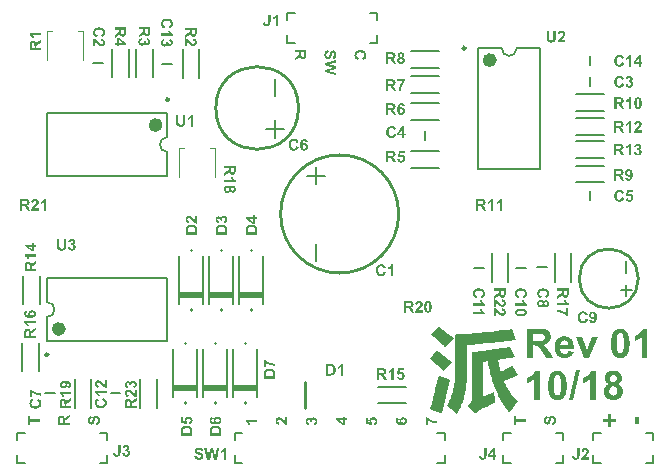
<source format=gto>
G04*
G04 #@! TF.GenerationSoftware,Altium Limited,Altium Designer,18.1.6 (161)*
G04*
G04 Layer_Color=65535*
%FSLAX25Y25*%
%MOIN*%
G70*
G01*
G75*
%ADD10C,0.01000*%
%ADD11C,0.02362*%
%ADD12C,0.00984*%
%ADD13C,0.00787*%
%ADD14C,0.00600*%
%ADD15C,0.00394*%
G36*
X51896Y-126006D02*
Y-124000D01*
X59899D01*
Y-126006D01*
X51896D01*
D02*
G37*
G36*
X61998D02*
Y-124000D01*
X70002D01*
Y-126006D01*
X61998D01*
D02*
G37*
G36*
X71998D02*
Y-124000D01*
X80002D01*
Y-126006D01*
X71998D01*
D02*
G37*
G36*
X53998Y-95006D02*
Y-93000D01*
X62002D01*
Y-95006D01*
X53998D01*
D02*
G37*
G36*
X63998D02*
Y-93000D01*
X72002D01*
Y-95006D01*
X63998D01*
D02*
G37*
G36*
X73998D02*
Y-93000D01*
X82002D01*
Y-95006D01*
X73998D01*
D02*
G37*
G36*
X192867Y-129000D02*
X191028D01*
Y-122067D01*
X191014Y-122081D01*
X190980Y-122109D01*
X190924Y-122157D01*
X190848Y-122220D01*
X190751Y-122296D01*
X190633Y-122386D01*
X190501Y-122490D01*
X190348Y-122594D01*
X190182Y-122705D01*
X190001Y-122823D01*
X189807Y-122941D01*
X189599Y-123052D01*
X189376Y-123163D01*
X189140Y-123275D01*
X188898Y-123372D01*
X188648Y-123462D01*
Y-121789D01*
X188655D01*
X188682Y-121775D01*
X188717Y-121762D01*
X188773Y-121741D01*
X188842Y-121713D01*
X188918Y-121685D01*
X189009Y-121644D01*
X189113Y-121595D01*
X189224Y-121533D01*
X189342Y-121470D01*
X189474Y-121401D01*
X189605Y-121317D01*
X189751Y-121227D01*
X189897Y-121130D01*
X190050Y-121019D01*
X190209Y-120901D01*
X190216Y-120894D01*
X190244Y-120873D01*
X190293Y-120832D01*
X190348Y-120783D01*
X190418Y-120721D01*
X190494Y-120644D01*
X190577Y-120561D01*
X190674Y-120464D01*
X190764Y-120353D01*
X190862Y-120235D01*
X190959Y-120110D01*
X191056Y-119971D01*
X191146Y-119832D01*
X191229Y-119680D01*
X191306Y-119520D01*
X191368Y-119360D01*
X192867D01*
Y-129000D01*
D02*
G37*
G36*
X174220D02*
X172380D01*
Y-122067D01*
X172366Y-122081D01*
X172332Y-122109D01*
X172276Y-122157D01*
X172200Y-122220D01*
X172103Y-122296D01*
X171985Y-122386D01*
X171853Y-122490D01*
X171700Y-122594D01*
X171534Y-122705D01*
X171353Y-122823D01*
X171159Y-122941D01*
X170951Y-123052D01*
X170729Y-123163D01*
X170493Y-123275D01*
X170250Y-123372D01*
X170000Y-123462D01*
Y-121789D01*
X170007D01*
X170035Y-121775D01*
X170069Y-121762D01*
X170125Y-121741D01*
X170194Y-121713D01*
X170271Y-121685D01*
X170361Y-121644D01*
X170465Y-121595D01*
X170576Y-121533D01*
X170694Y-121470D01*
X170826Y-121401D01*
X170958Y-121317D01*
X171104Y-121227D01*
X171249Y-121130D01*
X171402Y-121019D01*
X171562Y-120901D01*
X171568Y-120894D01*
X171596Y-120873D01*
X171645Y-120832D01*
X171700Y-120783D01*
X171770Y-120721D01*
X171846Y-120644D01*
X171929Y-120561D01*
X172027Y-120464D01*
X172117Y-120353D01*
X172214Y-120235D01*
X172311Y-120110D01*
X172408Y-119971D01*
X172498Y-119832D01*
X172582Y-119680D01*
X172658Y-119520D01*
X172721Y-119360D01*
X174220D01*
Y-129000D01*
D02*
G37*
G36*
X185192Y-129167D02*
X183831D01*
X186212Y-119235D01*
X187600D01*
X185192Y-129167D01*
D02*
G37*
G36*
X180209Y-119367D02*
X180306Y-119374D01*
X180424Y-119388D01*
X180563Y-119416D01*
X180708Y-119444D01*
X180875Y-119485D01*
X181042Y-119541D01*
X181222Y-119603D01*
X181402Y-119686D01*
X181583Y-119784D01*
X181763Y-119895D01*
X181937Y-120027D01*
X182103Y-120186D01*
X182256Y-120360D01*
X182270Y-120374D01*
X182277Y-120387D01*
X182298Y-120415D01*
X182318Y-120450D01*
X182346Y-120485D01*
X182374Y-120533D01*
X182402Y-120589D01*
X182437Y-120644D01*
X182478Y-120714D01*
X182513Y-120790D01*
X182554Y-120873D01*
X182596Y-120970D01*
X182638Y-121068D01*
X182686Y-121172D01*
X182728Y-121290D01*
X182770Y-121415D01*
X182818Y-121546D01*
X182860Y-121685D01*
X182902Y-121831D01*
X182943Y-121991D01*
X182978Y-122150D01*
X183019Y-122324D01*
X183054Y-122504D01*
X183082Y-122698D01*
X183110Y-122893D01*
X183137Y-123101D01*
X183158Y-123316D01*
X183179Y-123538D01*
X183193Y-123774D01*
X183200Y-124017D01*
Y-124267D01*
Y-124274D01*
Y-124295D01*
Y-124336D01*
Y-124385D01*
Y-124447D01*
X183193Y-124524D01*
Y-124614D01*
X183186Y-124711D01*
X183179Y-124822D01*
X183172Y-124933D01*
X183165Y-125058D01*
X183151Y-125190D01*
X183124Y-125475D01*
X183082Y-125780D01*
X183033Y-126099D01*
X182971Y-126425D01*
X182895Y-126751D01*
X182804Y-127071D01*
X182693Y-127383D01*
X182568Y-127674D01*
X182499Y-127813D01*
X182423Y-127945D01*
X182339Y-128070D01*
X182256Y-128188D01*
X182249Y-128202D01*
X182221Y-128230D01*
X182173Y-128278D01*
X182110Y-128341D01*
X182034Y-128417D01*
X181937Y-128500D01*
X181819Y-128584D01*
X181687Y-128674D01*
X181541Y-128771D01*
X181382Y-128854D01*
X181201Y-128937D01*
X181007Y-129014D01*
X180799Y-129076D01*
X180570Y-129125D01*
X180334Y-129153D01*
X180077Y-129167D01*
X180014D01*
X179945Y-129160D01*
X179848Y-129153D01*
X179723Y-129132D01*
X179591Y-129111D01*
X179431Y-129076D01*
X179272Y-129035D01*
X179091Y-128972D01*
X178911Y-128903D01*
X178724Y-128820D01*
X178529Y-128716D01*
X178342Y-128591D01*
X178161Y-128445D01*
X177981Y-128278D01*
X177814Y-128091D01*
X177807Y-128077D01*
X177780Y-128042D01*
X177759Y-128008D01*
X177738Y-127973D01*
X177710Y-127931D01*
X177683Y-127883D01*
X177648Y-127820D01*
X177620Y-127758D01*
X177578Y-127681D01*
X177544Y-127605D01*
X177509Y-127515D01*
X177467Y-127425D01*
X177426Y-127321D01*
X177391Y-127209D01*
X177349Y-127092D01*
X177308Y-126960D01*
X177266Y-126828D01*
X177232Y-126682D01*
X177197Y-126529D01*
X177162Y-126370D01*
X177127Y-126196D01*
X177093Y-126016D01*
X177065Y-125828D01*
X177037Y-125634D01*
X177016Y-125426D01*
X176996Y-125211D01*
X176982Y-124989D01*
X176968Y-124753D01*
X176961Y-124510D01*
Y-124253D01*
Y-124246D01*
Y-124225D01*
Y-124184D01*
Y-124135D01*
X176968Y-124073D01*
Y-123996D01*
Y-123906D01*
X176975Y-123809D01*
X176982Y-123705D01*
X176989Y-123587D01*
X177003Y-123462D01*
X177009Y-123330D01*
X177037Y-123052D01*
X177079Y-122747D01*
X177127Y-122428D01*
X177190Y-122109D01*
X177266Y-121782D01*
X177356Y-121456D01*
X177461Y-121151D01*
X177585Y-120859D01*
X177662Y-120721D01*
X177731Y-120589D01*
X177814Y-120464D01*
X177898Y-120346D01*
X177905Y-120332D01*
X177932Y-120304D01*
X177981Y-120256D01*
X178043Y-120193D01*
X178120Y-120117D01*
X178217Y-120034D01*
X178335Y-119943D01*
X178467Y-119853D01*
X178612Y-119763D01*
X178772Y-119673D01*
X178953Y-119589D01*
X179147Y-119513D01*
X179355Y-119451D01*
X179584Y-119402D01*
X179820Y-119374D01*
X180077Y-119360D01*
X180139D01*
X180209Y-119367D01*
D02*
G37*
G36*
X198843D02*
X198940Y-119374D01*
X199051Y-119381D01*
X199183Y-119395D01*
X199328Y-119423D01*
X199488Y-119451D01*
X199655Y-119485D01*
X199828Y-119534D01*
X200009Y-119589D01*
X200182Y-119659D01*
X200356Y-119742D01*
X200529Y-119832D01*
X200689Y-119943D01*
X200834Y-120068D01*
X200841Y-120075D01*
X200869Y-120103D01*
X200904Y-120138D01*
X200952Y-120193D01*
X201015Y-120263D01*
X201077Y-120346D01*
X201147Y-120443D01*
X201216Y-120554D01*
X201286Y-120672D01*
X201355Y-120811D01*
X201424Y-120957D01*
X201480Y-121109D01*
X201528Y-121276D01*
X201563Y-121456D01*
X201591Y-121644D01*
X201598Y-121838D01*
Y-121845D01*
Y-121866D01*
Y-121900D01*
X201591Y-121949D01*
X201584Y-122011D01*
X201577Y-122081D01*
X201570Y-122157D01*
X201556Y-122240D01*
X201515Y-122428D01*
X201452Y-122622D01*
X201410Y-122726D01*
X201362Y-122830D01*
X201306Y-122934D01*
X201244Y-123032D01*
X201237Y-123038D01*
X201230Y-123052D01*
X201209Y-123080D01*
X201181Y-123115D01*
X201147Y-123163D01*
X201098Y-123212D01*
X201050Y-123268D01*
X200994Y-123323D01*
X200925Y-123386D01*
X200855Y-123455D01*
X200772Y-123517D01*
X200689Y-123587D01*
X200494Y-123712D01*
X200272Y-123823D01*
X200279Y-123830D01*
X200307Y-123837D01*
X200349Y-123857D01*
X200404Y-123885D01*
X200473Y-123920D01*
X200550Y-123962D01*
X200633Y-124010D01*
X200723Y-124066D01*
X200820Y-124128D01*
X200918Y-124197D01*
X201022Y-124274D01*
X201119Y-124357D01*
X201223Y-124447D01*
X201313Y-124551D01*
X201403Y-124656D01*
X201487Y-124767D01*
X201494Y-124774D01*
X201508Y-124794D01*
X201528Y-124829D01*
X201549Y-124878D01*
X201584Y-124933D01*
X201619Y-125003D01*
X201653Y-125079D01*
X201695Y-125169D01*
X201737Y-125273D01*
X201771Y-125377D01*
X201806Y-125495D01*
X201841Y-125620D01*
X201862Y-125752D01*
X201882Y-125891D01*
X201896Y-126037D01*
X201903Y-126182D01*
Y-126189D01*
Y-126196D01*
Y-126217D01*
Y-126238D01*
X201896Y-126307D01*
X201889Y-126404D01*
X201875Y-126515D01*
X201862Y-126647D01*
X201834Y-126793D01*
X201799Y-126953D01*
X201750Y-127119D01*
X201695Y-127300D01*
X201626Y-127473D01*
X201542Y-127661D01*
X201445Y-127841D01*
X201334Y-128015D01*
X201202Y-128188D01*
X201050Y-128348D01*
X201043Y-128355D01*
X201008Y-128382D01*
X200959Y-128424D01*
X200897Y-128480D01*
X200814Y-128542D01*
X200710Y-128611D01*
X200585Y-128681D01*
X200453Y-128757D01*
X200300Y-128840D01*
X200127Y-128910D01*
X199939Y-128979D01*
X199738Y-129042D01*
X199523Y-129097D01*
X199294Y-129139D01*
X199051Y-129167D01*
X198794Y-129174D01*
X198739D01*
X198669Y-129167D01*
X198579Y-129160D01*
X198461Y-129153D01*
X198336Y-129139D01*
X198190Y-129118D01*
X198031Y-129090D01*
X197864Y-129049D01*
X197684Y-129007D01*
X197503Y-128951D01*
X197323Y-128882D01*
X197135Y-128806D01*
X196955Y-128716D01*
X196782Y-128604D01*
X196615Y-128486D01*
X196601Y-128480D01*
X196573Y-128452D01*
X196518Y-128403D01*
X196455Y-128341D01*
X196379Y-128257D01*
X196289Y-128153D01*
X196198Y-128035D01*
X196101Y-127903D01*
X196004Y-127751D01*
X195914Y-127584D01*
X195824Y-127404D01*
X195747Y-127209D01*
X195685Y-126994D01*
X195629Y-126765D01*
X195602Y-126522D01*
X195588Y-126266D01*
Y-126259D01*
Y-126231D01*
Y-126189D01*
X195595Y-126134D01*
X195602Y-126064D01*
X195609Y-125981D01*
X195623Y-125891D01*
X195636Y-125794D01*
X195657Y-125683D01*
X195678Y-125572D01*
X195747Y-125329D01*
X195796Y-125204D01*
X195845Y-125079D01*
X195900Y-124954D01*
X195969Y-124829D01*
X195976Y-124822D01*
X195990Y-124801D01*
X196011Y-124767D01*
X196046Y-124718D01*
X196088Y-124669D01*
X196136Y-124607D01*
X196198Y-124531D01*
X196268Y-124461D01*
X196344Y-124378D01*
X196434Y-124295D01*
X196539Y-124211D01*
X196643Y-124128D01*
X196768Y-124045D01*
X196892Y-123969D01*
X197031Y-123892D01*
X197184Y-123823D01*
X197177Y-123816D01*
X197156Y-123809D01*
X197115Y-123788D01*
X197066Y-123767D01*
X197011Y-123740D01*
X196941Y-123698D01*
X196872Y-123656D01*
X196788Y-123608D01*
X196622Y-123490D01*
X196448Y-123351D01*
X196289Y-123184D01*
X196212Y-123094D01*
X196150Y-122997D01*
Y-122990D01*
X196136Y-122976D01*
X196122Y-122941D01*
X196101Y-122907D01*
X196074Y-122858D01*
X196046Y-122796D01*
X196018Y-122726D01*
X195990Y-122657D01*
X195963Y-122574D01*
X195935Y-122483D01*
X195879Y-122282D01*
X195845Y-122067D01*
X195838Y-121956D01*
X195831Y-121838D01*
Y-121824D01*
Y-121789D01*
X195838Y-121734D01*
X195845Y-121658D01*
X195852Y-121567D01*
X195872Y-121463D01*
X195893Y-121345D01*
X195928Y-121213D01*
X195963Y-121081D01*
X196011Y-120936D01*
X196074Y-120790D01*
X196150Y-120637D01*
X196233Y-120492D01*
X196330Y-120346D01*
X196448Y-120200D01*
X196580Y-120068D01*
X196587Y-120061D01*
X196615Y-120041D01*
X196657Y-120006D01*
X196719Y-119957D01*
X196795Y-119902D01*
X196892Y-119846D01*
X197003Y-119777D01*
X197128Y-119714D01*
X197274Y-119645D01*
X197427Y-119582D01*
X197607Y-119527D01*
X197795Y-119471D01*
X198003Y-119423D01*
X198225Y-119388D01*
X198461Y-119367D01*
X198711Y-119360D01*
X198773D01*
X198843Y-119367D01*
D02*
G37*
G36*
X190702Y-115000D02*
X189043D01*
X186240Y-108039D01*
X188169D01*
X189481Y-111592D01*
X189862Y-112779D01*
Y-112772D01*
X189869Y-112758D01*
X189876Y-112738D01*
X189890Y-112703D01*
X189911Y-112627D01*
X189946Y-112536D01*
X189973Y-112432D01*
X190008Y-112335D01*
X190029Y-112252D01*
X190043Y-112210D01*
X190050Y-112182D01*
X190057Y-112169D01*
X190064Y-112134D01*
X190084Y-112071D01*
X190112Y-112002D01*
X190140Y-111912D01*
X190175Y-111808D01*
X190209Y-111704D01*
X190251Y-111592D01*
X191569Y-108039D01*
X193464D01*
X190702Y-115000D01*
D02*
G37*
G36*
X210092D02*
X208253D01*
Y-108067D01*
X208239Y-108081D01*
X208205Y-108109D01*
X208149Y-108157D01*
X208073Y-108220D01*
X207976Y-108296D01*
X207858Y-108386D01*
X207726Y-108490D01*
X207573Y-108594D01*
X207407Y-108705D01*
X207226Y-108823D01*
X207032Y-108941D01*
X206824Y-109052D01*
X206602Y-109163D01*
X206366Y-109274D01*
X206123Y-109372D01*
X205873Y-109462D01*
Y-107789D01*
X205880D01*
X205908Y-107775D01*
X205942Y-107762D01*
X205998Y-107741D01*
X206067Y-107713D01*
X206143Y-107685D01*
X206234Y-107644D01*
X206338Y-107595D01*
X206449Y-107533D01*
X206567Y-107470D01*
X206699Y-107401D01*
X206831Y-107317D01*
X206976Y-107227D01*
X207122Y-107130D01*
X207275Y-107019D01*
X207434Y-106901D01*
X207441Y-106894D01*
X207469Y-106873D01*
X207518Y-106832D01*
X207573Y-106783D01*
X207643Y-106721D01*
X207719Y-106644D01*
X207802Y-106561D01*
X207899Y-106464D01*
X207990Y-106353D01*
X208087Y-106235D01*
X208184Y-106110D01*
X208281Y-105971D01*
X208371Y-105832D01*
X208454Y-105680D01*
X208531Y-105520D01*
X208593Y-105360D01*
X210092D01*
Y-115000D01*
D02*
G37*
G36*
X174324Y-105402D02*
X174455D01*
X174601Y-105409D01*
X174761Y-105416D01*
X174934Y-105430D01*
X175115Y-105444D01*
X175295Y-105457D01*
X175670Y-105506D01*
X175844Y-105534D01*
X176010Y-105569D01*
X176170Y-105610D01*
X176309Y-105659D01*
X176315D01*
X176336Y-105673D01*
X176378Y-105686D01*
X176426Y-105707D01*
X176482Y-105735D01*
X176551Y-105777D01*
X176628Y-105818D01*
X176711Y-105867D01*
X176801Y-105929D01*
X176891Y-105999D01*
X176982Y-106075D01*
X177079Y-106158D01*
X177169Y-106249D01*
X177259Y-106353D01*
X177342Y-106464D01*
X177426Y-106582D01*
X177433Y-106589D01*
X177447Y-106609D01*
X177467Y-106651D01*
X177495Y-106700D01*
X177523Y-106762D01*
X177558Y-106832D01*
X177599Y-106922D01*
X177641Y-107019D01*
X177676Y-107123D01*
X177717Y-107241D01*
X177752Y-107366D01*
X177787Y-107498D01*
X177807Y-107637D01*
X177828Y-107782D01*
X177842Y-107928D01*
X177849Y-108088D01*
Y-108102D01*
Y-108136D01*
X177842Y-108192D01*
Y-108268D01*
X177828Y-108358D01*
X177814Y-108469D01*
X177794Y-108587D01*
X177773Y-108719D01*
X177738Y-108858D01*
X177697Y-109004D01*
X177641Y-109150D01*
X177578Y-109302D01*
X177509Y-109448D01*
X177419Y-109601D01*
X177322Y-109739D01*
X177211Y-109878D01*
X177204Y-109885D01*
X177183Y-109906D01*
X177141Y-109941D01*
X177093Y-109989D01*
X177023Y-110045D01*
X176947Y-110107D01*
X176850Y-110177D01*
X176739Y-110253D01*
X176607Y-110329D01*
X176468Y-110399D01*
X176315Y-110475D01*
X176142Y-110545D01*
X175954Y-110614D01*
X175753Y-110669D01*
X175538Y-110718D01*
X175309Y-110760D01*
X175316Y-110767D01*
X175337Y-110774D01*
X175372Y-110794D01*
X175413Y-110822D01*
X175469Y-110857D01*
X175531Y-110898D01*
X175601Y-110947D01*
X175677Y-110996D01*
X175844Y-111120D01*
X176017Y-111259D01*
X176190Y-111412D01*
X176350Y-111572D01*
X176357Y-111579D01*
X176371Y-111592D01*
X176392Y-111620D01*
X176426Y-111655D01*
X176468Y-111704D01*
X176517Y-111766D01*
X176572Y-111842D01*
X176642Y-111933D01*
X176718Y-112030D01*
X176801Y-112141D01*
X176891Y-112273D01*
X176989Y-112411D01*
X177093Y-112571D01*
X177204Y-112738D01*
X177329Y-112925D01*
X177454Y-113126D01*
X178626Y-115000D01*
X176302D01*
X174907Y-112911D01*
X174900Y-112897D01*
X174872Y-112863D01*
X174837Y-112807D01*
X174789Y-112731D01*
X174726Y-112640D01*
X174657Y-112543D01*
X174580Y-112432D01*
X174497Y-112314D01*
X174324Y-112078D01*
X174240Y-111960D01*
X174157Y-111842D01*
X174081Y-111738D01*
X174004Y-111648D01*
X173935Y-111565D01*
X173880Y-111502D01*
X173866Y-111488D01*
X173831Y-111454D01*
X173775Y-111405D01*
X173706Y-111343D01*
X173616Y-111273D01*
X173519Y-111211D01*
X173415Y-111148D01*
X173296Y-111100D01*
X173283Y-111093D01*
X173262Y-111086D01*
X173241Y-111079D01*
X173206Y-111072D01*
X173165Y-111065D01*
X173116Y-111051D01*
X173061Y-111044D01*
X172998Y-111030D01*
X172929Y-111023D01*
X172845Y-111016D01*
X172755Y-111003D01*
X172665Y-110996D01*
X172561D01*
X172443Y-110989D01*
X171936D01*
Y-115000D01*
X170000D01*
Y-105395D01*
X174220D01*
X174324Y-105402D01*
D02*
G37*
G36*
X182423Y-107893D02*
X182464D01*
X182575Y-107900D01*
X182707Y-107914D01*
X182853Y-107942D01*
X183026Y-107970D01*
X183207Y-108011D01*
X183394Y-108067D01*
X183596Y-108136D01*
X183797Y-108220D01*
X184005Y-108317D01*
X184206Y-108435D01*
X184400Y-108574D01*
X184588Y-108733D01*
X184761Y-108914D01*
X184768Y-108928D01*
X184803Y-108962D01*
X184845Y-109025D01*
X184900Y-109108D01*
X184970Y-109219D01*
X185046Y-109351D01*
X185122Y-109511D01*
X185205Y-109691D01*
X185289Y-109899D01*
X185372Y-110135D01*
X185442Y-110392D01*
X185511Y-110676D01*
X185559Y-110982D01*
X185601Y-111315D01*
X185622Y-111676D01*
X185629Y-112057D01*
X181014D01*
Y-112064D01*
Y-112092D01*
X181021Y-112134D01*
Y-112189D01*
X181028Y-112259D01*
X181042Y-112342D01*
X181055Y-112425D01*
X181076Y-112522D01*
X181125Y-112731D01*
X181159Y-112835D01*
X181201Y-112939D01*
X181257Y-113043D01*
X181312Y-113147D01*
X181375Y-113244D01*
X181451Y-113334D01*
X181458Y-113341D01*
X181472Y-113355D01*
X181493Y-113376D01*
X181527Y-113404D01*
X181569Y-113438D01*
X181624Y-113480D01*
X181680Y-113515D01*
X181749Y-113557D01*
X181819Y-113605D01*
X181902Y-113640D01*
X182082Y-113716D01*
X182187Y-113744D01*
X182291Y-113765D01*
X182402Y-113779D01*
X182520Y-113786D01*
X182561D01*
X182596Y-113779D01*
X182672Y-113772D01*
X182776Y-113758D01*
X182888Y-113730D01*
X183012Y-113688D01*
X183131Y-113633D01*
X183248Y-113557D01*
X183255D01*
X183262Y-113543D01*
X183297Y-113508D01*
X183353Y-113452D01*
X183415Y-113369D01*
X183491Y-113265D01*
X183568Y-113133D01*
X183637Y-112980D01*
X183700Y-112793D01*
X185532Y-113098D01*
X185525Y-113112D01*
X185518Y-113140D01*
X185497Y-113196D01*
X185462Y-113265D01*
X185428Y-113348D01*
X185379Y-113445D01*
X185324Y-113557D01*
X185254Y-113668D01*
X185185Y-113792D01*
X185101Y-113917D01*
X185004Y-114049D01*
X184907Y-114174D01*
X184796Y-114299D01*
X184678Y-114424D01*
X184546Y-114535D01*
X184407Y-114639D01*
X184400Y-114646D01*
X184373Y-114660D01*
X184331Y-114688D01*
X184269Y-114722D01*
X184192Y-114757D01*
X184109Y-114806D01*
X183998Y-114847D01*
X183880Y-114896D01*
X183748Y-114945D01*
X183609Y-114993D01*
X183450Y-115042D01*
X183283Y-115076D01*
X183103Y-115111D01*
X182908Y-115139D01*
X182707Y-115153D01*
X182499Y-115160D01*
X182423D01*
X182374Y-115153D01*
X182325D01*
X182270Y-115146D01*
X182201Y-115139D01*
X182048Y-115125D01*
X181881Y-115097D01*
X181687Y-115062D01*
X181479Y-115014D01*
X181264Y-114951D01*
X181042Y-114868D01*
X180819Y-114778D01*
X180597Y-114660D01*
X180382Y-114528D01*
X180181Y-114368D01*
X179987Y-114188D01*
X179813Y-113980D01*
X179806Y-113966D01*
X179785Y-113938D01*
X179751Y-113883D01*
X179709Y-113806D01*
X179654Y-113716D01*
X179598Y-113605D01*
X179536Y-113473D01*
X179473Y-113321D01*
X179404Y-113154D01*
X179341Y-112973D01*
X179286Y-112779D01*
X179237Y-112564D01*
X179189Y-112342D01*
X179154Y-112099D01*
X179133Y-111842D01*
X179126Y-111579D01*
Y-111572D01*
Y-111558D01*
Y-111537D01*
Y-111502D01*
X179133Y-111461D01*
Y-111412D01*
Y-111356D01*
X179140Y-111294D01*
X179154Y-111148D01*
X179175Y-110982D01*
X179202Y-110794D01*
X179237Y-110593D01*
X179286Y-110378D01*
X179348Y-110156D01*
X179418Y-109934D01*
X179508Y-109705D01*
X179612Y-109483D01*
X179730Y-109268D01*
X179869Y-109066D01*
X180028Y-108872D01*
X180042Y-108858D01*
X180070Y-108830D01*
X180119Y-108782D01*
X180188Y-108719D01*
X180278Y-108643D01*
X180389Y-108560D01*
X180514Y-108469D01*
X180653Y-108379D01*
X180813Y-108289D01*
X180986Y-108199D01*
X181173Y-108115D01*
X181375Y-108039D01*
X181590Y-107977D01*
X181819Y-107928D01*
X182062Y-107900D01*
X182318Y-107887D01*
X182388D01*
X182423Y-107893D01*
D02*
G37*
G36*
X201161Y-105367D02*
X201258Y-105374D01*
X201376Y-105388D01*
X201515Y-105416D01*
X201660Y-105444D01*
X201827Y-105485D01*
X201993Y-105541D01*
X202174Y-105603D01*
X202354Y-105686D01*
X202535Y-105784D01*
X202715Y-105895D01*
X202889Y-106027D01*
X203055Y-106186D01*
X203208Y-106360D01*
X203222Y-106374D01*
X203229Y-106387D01*
X203250Y-106415D01*
X203270Y-106450D01*
X203298Y-106485D01*
X203326Y-106533D01*
X203354Y-106589D01*
X203388Y-106644D01*
X203430Y-106714D01*
X203465Y-106790D01*
X203506Y-106873D01*
X203548Y-106970D01*
X203590Y-107068D01*
X203638Y-107172D01*
X203680Y-107290D01*
X203721Y-107415D01*
X203770Y-107546D01*
X203812Y-107685D01*
X203853Y-107831D01*
X203895Y-107991D01*
X203930Y-108150D01*
X203971Y-108324D01*
X204006Y-108504D01*
X204034Y-108698D01*
X204062Y-108893D01*
X204089Y-109101D01*
X204110Y-109316D01*
X204131Y-109538D01*
X204145Y-109774D01*
X204152Y-110017D01*
Y-110267D01*
Y-110274D01*
Y-110295D01*
Y-110336D01*
Y-110385D01*
Y-110447D01*
X204145Y-110524D01*
Y-110614D01*
X204138Y-110711D01*
X204131Y-110822D01*
X204124Y-110933D01*
X204117Y-111058D01*
X204103Y-111190D01*
X204075Y-111475D01*
X204034Y-111780D01*
X203985Y-112099D01*
X203923Y-112425D01*
X203846Y-112751D01*
X203756Y-113071D01*
X203645Y-113383D01*
X203520Y-113674D01*
X203451Y-113813D01*
X203375Y-113945D01*
X203291Y-114070D01*
X203208Y-114188D01*
X203201Y-114202D01*
X203173Y-114230D01*
X203125Y-114278D01*
X203062Y-114341D01*
X202986Y-114417D01*
X202889Y-114500D01*
X202771Y-114584D01*
X202639Y-114674D01*
X202493Y-114771D01*
X202333Y-114854D01*
X202153Y-114937D01*
X201959Y-115014D01*
X201750Y-115076D01*
X201521Y-115125D01*
X201286Y-115153D01*
X201029Y-115167D01*
X200966D01*
X200897Y-115160D01*
X200800Y-115153D01*
X200675Y-115132D01*
X200543Y-115111D01*
X200383Y-115076D01*
X200224Y-115035D01*
X200043Y-114972D01*
X199863Y-114903D01*
X199675Y-114820D01*
X199481Y-114716D01*
X199294Y-114591D01*
X199113Y-114445D01*
X198933Y-114278D01*
X198766Y-114091D01*
X198759Y-114077D01*
X198732Y-114042D01*
X198711Y-114008D01*
X198690Y-113973D01*
X198662Y-113931D01*
X198634Y-113883D01*
X198600Y-113820D01*
X198572Y-113758D01*
X198530Y-113681D01*
X198496Y-113605D01*
X198461Y-113515D01*
X198419Y-113425D01*
X198378Y-113321D01*
X198343Y-113209D01*
X198301Y-113092D01*
X198260Y-112960D01*
X198218Y-112828D01*
X198183Y-112682D01*
X198149Y-112529D01*
X198114Y-112370D01*
X198079Y-112196D01*
X198045Y-112016D01*
X198017Y-111828D01*
X197989Y-111634D01*
X197968Y-111426D01*
X197947Y-111211D01*
X197933Y-110989D01*
X197920Y-110753D01*
X197913Y-110510D01*
Y-110253D01*
Y-110246D01*
Y-110225D01*
Y-110184D01*
Y-110135D01*
X197920Y-110073D01*
Y-109996D01*
Y-109906D01*
X197927Y-109809D01*
X197933Y-109705D01*
X197940Y-109587D01*
X197954Y-109462D01*
X197961Y-109330D01*
X197989Y-109052D01*
X198031Y-108747D01*
X198079Y-108428D01*
X198142Y-108109D01*
X198218Y-107782D01*
X198308Y-107456D01*
X198412Y-107151D01*
X198537Y-106859D01*
X198614Y-106721D01*
X198683Y-106589D01*
X198766Y-106464D01*
X198850Y-106346D01*
X198856Y-106332D01*
X198884Y-106304D01*
X198933Y-106256D01*
X198995Y-106193D01*
X199072Y-106117D01*
X199169Y-106034D01*
X199287Y-105943D01*
X199419Y-105853D01*
X199564Y-105763D01*
X199724Y-105673D01*
X199905Y-105589D01*
X200099Y-105513D01*
X200307Y-105451D01*
X200536Y-105402D01*
X200772Y-105374D01*
X201029Y-105360D01*
X201091D01*
X201161Y-105367D01*
D02*
G37*
G36*
X140536Y-104693D02*
X140610Y-104748D01*
X140758Y-104860D01*
X140943Y-104989D01*
X141165Y-105156D01*
X141443Y-105359D01*
X141757Y-105600D01*
X142109Y-105859D01*
X142479Y-106137D01*
X142886Y-106451D01*
X143312Y-106766D01*
X143756Y-107118D01*
X144682Y-107858D01*
X145644Y-108636D01*
X142812Y-111597D01*
X142794Y-111579D01*
X142701Y-111486D01*
X142590Y-111375D01*
X142424Y-111208D01*
X142201Y-110986D01*
X141961Y-110746D01*
X141683Y-110487D01*
X141369Y-110172D01*
X141017Y-109857D01*
X140647Y-109506D01*
X140258Y-109154D01*
X139851Y-108784D01*
X138981Y-108006D01*
X138055Y-107247D01*
X140499Y-104674D01*
X140536Y-104693D01*
D02*
G37*
G36*
X139925Y-112597D02*
X140017Y-112671D01*
X140147Y-112782D01*
X140350Y-112930D01*
X140591Y-113115D01*
X140869Y-113319D01*
X141183Y-113578D01*
X141535Y-113837D01*
X141905Y-114133D01*
X142313Y-114448D01*
X143146Y-115114D01*
X143997Y-115836D01*
X144849Y-116558D01*
X142201Y-119631D01*
X137481Y-115373D01*
X139888Y-112578D01*
X139925Y-112597D01*
D02*
G37*
G36*
X165968Y-114781D02*
X165931D01*
X165839Y-114799D01*
X165672Y-114837D01*
X165450Y-114892D01*
X165173Y-114947D01*
X164858Y-115003D01*
X164506Y-115077D01*
X164117Y-115151D01*
X163692Y-115225D01*
X163247Y-115318D01*
X162766Y-115392D01*
X162285Y-115484D01*
X161304Y-115651D01*
X160304Y-115817D01*
Y-115836D01*
X160323Y-115910D01*
X160341Y-116021D01*
X160360Y-116169D01*
X160397Y-116354D01*
X160452Y-116576D01*
X160489Y-116835D01*
X160545Y-117095D01*
X160600Y-117391D01*
X160675Y-117706D01*
X160823Y-118372D01*
X160989Y-119075D01*
X161174Y-119779D01*
X161193Y-119760D01*
X161267Y-119742D01*
X161378Y-119686D01*
X161526Y-119612D01*
X161711Y-119519D01*
X161915Y-119408D01*
X162155Y-119279D01*
X162433Y-119131D01*
X162711Y-118983D01*
X163025Y-118816D01*
X163673Y-118446D01*
X164376Y-118057D01*
X165080Y-117631D01*
X166968Y-120760D01*
X166931Y-120778D01*
X166857Y-120815D01*
X166709Y-120889D01*
X166524Y-120963D01*
X166302Y-121074D01*
X166042Y-121204D01*
X165746Y-121352D01*
X165413Y-121500D01*
X165061Y-121667D01*
X164673Y-121852D01*
X163895Y-122203D01*
X163081Y-122555D01*
X162266Y-122907D01*
Y-122925D01*
X162285Y-122962D01*
X162322Y-123018D01*
X162359Y-123092D01*
X162396Y-123203D01*
X162452Y-123333D01*
X162525Y-123462D01*
X162600Y-123629D01*
X162785Y-123999D01*
X163007Y-124425D01*
X163266Y-124887D01*
X163562Y-125387D01*
X163895Y-125924D01*
X164266Y-126479D01*
X164654Y-127035D01*
X165080Y-127590D01*
X165524Y-128145D01*
X166024Y-128663D01*
X166524Y-129163D01*
X167060Y-129626D01*
X164136Y-133291D01*
X164117Y-133272D01*
X164062Y-133217D01*
X163988Y-133124D01*
X163877Y-133013D01*
X163747Y-132847D01*
X163581Y-132643D01*
X163414Y-132421D01*
X163210Y-132162D01*
X162988Y-131866D01*
X162748Y-131533D01*
X162488Y-131162D01*
X162229Y-130774D01*
X161933Y-130348D01*
X161655Y-129885D01*
X161359Y-129385D01*
X161063Y-128849D01*
X160749Y-128293D01*
X160434Y-127701D01*
X160138Y-127090D01*
X159823Y-126424D01*
X159527Y-125757D01*
X159231Y-125036D01*
X158935Y-124295D01*
X158657Y-123518D01*
X158379Y-122703D01*
X158120Y-121870D01*
X157879Y-121019D01*
X157657Y-120112D01*
X157454Y-119205D01*
X157269Y-118242D01*
X157102Y-117261D01*
X156973Y-116262D01*
X156936D01*
X156824Y-116280D01*
X156658Y-116299D01*
X156436Y-116317D01*
X156177Y-116336D01*
X155899Y-116354D01*
X155288Y-116410D01*
Y-128127D01*
X155307Y-128108D01*
X155362Y-128090D01*
X155455Y-128034D01*
X155584Y-127979D01*
X155732Y-127904D01*
X155918Y-127812D01*
X156121Y-127719D01*
X156362Y-127590D01*
X156621Y-127479D01*
X156898Y-127331D01*
X157195Y-127183D01*
X157528Y-127035D01*
X158213Y-126720D01*
X158953Y-126387D01*
Y-126405D01*
Y-126424D01*
Y-126498D01*
X158972Y-126572D01*
Y-126683D01*
X158990Y-126831D01*
X159009Y-126997D01*
X159027Y-127183D01*
X159046Y-127405D01*
X159083Y-127664D01*
X159120Y-127960D01*
X159175Y-128275D01*
X159231Y-128626D01*
X159286Y-129015D01*
X159360Y-129441D01*
X159434Y-129904D01*
X159416D01*
X159379Y-129941D01*
X159305Y-129959D01*
X159194Y-130015D01*
X159064Y-130070D01*
X158916Y-130144D01*
X158749Y-130218D01*
X158546Y-130311D01*
X158120Y-130533D01*
X157620Y-130774D01*
X157084Y-131051D01*
X156510Y-131347D01*
X155307Y-131977D01*
X154733Y-132310D01*
X154177Y-132643D01*
X153659Y-132976D01*
X153178Y-133291D01*
X152974Y-133439D01*
X152771Y-133606D01*
X152604Y-133735D01*
X152456Y-133883D01*
X150383Y-131014D01*
X150401Y-130996D01*
X150438Y-130959D01*
X150494Y-130885D01*
X150587Y-130774D01*
X150679Y-130663D01*
X150790Y-130496D01*
X150901Y-130311D01*
X151031Y-130107D01*
X151142Y-129885D01*
X151271Y-129626D01*
X151364Y-129348D01*
X151475Y-129052D01*
X151549Y-128737D01*
X151605Y-128386D01*
X151642Y-128034D01*
X151660Y-127645D01*
Y-113189D01*
X151734D01*
X151827Y-113171D01*
X151956Y-113152D01*
X152123D01*
X152327Y-113134D01*
X152549Y-113096D01*
X152808Y-113078D01*
X153085Y-113041D01*
X153400Y-113004D01*
X153733Y-112967D01*
X154104Y-112930D01*
X154492Y-112893D01*
X154899Y-112837D01*
X155325Y-112782D01*
X155769Y-112726D01*
X156713Y-112615D01*
X157731Y-112467D01*
X158786Y-112319D01*
X159879Y-112153D01*
X161008Y-111967D01*
X162137Y-111782D01*
X164432Y-111338D01*
X165968Y-114781D01*
D02*
G37*
G36*
X140499Y-120982D02*
X140591Y-121000D01*
X140702Y-121056D01*
X140869Y-121111D01*
X141072Y-121204D01*
X141313Y-121297D01*
X141572Y-121389D01*
X141850Y-121500D01*
X142461Y-121722D01*
X143090Y-121963D01*
X143719Y-122166D01*
X144016Y-122259D01*
X144293Y-122352D01*
X141480Y-133513D01*
X141461D01*
X141387Y-133476D01*
X141295Y-133439D01*
X141147Y-133402D01*
X140961Y-133346D01*
X140758Y-133272D01*
X140517Y-133198D01*
X140258Y-133106D01*
X139980Y-133013D01*
X139666Y-132921D01*
X139018Y-132717D01*
X138314Y-132513D01*
X137574Y-132310D01*
Y-132291D01*
X137593Y-132254D01*
X137611Y-132180D01*
X137648Y-132088D01*
X137685Y-131958D01*
X137722Y-131810D01*
X137778Y-131644D01*
X137833Y-131440D01*
X137907Y-131218D01*
X137981Y-130977D01*
X138055Y-130718D01*
X138129Y-130422D01*
X138222Y-130126D01*
X138314Y-129793D01*
X138407Y-129441D01*
X138518Y-129071D01*
X138629Y-128682D01*
X138722Y-128275D01*
X138962Y-127405D01*
X139203Y-126461D01*
X139444Y-125461D01*
X139703Y-124425D01*
X139962Y-123314D01*
X140221Y-122166D01*
X140480Y-120963D01*
X140499Y-120982D01*
D02*
G37*
G36*
X166320Y-109135D02*
X166283D01*
X166191Y-109154D01*
X166042Y-109172D01*
X165839Y-109191D01*
X165561Y-109228D01*
X165246Y-109265D01*
X164895Y-109320D01*
X164488Y-109358D01*
X164043Y-109413D01*
X163562Y-109469D01*
X163062Y-109543D01*
X162507Y-109598D01*
X161933Y-109672D01*
X161341Y-109728D01*
X160730Y-109802D01*
X160082Y-109876D01*
X158768Y-110024D01*
X157417Y-110172D01*
X156047Y-110320D01*
X154714Y-110450D01*
X153400Y-110561D01*
X152771Y-110616D01*
X152160Y-110672D01*
X151568Y-110709D01*
X151012Y-110764D01*
X150476Y-110783D01*
X149976Y-110820D01*
Y-119112D01*
Y-119131D01*
Y-119168D01*
Y-119223D01*
Y-119316D01*
Y-119427D01*
Y-119556D01*
Y-119705D01*
X149957Y-119871D01*
Y-120278D01*
X149939Y-120741D01*
X149920Y-121241D01*
X149883Y-121815D01*
X149846Y-122426D01*
X149809Y-123055D01*
X149735Y-123721D01*
X149680Y-124388D01*
X149495Y-125757D01*
X149383Y-126424D01*
X149254Y-127072D01*
Y-127109D01*
X149235Y-127164D01*
X149217Y-127220D01*
X149180Y-127405D01*
X149106Y-127645D01*
X149032Y-127960D01*
X148921Y-128312D01*
X148791Y-128737D01*
X148643Y-129182D01*
X148476Y-129682D01*
X148273Y-130200D01*
X148069Y-130755D01*
X147810Y-131347D01*
X147551Y-131940D01*
X147255Y-132551D01*
X146922Y-133180D01*
X146570Y-133809D01*
X146533Y-133772D01*
X146496Y-133735D01*
X146422Y-133661D01*
X146348Y-133587D01*
X146218Y-133476D01*
X146089Y-133346D01*
X145922Y-133198D01*
X145718Y-133013D01*
X145478Y-132810D01*
X145200Y-132569D01*
X144886Y-132310D01*
X144534Y-132032D01*
X144127Y-131718D01*
X143682Y-131366D01*
X143201Y-130977D01*
Y-130959D01*
X143238Y-130922D01*
X143275Y-130866D01*
X143331Y-130792D01*
X143386Y-130681D01*
X143460Y-130552D01*
X143553Y-130403D01*
X143645Y-130218D01*
X143756Y-130033D01*
X143867Y-129811D01*
X143997Y-129570D01*
X144108Y-129293D01*
X144238Y-129015D01*
X144367Y-128700D01*
X144515Y-128367D01*
X144645Y-127997D01*
X144774Y-127627D01*
X144922Y-127220D01*
X145052Y-126812D01*
X145182Y-126368D01*
X145293Y-125905D01*
X145422Y-125406D01*
X145533Y-124906D01*
X145644Y-124369D01*
X145737Y-123814D01*
X145829Y-123240D01*
X145904Y-122648D01*
X145959Y-122037D01*
X146015Y-121407D01*
X146052Y-120741D01*
X146089Y-120075D01*
Y-119371D01*
Y-107340D01*
X146200D01*
X146311Y-107321D01*
X146496D01*
X146718Y-107303D01*
X146977Y-107284D01*
X147292Y-107266D01*
X147643Y-107247D01*
X148032Y-107229D01*
X148476Y-107192D01*
X148939Y-107173D01*
X149458Y-107136D01*
X149994Y-107099D01*
X150568Y-107044D01*
X151179Y-107007D01*
X151827Y-106951D01*
X152493Y-106896D01*
X153197Y-106840D01*
X153918Y-106766D01*
X154659Y-106711D01*
X155436Y-106637D01*
X156232Y-106562D01*
X157047Y-106470D01*
X157879Y-106377D01*
X159619Y-106192D01*
X161396Y-105989D01*
X163247Y-105767D01*
X165117Y-105507D01*
X166320Y-109135D01*
D02*
G37*
G36*
X17500Y-134985D02*
X16666Y-135542D01*
X16661Y-135544D01*
X16647Y-135556D01*
X16625Y-135569D01*
X16594Y-135589D01*
X16558Y-135614D01*
X16519Y-135641D01*
X16475Y-135672D01*
X16428Y-135705D01*
X16334Y-135774D01*
X16287Y-135808D01*
X16240Y-135841D01*
X16198Y-135871D01*
X16162Y-135902D01*
X16129Y-135929D01*
X16104Y-135952D01*
X16098Y-135957D01*
X16084Y-135971D01*
X16065Y-135993D01*
X16040Y-136021D01*
X16013Y-136057D01*
X15988Y-136096D01*
X15963Y-136137D01*
X15943Y-136184D01*
X15940Y-136190D01*
X15938Y-136198D01*
X15935Y-136206D01*
X15932Y-136220D01*
X15929Y-136237D01*
X15924Y-136256D01*
X15921Y-136278D01*
X15916Y-136303D01*
X15913Y-136331D01*
X15910Y-136364D01*
X15904Y-136400D01*
X15902Y-136436D01*
Y-136478D01*
X15899Y-136525D01*
Y-136727D01*
X17500D01*
Y-137500D01*
X13666D01*
Y-135816D01*
X13669Y-135774D01*
Y-135722D01*
X13672Y-135663D01*
X13675Y-135600D01*
X13680Y-135530D01*
X13686Y-135459D01*
X13691Y-135387D01*
X13711Y-135237D01*
X13722Y-135168D01*
X13736Y-135101D01*
X13752Y-135038D01*
X13772Y-134982D01*
Y-134979D01*
X13777Y-134971D01*
X13783Y-134954D01*
X13791Y-134935D01*
X13802Y-134913D01*
X13819Y-134885D01*
X13835Y-134855D01*
X13855Y-134821D01*
X13880Y-134785D01*
X13907Y-134749D01*
X13938Y-134713D01*
X13971Y-134675D01*
X14007Y-134639D01*
X14049Y-134603D01*
X14093Y-134569D01*
X14140Y-134536D01*
X14143Y-134533D01*
X14151Y-134528D01*
X14168Y-134520D01*
X14187Y-134508D01*
X14212Y-134497D01*
X14240Y-134484D01*
X14276Y-134467D01*
X14314Y-134450D01*
X14356Y-134436D01*
X14403Y-134420D01*
X14453Y-134406D01*
X14506Y-134392D01*
X14561Y-134384D01*
X14619Y-134375D01*
X14677Y-134370D01*
X14741Y-134367D01*
X14747D01*
X14761D01*
X14783Y-134370D01*
X14813D01*
X14849Y-134375D01*
X14893Y-134381D01*
X14941Y-134389D01*
X14993Y-134398D01*
X15049Y-134411D01*
X15107Y-134428D01*
X15165Y-134450D01*
X15226Y-134475D01*
X15284Y-134503D01*
X15345Y-134539D01*
X15400Y-134578D01*
X15456Y-134622D01*
X15459Y-134625D01*
X15467Y-134633D01*
X15481Y-134650D01*
X15500Y-134669D01*
X15522Y-134697D01*
X15547Y-134727D01*
X15575Y-134766D01*
X15605Y-134810D01*
X15636Y-134863D01*
X15664Y-134918D01*
X15694Y-134979D01*
X15722Y-135049D01*
X15749Y-135123D01*
X15771Y-135204D01*
X15791Y-135290D01*
X15808Y-135381D01*
X15810Y-135378D01*
X15813Y-135370D01*
X15821Y-135356D01*
X15833Y-135339D01*
X15846Y-135317D01*
X15863Y-135292D01*
X15882Y-135265D01*
X15902Y-135234D01*
X15952Y-135168D01*
X16007Y-135098D01*
X16068Y-135029D01*
X16132Y-134966D01*
X16134Y-134963D01*
X16140Y-134957D01*
X16151Y-134949D01*
X16165Y-134935D01*
X16184Y-134918D01*
X16209Y-134899D01*
X16240Y-134877D01*
X16276Y-134849D01*
X16314Y-134819D01*
X16359Y-134785D01*
X16411Y-134749D01*
X16467Y-134711D01*
X16531Y-134669D01*
X16597Y-134625D01*
X16672Y-134575D01*
X16752Y-134525D01*
X17500Y-134057D01*
Y-134985D01*
D02*
G37*
G36*
X26442Y-134387D02*
X26472Y-134389D01*
X26506Y-134395D01*
X26544Y-134400D01*
X26586Y-134406D01*
X26633Y-134417D01*
X26683Y-134428D01*
X26733Y-134445D01*
X26785Y-134461D01*
X26841Y-134484D01*
X26896Y-134508D01*
X26949Y-134536D01*
X27004Y-134569D01*
X27007Y-134572D01*
X27015Y-134578D01*
X27032Y-134589D01*
X27051Y-134603D01*
X27073Y-134622D01*
X27101Y-134644D01*
X27132Y-134672D01*
X27165Y-134702D01*
X27198Y-134738D01*
X27234Y-134777D01*
X27270Y-134819D01*
X27303Y-134866D01*
X27339Y-134916D01*
X27373Y-134968D01*
X27403Y-135026D01*
X27431Y-135087D01*
X27433Y-135090D01*
X27436Y-135101D01*
X27445Y-135121D01*
X27453Y-135148D01*
X27464Y-135179D01*
X27475Y-135217D01*
X27486Y-135265D01*
X27500Y-135315D01*
X27514Y-135373D01*
X27525Y-135436D01*
X27536Y-135506D01*
X27547Y-135578D01*
X27555Y-135655D01*
X27564Y-135738D01*
X27566Y-135827D01*
X27569Y-135918D01*
Y-135968D01*
X27566Y-135988D01*
Y-136012D01*
X27564Y-136037D01*
X27558Y-136098D01*
X27553Y-136170D01*
X27542Y-136248D01*
X27528Y-136331D01*
X27508Y-136420D01*
X27486Y-136511D01*
X27461Y-136605D01*
X27428Y-136697D01*
X27389Y-136788D01*
X27345Y-136877D01*
X27292Y-136960D01*
X27234Y-137037D01*
X27231Y-137043D01*
X27218Y-137054D01*
X27198Y-137073D01*
X27170Y-137098D01*
X27137Y-137129D01*
X27093Y-137165D01*
X27043Y-137201D01*
X26985Y-137240D01*
X26921Y-137281D01*
X26846Y-137320D01*
X26766Y-137359D01*
X26680Y-137395D01*
X26583Y-137431D01*
X26481Y-137458D01*
X26370Y-137483D01*
X26254Y-137500D01*
X26182Y-136747D01*
X26187D01*
X26198Y-136744D01*
X26217Y-136738D01*
X26242Y-136733D01*
X26276Y-136724D01*
X26312Y-136713D01*
X26351Y-136702D01*
X26392Y-136688D01*
X26483Y-136650D01*
X26531Y-136627D01*
X26578Y-136602D01*
X26622Y-136575D01*
X26664Y-136544D01*
X26702Y-136508D01*
X26738Y-136472D01*
X26741Y-136470D01*
X26747Y-136461D01*
X26755Y-136450D01*
X26766Y-136433D01*
X26780Y-136414D01*
X26794Y-136387D01*
X26810Y-136359D01*
X26827Y-136323D01*
X26844Y-136287D01*
X26860Y-136242D01*
X26874Y-136198D01*
X26888Y-136148D01*
X26899Y-136093D01*
X26907Y-136035D01*
X26913Y-135974D01*
X26915Y-135910D01*
Y-135874D01*
X26913Y-135849D01*
X26910Y-135819D01*
X26907Y-135783D01*
X26902Y-135741D01*
X26896Y-135699D01*
X26877Y-135608D01*
X26863Y-135561D01*
X26849Y-135514D01*
X26830Y-135470D01*
X26810Y-135425D01*
X26785Y-135384D01*
X26758Y-135348D01*
X26755Y-135345D01*
X26749Y-135339D01*
X26741Y-135331D01*
X26730Y-135317D01*
X26713Y-135303D01*
X26697Y-135287D01*
X26675Y-135270D01*
X26652Y-135251D01*
X26597Y-135217D01*
X26536Y-135187D01*
X26500Y-135173D01*
X26467Y-135165D01*
X26428Y-135159D01*
X26389Y-135157D01*
X26386D01*
X26384D01*
X26367D01*
X26342Y-135159D01*
X26309Y-135168D01*
X26273Y-135176D01*
X26234Y-135190D01*
X26195Y-135209D01*
X26159Y-135237D01*
X26154Y-135240D01*
X26143Y-135254D01*
X26126Y-135273D01*
X26101Y-135301D01*
X26076Y-135339D01*
X26046Y-135389D01*
X26018Y-135447D01*
X26004Y-135481D01*
X25990Y-135517D01*
Y-135520D01*
X25988Y-135522D01*
X25985Y-135533D01*
X25982Y-135544D01*
X25976Y-135564D01*
X25968Y-135586D01*
X25960Y-135614D01*
X25952Y-135644D01*
X25940Y-135683D01*
X25929Y-135727D01*
X25916Y-135777D01*
X25899Y-135835D01*
X25882Y-135899D01*
X25866Y-135971D01*
X25846Y-136051D01*
X25824Y-136137D01*
Y-136140D01*
X25821Y-136145D01*
Y-136154D01*
X25816Y-136165D01*
X25813Y-136179D01*
X25807Y-136195D01*
X25796Y-136237D01*
X25783Y-136290D01*
X25763Y-136348D01*
X25741Y-136411D01*
X25719Y-136478D01*
X25691Y-136550D01*
X25664Y-136622D01*
X25633Y-136697D01*
X25600Y-136766D01*
X25564Y-136835D01*
X25525Y-136899D01*
X25486Y-136957D01*
X25445Y-137010D01*
X25442Y-137013D01*
X25431Y-137024D01*
X25411Y-137043D01*
X25389Y-137065D01*
X25359Y-137090D01*
X25320Y-137120D01*
X25278Y-137154D01*
X25229Y-137184D01*
X25176Y-137217D01*
X25118Y-137251D01*
X25054Y-137281D01*
X24988Y-137306D01*
X24916Y-137328D01*
X24838Y-137348D01*
X24758Y-137359D01*
X24675Y-137362D01*
X24672D01*
X24661D01*
X24647D01*
X24625Y-137359D01*
X24600Y-137356D01*
X24569Y-137353D01*
X24533Y-137348D01*
X24495Y-137342D01*
X24456Y-137331D01*
X24411Y-137323D01*
X24367Y-137309D01*
X24320Y-137292D01*
X24270Y-137273D01*
X24223Y-137251D01*
X24173Y-137226D01*
X24126Y-137198D01*
X24123Y-137195D01*
X24115Y-137190D01*
X24101Y-137181D01*
X24085Y-137168D01*
X24062Y-137151D01*
X24037Y-137129D01*
X24013Y-137104D01*
X23982Y-137076D01*
X23952Y-137043D01*
X23918Y-137007D01*
X23888Y-136968D01*
X23855Y-136927D01*
X23824Y-136880D01*
X23794Y-136830D01*
X23763Y-136777D01*
X23738Y-136719D01*
X23736Y-136716D01*
X23733Y-136705D01*
X23724Y-136686D01*
X23716Y-136663D01*
X23708Y-136633D01*
X23694Y-136597D01*
X23683Y-136555D01*
X23669Y-136508D01*
X23658Y-136456D01*
X23644Y-136398D01*
X23633Y-136337D01*
X23625Y-136270D01*
X23614Y-136198D01*
X23608Y-136123D01*
X23605Y-136046D01*
X23603Y-135965D01*
Y-135916D01*
X23605Y-135896D01*
Y-135874D01*
X23608Y-135846D01*
X23611Y-135785D01*
X23619Y-135716D01*
X23630Y-135641D01*
X23641Y-135558D01*
X23658Y-135472D01*
X23680Y-135384D01*
X23705Y-135292D01*
X23736Y-135201D01*
X23774Y-135115D01*
X23816Y-135029D01*
X23866Y-134952D01*
X23921Y-134880D01*
X23924Y-134874D01*
X23935Y-134863D01*
X23954Y-134846D01*
X23979Y-134821D01*
X24010Y-134794D01*
X24049Y-134763D01*
X24093Y-134730D01*
X24146Y-134694D01*
X24201Y-134658D01*
X24265Y-134625D01*
X24334Y-134591D01*
X24409Y-134564D01*
X24489Y-134536D01*
X24575Y-134517D01*
X24666Y-134503D01*
X24763Y-134495D01*
X24796Y-135267D01*
X24794D01*
X24783Y-135270D01*
X24769Y-135273D01*
X24749Y-135278D01*
X24724Y-135284D01*
X24697Y-135292D01*
X24666Y-135301D01*
X24633Y-135312D01*
X24564Y-135342D01*
X24495Y-135378D01*
X24428Y-135425D01*
X24398Y-135450D01*
X24373Y-135481D01*
X24370Y-135483D01*
X24367Y-135489D01*
X24362Y-135497D01*
X24353Y-135511D01*
X24342Y-135528D01*
X24331Y-135550D01*
X24320Y-135575D01*
X24306Y-135602D01*
X24295Y-135636D01*
X24284Y-135672D01*
X24273Y-135713D01*
X24262Y-135758D01*
X24254Y-135805D01*
X24248Y-135855D01*
X24242Y-135913D01*
Y-136004D01*
X24245Y-136026D01*
X24248Y-136054D01*
X24251Y-136087D01*
X24254Y-136123D01*
X24259Y-136165D01*
X24276Y-136248D01*
X24301Y-136337D01*
X24317Y-136381D01*
X24337Y-136423D01*
X24359Y-136461D01*
X24384Y-136500D01*
X24386Y-136506D01*
X24400Y-136519D01*
X24420Y-136539D01*
X24448Y-136561D01*
X24481Y-136583D01*
X24520Y-136602D01*
X24567Y-136616D01*
X24591Y-136619D01*
X24619Y-136622D01*
X24622D01*
X24625D01*
X24641Y-136619D01*
X24666Y-136616D01*
X24700Y-136608D01*
X24735Y-136594D01*
X24774Y-136575D01*
X24813Y-136547D01*
X24852Y-136508D01*
Y-136506D01*
X24857Y-136500D01*
X24863Y-136492D01*
X24874Y-136475D01*
X24885Y-136456D01*
X24899Y-136431D01*
X24913Y-136400D01*
X24929Y-136364D01*
X24949Y-136320D01*
X24968Y-136270D01*
X24990Y-136212D01*
X25012Y-136145D01*
X25038Y-136071D01*
X25060Y-135990D01*
X25085Y-135896D01*
X25109Y-135796D01*
Y-135794D01*
X25112Y-135791D01*
Y-135783D01*
X25115Y-135772D01*
X25123Y-135744D01*
X25132Y-135705D01*
X25146Y-135658D01*
X25159Y-135602D01*
X25176Y-135544D01*
X25193Y-135481D01*
X25215Y-135414D01*
X25234Y-135345D01*
X25281Y-135206D01*
X25306Y-135140D01*
X25334Y-135076D01*
X25359Y-135015D01*
X25387Y-134963D01*
X25389Y-134960D01*
X25392Y-134952D01*
X25400Y-134938D01*
X25411Y-134918D01*
X25428Y-134896D01*
X25445Y-134869D01*
X25464Y-134841D01*
X25489Y-134808D01*
X25514Y-134774D01*
X25544Y-134741D01*
X25575Y-134705D01*
X25611Y-134669D01*
X25688Y-134600D01*
X25733Y-134569D01*
X25777Y-134539D01*
X25780Y-134536D01*
X25788Y-134533D01*
X25802Y-134525D01*
X25821Y-134514D01*
X25846Y-134503D01*
X25874Y-134489D01*
X25907Y-134475D01*
X25946Y-134461D01*
X25988Y-134448D01*
X26035Y-134434D01*
X26085Y-134420D01*
X26137Y-134409D01*
X26195Y-134398D01*
X26256Y-134389D01*
X26320Y-134387D01*
X26386Y-134384D01*
X26389D01*
X26400D01*
X26420D01*
X26442Y-134387D01*
D02*
G37*
G36*
X4315Y-135589D02*
X7500D01*
Y-136362D01*
X4315D01*
Y-137500D01*
X3666D01*
Y-134453D01*
X4315D01*
Y-135589D01*
D02*
G37*
G36*
X80000Y-136550D02*
X77233D01*
X77238Y-136555D01*
X77249Y-136569D01*
X77269Y-136591D01*
X77294Y-136622D01*
X77324Y-136661D01*
X77360Y-136708D01*
X77402Y-136760D01*
X77443Y-136821D01*
X77488Y-136888D01*
X77535Y-136960D01*
X77582Y-137037D01*
X77626Y-137120D01*
X77670Y-137209D01*
X77715Y-137303D01*
X77754Y-137400D01*
X77789Y-137500D01*
X77122D01*
Y-137497D01*
X77116Y-137486D01*
X77111Y-137472D01*
X77103Y-137450D01*
X77091Y-137422D01*
X77080Y-137392D01*
X77064Y-137356D01*
X77044Y-137314D01*
X77020Y-137270D01*
X76995Y-137223D01*
X76967Y-137170D01*
X76934Y-137118D01*
X76898Y-137060D01*
X76859Y-137001D01*
X76815Y-136941D01*
X76767Y-136877D01*
X76765Y-136874D01*
X76756Y-136863D01*
X76740Y-136844D01*
X76720Y-136821D01*
X76695Y-136794D01*
X76665Y-136763D01*
X76632Y-136730D01*
X76593Y-136691D01*
X76549Y-136655D01*
X76502Y-136616D01*
X76452Y-136578D01*
X76396Y-136539D01*
X76341Y-136503D01*
X76280Y-136470D01*
X76216Y-136439D01*
X76152Y-136414D01*
Y-135816D01*
X80000D01*
Y-136550D01*
D02*
G37*
G36*
X90000Y-137500D02*
X89995D01*
X89983Y-137497D01*
X89961Y-137495D01*
X89934Y-137489D01*
X89900Y-137483D01*
X89859Y-137475D01*
X89814Y-137467D01*
X89764Y-137453D01*
X89709Y-137439D01*
X89651Y-137420D01*
X89593Y-137400D01*
X89529Y-137378D01*
X89465Y-137350D01*
X89399Y-137320D01*
X89335Y-137287D01*
X89269Y-137251D01*
X89266Y-137248D01*
X89252Y-137240D01*
X89233Y-137226D01*
X89205Y-137209D01*
X89172Y-137184D01*
X89130Y-137151D01*
X89080Y-137112D01*
X89025Y-137068D01*
X88961Y-137015D01*
X88892Y-136957D01*
X88817Y-136888D01*
X88734Y-136813D01*
X88645Y-136727D01*
X88554Y-136636D01*
X88454Y-136533D01*
X88349Y-136423D01*
X88346Y-136420D01*
X88344Y-136417D01*
X88330Y-136400D01*
X88305Y-136375D01*
X88274Y-136342D01*
X88235Y-136303D01*
X88194Y-136259D01*
X88147Y-136212D01*
X88097Y-136159D01*
X87992Y-136057D01*
X87942Y-136004D01*
X87889Y-135957D01*
X87842Y-135910D01*
X87798Y-135871D01*
X87756Y-135838D01*
X87723Y-135813D01*
X87720Y-135810D01*
X87712Y-135808D01*
X87701Y-135799D01*
X87684Y-135788D01*
X87662Y-135777D01*
X87640Y-135766D01*
X87612Y-135752D01*
X87582Y-135735D01*
X87512Y-135708D01*
X87438Y-135686D01*
X87355Y-135666D01*
X87313Y-135663D01*
X87272Y-135661D01*
X87269D01*
X87261D01*
X87249D01*
X87230Y-135663D01*
X87211D01*
X87189Y-135666D01*
X87133Y-135677D01*
X87072Y-135694D01*
X87008Y-135716D01*
X86950Y-135749D01*
X86920Y-135772D01*
X86895Y-135794D01*
X86892Y-135796D01*
X86889Y-135799D01*
X86884Y-135808D01*
X86873Y-135819D01*
X86864Y-135833D01*
X86853Y-135849D01*
X86839Y-135869D01*
X86828Y-135888D01*
X86803Y-135941D01*
X86781Y-136004D01*
X86767Y-136076D01*
X86765Y-136118D01*
X86762Y-136159D01*
Y-136181D01*
X86765Y-136198D01*
Y-136217D01*
X86770Y-136240D01*
X86778Y-136292D01*
X86795Y-136351D01*
X86820Y-136414D01*
X86837Y-136442D01*
X86853Y-136472D01*
X86875Y-136500D01*
X86900Y-136528D01*
X86903Y-136530D01*
X86906Y-136533D01*
X86914Y-136542D01*
X86928Y-136550D01*
X86942Y-136561D01*
X86961Y-136572D01*
X86984Y-136583D01*
X87008Y-136597D01*
X87039Y-136611D01*
X87072Y-136625D01*
X87111Y-136638D01*
X87152Y-136650D01*
X87199Y-136661D01*
X87249Y-136672D01*
X87302Y-136677D01*
X87360Y-136683D01*
X87288Y-137414D01*
X87285D01*
X87280D01*
X87272Y-137411D01*
X87261D01*
X87247Y-137409D01*
X87230Y-137406D01*
X87189Y-137398D01*
X87139Y-137389D01*
X87083Y-137375D01*
X87019Y-137359D01*
X86953Y-137339D01*
X86881Y-137314D01*
X86809Y-137287D01*
X86737Y-137253D01*
X86665Y-137215D01*
X86596Y-137173D01*
X86532Y-137123D01*
X86471Y-137068D01*
X86418Y-137007D01*
X86416Y-137004D01*
X86407Y-136990D01*
X86393Y-136971D01*
X86377Y-136946D01*
X86357Y-136910D01*
X86335Y-136871D01*
X86310Y-136821D01*
X86285Y-136769D01*
X86260Y-136711D01*
X86236Y-136644D01*
X86213Y-136572D01*
X86194Y-136497D01*
X86177Y-136414D01*
X86164Y-136328D01*
X86155Y-136237D01*
X86152Y-136143D01*
Y-136118D01*
X86155Y-136087D01*
X86158Y-136048D01*
X86161Y-136001D01*
X86169Y-135946D01*
X86177Y-135885D01*
X86191Y-135819D01*
X86208Y-135749D01*
X86227Y-135675D01*
X86252Y-135600D01*
X86283Y-135528D01*
X86319Y-135453D01*
X86357Y-135381D01*
X86405Y-135315D01*
X86460Y-135251D01*
X86463Y-135248D01*
X86474Y-135237D01*
X86490Y-135220D01*
X86515Y-135201D01*
X86546Y-135176D01*
X86579Y-135148D01*
X86623Y-135118D01*
X86671Y-135087D01*
X86723Y-135057D01*
X86778Y-135026D01*
X86842Y-134999D01*
X86909Y-134974D01*
X86981Y-134954D01*
X87058Y-134938D01*
X87139Y-134927D01*
X87222Y-134924D01*
X87225D01*
X87233D01*
X87247D01*
X87266D01*
X87288Y-134927D01*
X87316Y-134929D01*
X87346Y-134932D01*
X87380Y-134935D01*
X87454Y-134946D01*
X87537Y-134963D01*
X87626Y-134988D01*
X87715Y-135018D01*
X87717D01*
X87726Y-135024D01*
X87737Y-135029D01*
X87756Y-135035D01*
X87776Y-135046D01*
X87801Y-135060D01*
X87831Y-135073D01*
X87862Y-135090D01*
X87898Y-135109D01*
X87936Y-135132D01*
X88019Y-135181D01*
X88108Y-135242D01*
X88202Y-135312D01*
X88205Y-135315D01*
X88211Y-135317D01*
X88219Y-135326D01*
X88233Y-135337D01*
X88252Y-135353D01*
X88274Y-135373D01*
X88299Y-135395D01*
X88327Y-135423D01*
X88360Y-135453D01*
X88396Y-135489D01*
X88438Y-135528D01*
X88482Y-135572D01*
X88529Y-135619D01*
X88579Y-135672D01*
X88634Y-135730D01*
X88693Y-135794D01*
X88695Y-135796D01*
X88706Y-135808D01*
X88723Y-135827D01*
X88745Y-135849D01*
X88770Y-135877D01*
X88798Y-135910D01*
X88831Y-135943D01*
X88864Y-135979D01*
X88936Y-136054D01*
X89006Y-136129D01*
X89039Y-136162D01*
X89066Y-136190D01*
X89094Y-136217D01*
X89116Y-136237D01*
X89122Y-136240D01*
X89133Y-136251D01*
X89155Y-136270D01*
X89180Y-136290D01*
X89211Y-136314D01*
X89247Y-136339D01*
X89283Y-136364D01*
X89319Y-136387D01*
Y-134924D01*
X90000D01*
Y-137500D01*
D02*
G37*
G36*
X98900Y-134957D02*
X98936Y-134960D01*
X98978Y-134966D01*
X99031Y-134974D01*
X99086Y-134985D01*
X99147Y-135002D01*
X99213Y-135021D01*
X99283Y-135046D01*
X99355Y-135076D01*
X99427Y-135109D01*
X99501Y-135154D01*
X99573Y-135204D01*
X99643Y-135259D01*
X99712Y-135326D01*
X99715Y-135331D01*
X99726Y-135342D01*
X99745Y-135364D01*
X99767Y-135392D01*
X99795Y-135428D01*
X99823Y-135470D01*
X99856Y-135522D01*
X99889Y-135578D01*
X99922Y-135641D01*
X99953Y-135711D01*
X99983Y-135785D01*
X100011Y-135869D01*
X100033Y-135954D01*
X100050Y-136046D01*
X100064Y-136143D01*
X100066Y-136242D01*
Y-136265D01*
X100064Y-136292D01*
X100061Y-136328D01*
X100058Y-136373D01*
X100050Y-136425D01*
X100041Y-136481D01*
X100028Y-136544D01*
X100014Y-136611D01*
X99994Y-136680D01*
X99970Y-136752D01*
X99939Y-136824D01*
X99906Y-136896D01*
X99867Y-136968D01*
X99820Y-137037D01*
X99767Y-137104D01*
X99765Y-137107D01*
X99753Y-137118D01*
X99737Y-137137D01*
X99712Y-137159D01*
X99684Y-137184D01*
X99648Y-137215D01*
X99604Y-137248D01*
X99557Y-137281D01*
X99504Y-137317D01*
X99446Y-137350D01*
X99379Y-137384D01*
X99310Y-137417D01*
X99238Y-137445D01*
X99158Y-137467D01*
X99075Y-137486D01*
X98986Y-137500D01*
X98897Y-136788D01*
X98900D01*
X98909Y-136785D01*
X98922D01*
X98942Y-136780D01*
X98967Y-136777D01*
X98992Y-136769D01*
X99022Y-136763D01*
X99053Y-136752D01*
X99119Y-136730D01*
X99188Y-136697D01*
X99258Y-136658D01*
X99288Y-136633D01*
X99316Y-136608D01*
X99319Y-136605D01*
X99321Y-136600D01*
X99330Y-136591D01*
X99338Y-136580D01*
X99349Y-136566D01*
X99360Y-136550D01*
X99385Y-136506D01*
X99413Y-136453D01*
X99435Y-136392D01*
X99452Y-136323D01*
X99454Y-136287D01*
X99457Y-136248D01*
Y-136226D01*
X99454Y-136209D01*
X99452Y-136190D01*
X99449Y-136168D01*
X99435Y-136115D01*
X99415Y-136054D01*
X99402Y-136024D01*
X99385Y-135990D01*
X99366Y-135957D01*
X99341Y-135927D01*
X99316Y-135896D01*
X99285Y-135866D01*
X99283Y-135863D01*
X99277Y-135860D01*
X99269Y-135852D01*
X99255Y-135841D01*
X99235Y-135830D01*
X99216Y-135816D01*
X99191Y-135802D01*
X99164Y-135785D01*
X99130Y-135772D01*
X99097Y-135758D01*
X99058Y-135744D01*
X99017Y-135733D01*
X98972Y-135722D01*
X98925Y-135713D01*
X98873Y-135711D01*
X98820Y-135708D01*
X98817D01*
X98809D01*
X98792D01*
X98773Y-135711D01*
X98751Y-135713D01*
X98723Y-135716D01*
X98693Y-135719D01*
X98662Y-135727D01*
X98590Y-135744D01*
X98518Y-135772D01*
X98482Y-135788D01*
X98446Y-135808D01*
X98410Y-135830D01*
X98379Y-135857D01*
X98377Y-135860D01*
X98371Y-135863D01*
X98366Y-135871D01*
X98355Y-135885D01*
X98341Y-135899D01*
X98327Y-135916D01*
X98296Y-135960D01*
X98269Y-136012D01*
X98241Y-136074D01*
X98230Y-136107D01*
X98224Y-136143D01*
X98219Y-136181D01*
X98216Y-136220D01*
Y-136245D01*
X98219Y-136259D01*
Y-136276D01*
X98222Y-136314D01*
X98230Y-136364D01*
X98238Y-136423D01*
X98252Y-136486D01*
X98272Y-136555D01*
X97673Y-136475D01*
Y-136425D01*
X97670Y-136400D01*
X97668Y-136373D01*
X97665Y-136339D01*
X97659Y-136306D01*
X97645Y-136231D01*
X97623Y-136156D01*
X97607Y-136118D01*
X97590Y-136082D01*
X97571Y-136048D01*
X97546Y-136018D01*
X97543Y-136015D01*
X97540Y-136012D01*
X97532Y-136004D01*
X97521Y-135993D01*
X97507Y-135982D01*
X97490Y-135968D01*
X97471Y-135954D01*
X97449Y-135938D01*
X97396Y-135910D01*
X97333Y-135885D01*
X97299Y-135874D01*
X97260Y-135866D01*
X97222Y-135863D01*
X97180Y-135860D01*
X97177D01*
X97172D01*
X97161D01*
X97147Y-135863D01*
X97130D01*
X97114Y-135866D01*
X97069Y-135874D01*
X97019Y-135888D01*
X96970Y-135910D01*
X96920Y-135938D01*
X96873Y-135977D01*
X96867Y-135982D01*
X96853Y-135999D01*
X96837Y-136024D01*
X96815Y-136060D01*
X96792Y-136104D01*
X96776Y-136156D01*
X96762Y-136215D01*
X96756Y-136284D01*
Y-136303D01*
X96759Y-136314D01*
Y-136331D01*
X96762Y-136351D01*
X96773Y-136395D01*
X96790Y-136445D01*
X96812Y-136500D01*
X96845Y-136555D01*
X96867Y-136583D01*
X96889Y-136608D01*
X96892Y-136611D01*
X96895Y-136614D01*
X96903Y-136619D01*
X96914Y-136630D01*
X96928Y-136638D01*
X96945Y-136652D01*
X96964Y-136663D01*
X96986Y-136677D01*
X97011Y-136691D01*
X97039Y-136705D01*
X97069Y-136719D01*
X97105Y-136733D01*
X97141Y-136744D01*
X97180Y-136755D01*
X97224Y-136763D01*
X97269Y-136769D01*
X97155Y-137445D01*
X97152D01*
X97139Y-137442D01*
X97122Y-137436D01*
X97097Y-137431D01*
X97067Y-137425D01*
X97033Y-137414D01*
X96995Y-137406D01*
X96956Y-137392D01*
X96867Y-137362D01*
X96773Y-137326D01*
X96681Y-137284D01*
X96640Y-137259D01*
X96598Y-137234D01*
X96596Y-137231D01*
X96590Y-137229D01*
X96579Y-137220D01*
X96565Y-137206D01*
X96546Y-137192D01*
X96526Y-137176D01*
X96504Y-137154D01*
X96479Y-137129D01*
X96454Y-137104D01*
X96427Y-137073D01*
X96399Y-137040D01*
X96374Y-137004D01*
X96346Y-136965D01*
X96319Y-136927D01*
X96272Y-136835D01*
X96269Y-136832D01*
X96266Y-136824D01*
X96260Y-136810D01*
X96252Y-136791D01*
X96244Y-136766D01*
X96233Y-136738D01*
X96222Y-136705D01*
X96211Y-136669D01*
X96200Y-136627D01*
X96191Y-136583D01*
X96180Y-136536D01*
X96172Y-136486D01*
X96158Y-136378D01*
X96153Y-136320D01*
Y-136237D01*
X96155Y-136209D01*
X96158Y-136173D01*
X96163Y-136126D01*
X96172Y-136074D01*
X96180Y-136015D01*
X96197Y-135952D01*
X96213Y-135882D01*
X96236Y-135813D01*
X96266Y-135741D01*
X96299Y-135669D01*
X96338Y-135597D01*
X96385Y-135525D01*
X96438Y-135459D01*
X96499Y-135395D01*
X96501Y-135392D01*
X96513Y-135384D01*
X96526Y-135370D01*
X96549Y-135353D01*
X96576Y-135331D01*
X96607Y-135309D01*
X96643Y-135284D01*
X96684Y-135259D01*
X96729Y-135234D01*
X96779Y-135209D01*
X96831Y-135187D01*
X96886Y-135165D01*
X96945Y-135148D01*
X97006Y-135134D01*
X97069Y-135126D01*
X97136Y-135123D01*
X97141D01*
X97158D01*
X97183Y-135126D01*
X97219Y-135132D01*
X97263Y-135140D01*
X97310Y-135154D01*
X97366Y-135170D01*
X97427Y-135193D01*
X97488Y-135223D01*
X97554Y-135259D01*
X97621Y-135303D01*
X97690Y-135356D01*
X97756Y-135420D01*
X97790Y-135456D01*
X97820Y-135494D01*
X97853Y-135536D01*
X97884Y-135580D01*
X97914Y-135627D01*
X97942Y-135677D01*
Y-135675D01*
X97945Y-135663D01*
X97950Y-135647D01*
X97956Y-135622D01*
X97964Y-135594D01*
X97978Y-135564D01*
X97992Y-135528D01*
X98008Y-135489D01*
X98028Y-135447D01*
X98050Y-135403D01*
X98075Y-135359D01*
X98105Y-135317D01*
X98136Y-135273D01*
X98175Y-135231D01*
X98213Y-135190D01*
X98258Y-135151D01*
X98260Y-135148D01*
X98269Y-135143D01*
X98283Y-135132D01*
X98302Y-135121D01*
X98324Y-135107D01*
X98355Y-135090D01*
X98388Y-135071D01*
X98424Y-135051D01*
X98465Y-135035D01*
X98510Y-135015D01*
X98560Y-134999D01*
X98612Y-134985D01*
X98668Y-134974D01*
X98726Y-134963D01*
X98787Y-134957D01*
X98851Y-134954D01*
X98856D01*
X98873D01*
X98900Y-134957D01*
D02*
G37*
G36*
X109230Y-135220D02*
X110000D01*
Y-135932D01*
X109230D01*
Y-137500D01*
X108590D01*
X106152Y-135838D01*
Y-135220D01*
X108587D01*
Y-134744D01*
X109230D01*
Y-135220D01*
D02*
G37*
G36*
X118762Y-134927D02*
X118795Y-134929D01*
X118837Y-134932D01*
X118884Y-134938D01*
X118939Y-134946D01*
X118997Y-134957D01*
X119061Y-134974D01*
X119130Y-134990D01*
X119200Y-135012D01*
X119272Y-135040D01*
X119343Y-135073D01*
X119415Y-135109D01*
X119488Y-135151D01*
X119560Y-135201D01*
X119565Y-135206D01*
X119582Y-135217D01*
X119607Y-135240D01*
X119640Y-135270D01*
X119676Y-135306D01*
X119720Y-135353D01*
X119765Y-135409D01*
X119812Y-135470D01*
X119861Y-135539D01*
X119906Y-135616D01*
X119950Y-135702D01*
X119986Y-135794D01*
X120019Y-135893D01*
X120044Y-136001D01*
X120061Y-136115D01*
X120064Y-136176D01*
X120066Y-136237D01*
Y-136259D01*
X120064Y-136287D01*
X120061Y-136326D01*
X120058Y-136370D01*
X120053Y-136423D01*
X120042Y-136481D01*
X120030Y-136544D01*
X120017Y-136611D01*
X119997Y-136680D01*
X119975Y-136752D01*
X119947Y-136824D01*
X119914Y-136896D01*
X119878Y-136968D01*
X119834Y-137037D01*
X119784Y-137101D01*
X119781Y-137104D01*
X119770Y-137115D01*
X119754Y-137132D01*
X119731Y-137154D01*
X119704Y-137181D01*
X119668Y-137209D01*
X119629Y-137242D01*
X119582Y-137276D01*
X119529Y-137312D01*
X119471Y-137345D01*
X119410Y-137378D01*
X119341Y-137411D01*
X119269Y-137439D01*
X119188Y-137464D01*
X119108Y-137486D01*
X119019Y-137500D01*
X118942Y-136769D01*
X118945D01*
X118953Y-136766D01*
X118967D01*
X118983Y-136760D01*
X119003Y-136758D01*
X119028Y-136752D01*
X119083Y-136735D01*
X119147Y-136711D01*
X119213Y-136677D01*
X119277Y-136638D01*
X119307Y-136614D01*
X119335Y-136586D01*
X119338Y-136583D01*
X119341Y-136578D01*
X119349Y-136569D01*
X119357Y-136558D01*
X119368Y-136544D01*
X119379Y-136525D01*
X119407Y-136483D01*
X119435Y-136431D01*
X119457Y-136370D01*
X119474Y-136301D01*
X119476Y-136265D01*
X119479Y-136229D01*
Y-136206D01*
X119476Y-136190D01*
X119474Y-136170D01*
X119468Y-136148D01*
X119457Y-136093D01*
X119435Y-136032D01*
X119418Y-136001D01*
X119402Y-135968D01*
X119379Y-135935D01*
X119355Y-135902D01*
X119327Y-135871D01*
X119294Y-135841D01*
X119291Y-135838D01*
X119285Y-135833D01*
X119274Y-135827D01*
X119258Y-135816D01*
X119238Y-135805D01*
X119213Y-135791D01*
X119186Y-135774D01*
X119152Y-135760D01*
X119114Y-135747D01*
X119072Y-135730D01*
X119025Y-135716D01*
X118975Y-135705D01*
X118920Y-135694D01*
X118859Y-135686D01*
X118795Y-135683D01*
X118726Y-135680D01*
X118723D01*
X118709D01*
X118693D01*
X118668Y-135683D01*
X118637Y-135686D01*
X118604Y-135688D01*
X118568Y-135694D01*
X118526Y-135699D01*
X118440Y-135719D01*
X118396Y-135733D01*
X118352Y-135747D01*
X118307Y-135766D01*
X118269Y-135788D01*
X118230Y-135813D01*
X118194Y-135841D01*
X118191Y-135844D01*
X118186Y-135849D01*
X118177Y-135857D01*
X118166Y-135869D01*
X118152Y-135885D01*
X118139Y-135905D01*
X118122Y-135927D01*
X118105Y-135952D01*
X118089Y-135979D01*
X118072Y-136010D01*
X118044Y-136079D01*
X118033Y-136120D01*
X118025Y-136159D01*
X118019Y-136204D01*
X118017Y-136251D01*
Y-136265D01*
X118019Y-136281D01*
X118022Y-136303D01*
X118025Y-136331D01*
X118031Y-136364D01*
X118039Y-136400D01*
X118053Y-136439D01*
X118067Y-136483D01*
X118086Y-136528D01*
X118108Y-136575D01*
X118136Y-136625D01*
X118166Y-136672D01*
X118205Y-136722D01*
X118247Y-136772D01*
X118297Y-136819D01*
X118211Y-137411D01*
X116216Y-137035D01*
Y-135093D01*
X116903D01*
Y-136478D01*
X117557Y-136597D01*
X117554Y-136594D01*
X117551Y-136586D01*
X117546Y-136572D01*
X117537Y-136555D01*
X117529Y-136530D01*
X117518Y-136506D01*
X117507Y-136475D01*
X117493Y-136442D01*
X117482Y-136406D01*
X117471Y-136364D01*
X117452Y-136281D01*
X117438Y-136187D01*
X117432Y-136140D01*
Y-136071D01*
X117435Y-136046D01*
X117438Y-136012D01*
X117443Y-135968D01*
X117452Y-135921D01*
X117463Y-135866D01*
X117476Y-135808D01*
X117496Y-135744D01*
X117518Y-135677D01*
X117549Y-135608D01*
X117582Y-135539D01*
X117623Y-135467D01*
X117670Y-135398D01*
X117726Y-135331D01*
X117789Y-135265D01*
X117792Y-135262D01*
X117806Y-135251D01*
X117825Y-135234D01*
X117853Y-135212D01*
X117889Y-135184D01*
X117934Y-135157D01*
X117983Y-135126D01*
X118039Y-135093D01*
X118103Y-135062D01*
X118172Y-135032D01*
X118249Y-135002D01*
X118330Y-134976D01*
X118418Y-134954D01*
X118512Y-134938D01*
X118609Y-134927D01*
X118715Y-134924D01*
X118720D01*
X118737D01*
X118762Y-134927D01*
D02*
G37*
G36*
X128823Y-134943D02*
X128864Y-134946D01*
X128914Y-134952D01*
X128972Y-134960D01*
X129036Y-134968D01*
X129105Y-134985D01*
X129180Y-135002D01*
X129258Y-135024D01*
X129335Y-135054D01*
X129416Y-135087D01*
X129493Y-135126D01*
X129571Y-135173D01*
X129643Y-135226D01*
X129712Y-135287D01*
X129715Y-135290D01*
X129726Y-135303D01*
X129745Y-135323D01*
X129767Y-135351D01*
X129795Y-135384D01*
X129823Y-135425D01*
X129856Y-135472D01*
X129889Y-135528D01*
X129922Y-135589D01*
X129953Y-135655D01*
X129983Y-135727D01*
X130011Y-135808D01*
X130033Y-135891D01*
X130050Y-135979D01*
X130064Y-136074D01*
X130067Y-136173D01*
Y-136198D01*
X130064Y-136212D01*
Y-136229D01*
X130058Y-136270D01*
X130053Y-136320D01*
X130042Y-136378D01*
X130028Y-136442D01*
X130011Y-136511D01*
X129986Y-136586D01*
X129956Y-136661D01*
X129920Y-136741D01*
X129878Y-136821D01*
X129825Y-136902D01*
X129765Y-136979D01*
X129695Y-137057D01*
X129618Y-137129D01*
X129612Y-137132D01*
X129596Y-137145D01*
X129585Y-137154D01*
X129568Y-137162D01*
X129551Y-137173D01*
X129532Y-137187D01*
X129507Y-137201D01*
X129482Y-137215D01*
X129452Y-137231D01*
X129421Y-137245D01*
X129385Y-137262D01*
X129349Y-137278D01*
X129307Y-137298D01*
X129263Y-137314D01*
X129216Y-137331D01*
X129166Y-137348D01*
X129114Y-137367D01*
X129058Y-137384D01*
X129000Y-137398D01*
X128936Y-137414D01*
X128873Y-137428D01*
X128803Y-137442D01*
X128731Y-137456D01*
X128656Y-137467D01*
X128579Y-137475D01*
X128496Y-137483D01*
X128413Y-137492D01*
X128324Y-137495D01*
X128233Y-137500D01*
X128139D01*
X128136D01*
X128128D01*
X128111D01*
X128092D01*
X128067Y-137497D01*
X128039D01*
X128006D01*
X127967Y-137495D01*
X127925Y-137492D01*
X127881Y-137489D01*
X127831Y-137483D01*
X127781Y-137481D01*
X127670Y-137467D01*
X127554Y-137450D01*
X127432Y-137431D01*
X127305Y-137406D01*
X127180Y-137373D01*
X127053Y-137337D01*
X126934Y-137292D01*
X126820Y-137240D01*
X126765Y-137212D01*
X126715Y-137181D01*
X126665Y-137148D01*
X126621Y-137112D01*
X126615Y-137107D01*
X126601Y-137093D01*
X126576Y-137071D01*
X126549Y-137040D01*
X126513Y-137001D01*
X126471Y-136954D01*
X126429Y-136902D01*
X126385Y-136838D01*
X126344Y-136769D01*
X126299Y-136694D01*
X126260Y-136611D01*
X126225Y-136519D01*
X126197Y-136423D01*
X126172Y-136320D01*
X126158Y-136212D01*
X126153Y-136098D01*
Y-136079D01*
X126155Y-136057D01*
Y-136026D01*
X126161Y-135988D01*
X126166Y-135946D01*
X126172Y-135896D01*
X126183Y-135846D01*
X126197Y-135788D01*
X126213Y-135730D01*
X126233Y-135672D01*
X126258Y-135611D01*
X126285Y-135550D01*
X126319Y-135492D01*
X126355Y-135434D01*
X126399Y-135378D01*
X126402Y-135375D01*
X126410Y-135364D01*
X126424Y-135351D01*
X126443Y-135331D01*
X126468Y-135309D01*
X126502Y-135284D01*
X126538Y-135254D01*
X126579Y-135223D01*
X126626Y-135193D01*
X126679Y-135162D01*
X126737Y-135132D01*
X126801Y-135101D01*
X126867Y-135073D01*
X126942Y-135049D01*
X127022Y-135026D01*
X127105Y-135010D01*
X127183Y-135722D01*
X127180D01*
X127175D01*
X127164Y-135724D01*
X127147Y-135727D01*
X127130Y-135733D01*
X127108Y-135735D01*
X127061Y-135749D01*
X127008Y-135769D01*
X126956Y-135791D01*
X126906Y-135821D01*
X126862Y-135860D01*
X126856Y-135866D01*
X126845Y-135880D01*
X126828Y-135905D01*
X126809Y-135935D01*
X126790Y-135977D01*
X126773Y-136026D01*
X126762Y-136082D01*
X126756Y-136145D01*
Y-136168D01*
X126759Y-136184D01*
X126762Y-136204D01*
X126767Y-136229D01*
X126773Y-136253D01*
X126781Y-136281D01*
X126792Y-136312D01*
X126809Y-136345D01*
X126826Y-136375D01*
X126845Y-136409D01*
X126870Y-136442D01*
X126898Y-136475D01*
X126931Y-136508D01*
X126967Y-136539D01*
X126970Y-136542D01*
X126978Y-136544D01*
X126989Y-136553D01*
X127008Y-136564D01*
X127036Y-136578D01*
X127067Y-136591D01*
X127105Y-136608D01*
X127152Y-136625D01*
X127208Y-136641D01*
X127272Y-136658D01*
X127341Y-136674D01*
X127421Y-136691D01*
X127510Y-136708D01*
X127610Y-136722D01*
X127717Y-136733D01*
X127837Y-136741D01*
X127834Y-136738D01*
X127823Y-136727D01*
X127806Y-136713D01*
X127787Y-136691D01*
X127762Y-136666D01*
X127734Y-136633D01*
X127704Y-136594D01*
X127673Y-136553D01*
X127643Y-136506D01*
X127612Y-136453D01*
X127585Y-136398D01*
X127560Y-136337D01*
X127540Y-136273D01*
X127524Y-136206D01*
X127513Y-136134D01*
X127510Y-136060D01*
Y-136040D01*
X127513Y-136015D01*
X127515Y-135982D01*
X127521Y-135943D01*
X127529Y-135896D01*
X127540Y-135844D01*
X127554Y-135788D01*
X127574Y-135727D01*
X127596Y-135663D01*
X127623Y-135597D01*
X127659Y-135530D01*
X127698Y-135464D01*
X127745Y-135398D01*
X127801Y-135334D01*
X127862Y-135270D01*
X127864Y-135267D01*
X127878Y-135256D01*
X127898Y-135240D01*
X127925Y-135217D01*
X127961Y-135193D01*
X128003Y-135165D01*
X128050Y-135137D01*
X128105Y-135104D01*
X128169Y-135073D01*
X128238Y-135046D01*
X128313Y-135018D01*
X128391Y-134993D01*
X128479Y-134971D01*
X128568Y-134954D01*
X128665Y-134943D01*
X128767Y-134941D01*
X128770D01*
X128773D01*
X128781D01*
X128792D01*
X128806D01*
X128823Y-134943D01*
D02*
G37*
G36*
X136754Y-134990D02*
X136765Y-135002D01*
X136784Y-135018D01*
X136809Y-135040D01*
X136839Y-135071D01*
X136878Y-135104D01*
X136923Y-135143D01*
X136975Y-135184D01*
X137036Y-135231D01*
X137100Y-135281D01*
X137172Y-135331D01*
X137252Y-135387D01*
X137338Y-135445D01*
X137429Y-135503D01*
X137526Y-135561D01*
X137632Y-135622D01*
X137634D01*
X137637Y-135625D01*
X137645Y-135630D01*
X137657Y-135636D01*
X137670Y-135644D01*
X137690Y-135652D01*
X137709Y-135663D01*
X137731Y-135675D01*
X137784Y-135702D01*
X137848Y-135733D01*
X137920Y-135766D01*
X138000Y-135805D01*
X138086Y-135844D01*
X138180Y-135882D01*
X138283Y-135924D01*
X138388Y-135965D01*
X138499Y-136004D01*
X138612Y-136043D01*
X138731Y-136079D01*
X138850Y-136112D01*
X138853D01*
X138859Y-136115D01*
X138867D01*
X138878Y-136120D01*
X138895Y-136123D01*
X138914Y-136126D01*
X138934Y-136132D01*
X138959Y-136137D01*
X139014Y-136151D01*
X139080Y-136165D01*
X139155Y-136179D01*
X139235Y-136195D01*
X139321Y-136209D01*
X139413Y-136226D01*
X139510Y-136240D01*
X139607Y-136251D01*
X139706Y-136262D01*
X139806Y-136270D01*
X139903Y-136273D01*
X140000Y-136276D01*
Y-136985D01*
X139997D01*
X139992D01*
X139981D01*
X139964Y-136982D01*
X139945D01*
X139922D01*
X139895Y-136979D01*
X139862Y-136977D01*
X139828Y-136974D01*
X139789Y-136971D01*
X139748Y-136968D01*
X139704Y-136963D01*
X139656Y-136957D01*
X139607Y-136951D01*
X139499Y-136938D01*
X139382Y-136918D01*
X139255Y-136899D01*
X139122Y-136871D01*
X138981Y-136841D01*
X138837Y-136802D01*
X138687Y-136760D01*
X138535Y-136713D01*
X138380Y-136658D01*
X138377D01*
X138371Y-136655D01*
X138357Y-136650D01*
X138344Y-136644D01*
X138321Y-136636D01*
X138299Y-136625D01*
X138271Y-136614D01*
X138241Y-136602D01*
X138205Y-136586D01*
X138166Y-136569D01*
X138128Y-136553D01*
X138083Y-136533D01*
X137989Y-136489D01*
X137884Y-136439D01*
X137773Y-136381D01*
X137654Y-136320D01*
X137532Y-136251D01*
X137405Y-136179D01*
X137277Y-136098D01*
X137150Y-136015D01*
X137022Y-135924D01*
X136898Y-135830D01*
Y-137500D01*
X136216D01*
Y-134988D01*
X136751D01*
X136754Y-134990D01*
D02*
G37*
G36*
X166314Y-135589D02*
X169500D01*
Y-136362D01*
X166314D01*
Y-137500D01*
X165666D01*
Y-134453D01*
X166314D01*
Y-135589D01*
D02*
G37*
G36*
X178442Y-134387D02*
X178472Y-134389D01*
X178506Y-134395D01*
X178544Y-134400D01*
X178586Y-134406D01*
X178633Y-134417D01*
X178683Y-134428D01*
X178733Y-134445D01*
X178785Y-134461D01*
X178841Y-134484D01*
X178896Y-134508D01*
X178949Y-134536D01*
X179004Y-134569D01*
X179007Y-134572D01*
X179015Y-134578D01*
X179032Y-134589D01*
X179051Y-134603D01*
X179073Y-134622D01*
X179101Y-134644D01*
X179132Y-134672D01*
X179165Y-134702D01*
X179198Y-134738D01*
X179234Y-134777D01*
X179270Y-134819D01*
X179303Y-134866D01*
X179339Y-134916D01*
X179373Y-134968D01*
X179403Y-135026D01*
X179431Y-135087D01*
X179434Y-135090D01*
X179436Y-135101D01*
X179445Y-135121D01*
X179453Y-135148D01*
X179464Y-135179D01*
X179475Y-135217D01*
X179486Y-135265D01*
X179500Y-135315D01*
X179514Y-135373D01*
X179525Y-135436D01*
X179536Y-135506D01*
X179547Y-135578D01*
X179555Y-135655D01*
X179564Y-135738D01*
X179567Y-135827D01*
X179569Y-135918D01*
Y-135968D01*
X179567Y-135988D01*
Y-136012D01*
X179564Y-136037D01*
X179558Y-136098D01*
X179553Y-136170D01*
X179542Y-136248D01*
X179528Y-136331D01*
X179508Y-136420D01*
X179486Y-136511D01*
X179461Y-136605D01*
X179428Y-136697D01*
X179389Y-136788D01*
X179345Y-136877D01*
X179292Y-136960D01*
X179234Y-137037D01*
X179231Y-137043D01*
X179218Y-137054D01*
X179198Y-137073D01*
X179170Y-137098D01*
X179137Y-137129D01*
X179093Y-137165D01*
X179043Y-137201D01*
X178985Y-137240D01*
X178921Y-137281D01*
X178846Y-137320D01*
X178766Y-137359D01*
X178680Y-137395D01*
X178583Y-137431D01*
X178481Y-137458D01*
X178370Y-137483D01*
X178253Y-137500D01*
X178182Y-136747D01*
X178187D01*
X178198Y-136744D01*
X178217Y-136738D01*
X178242Y-136733D01*
X178276Y-136724D01*
X178312Y-136713D01*
X178350Y-136702D01*
X178392Y-136688D01*
X178483Y-136650D01*
X178531Y-136627D01*
X178578Y-136602D01*
X178622Y-136575D01*
X178664Y-136544D01*
X178702Y-136508D01*
X178738Y-136472D01*
X178741Y-136470D01*
X178747Y-136461D01*
X178755Y-136450D01*
X178766Y-136433D01*
X178780Y-136414D01*
X178794Y-136387D01*
X178810Y-136359D01*
X178827Y-136323D01*
X178843Y-136287D01*
X178860Y-136242D01*
X178874Y-136198D01*
X178888Y-136148D01*
X178899Y-136093D01*
X178907Y-136035D01*
X178913Y-135974D01*
X178916Y-135910D01*
Y-135874D01*
X178913Y-135849D01*
X178910Y-135819D01*
X178907Y-135783D01*
X178902Y-135741D01*
X178896Y-135699D01*
X178877Y-135608D01*
X178863Y-135561D01*
X178849Y-135514D01*
X178830Y-135470D01*
X178810Y-135425D01*
X178785Y-135384D01*
X178758Y-135348D01*
X178755Y-135345D01*
X178749Y-135339D01*
X178741Y-135331D01*
X178730Y-135317D01*
X178713Y-135303D01*
X178697Y-135287D01*
X178674Y-135270D01*
X178652Y-135251D01*
X178597Y-135217D01*
X178536Y-135187D01*
X178500Y-135173D01*
X178467Y-135165D01*
X178428Y-135159D01*
X178389Y-135157D01*
X178386D01*
X178384D01*
X178367D01*
X178342Y-135159D01*
X178309Y-135168D01*
X178273Y-135176D01*
X178234Y-135190D01*
X178195Y-135209D01*
X178159Y-135237D01*
X178154Y-135240D01*
X178143Y-135254D01*
X178126Y-135273D01*
X178101Y-135301D01*
X178076Y-135339D01*
X178046Y-135389D01*
X178018Y-135447D01*
X178004Y-135481D01*
X177990Y-135517D01*
Y-135520D01*
X177988Y-135522D01*
X177985Y-135533D01*
X177982Y-135544D01*
X177977Y-135564D01*
X177968Y-135586D01*
X177960Y-135614D01*
X177952Y-135644D01*
X177940Y-135683D01*
X177929Y-135727D01*
X177916Y-135777D01*
X177899Y-135835D01*
X177882Y-135899D01*
X177866Y-135971D01*
X177846Y-136051D01*
X177824Y-136137D01*
Y-136140D01*
X177821Y-136145D01*
Y-136154D01*
X177816Y-136165D01*
X177813Y-136179D01*
X177807Y-136195D01*
X177796Y-136237D01*
X177783Y-136290D01*
X177763Y-136348D01*
X177741Y-136411D01*
X177719Y-136478D01*
X177691Y-136550D01*
X177664Y-136622D01*
X177633Y-136697D01*
X177600Y-136766D01*
X177564Y-136835D01*
X177525Y-136899D01*
X177486Y-136957D01*
X177445Y-137010D01*
X177442Y-137013D01*
X177431Y-137024D01*
X177411Y-137043D01*
X177389Y-137065D01*
X177359Y-137090D01*
X177320Y-137120D01*
X177278Y-137154D01*
X177229Y-137184D01*
X177176Y-137217D01*
X177118Y-137251D01*
X177054Y-137281D01*
X176988Y-137306D01*
X176916Y-137328D01*
X176838Y-137348D01*
X176758Y-137359D01*
X176675Y-137362D01*
X176672D01*
X176661D01*
X176647D01*
X176625Y-137359D01*
X176600Y-137356D01*
X176569Y-137353D01*
X176533Y-137348D01*
X176495Y-137342D01*
X176456Y-137331D01*
X176411Y-137323D01*
X176367Y-137309D01*
X176320Y-137292D01*
X176270Y-137273D01*
X176223Y-137251D01*
X176173Y-137226D01*
X176126Y-137198D01*
X176123Y-137195D01*
X176115Y-137190D01*
X176101Y-137181D01*
X176085Y-137168D01*
X176062Y-137151D01*
X176038Y-137129D01*
X176013Y-137104D01*
X175982Y-137076D01*
X175952Y-137043D01*
X175918Y-137007D01*
X175888Y-136968D01*
X175855Y-136927D01*
X175824Y-136880D01*
X175794Y-136830D01*
X175763Y-136777D01*
X175738Y-136719D01*
X175736Y-136716D01*
X175733Y-136705D01*
X175724Y-136686D01*
X175716Y-136663D01*
X175708Y-136633D01*
X175694Y-136597D01*
X175683Y-136555D01*
X175669Y-136508D01*
X175658Y-136456D01*
X175644Y-136398D01*
X175633Y-136337D01*
X175625Y-136270D01*
X175614Y-136198D01*
X175608Y-136123D01*
X175605Y-136046D01*
X175603Y-135965D01*
Y-135916D01*
X175605Y-135896D01*
Y-135874D01*
X175608Y-135846D01*
X175611Y-135785D01*
X175619Y-135716D01*
X175630Y-135641D01*
X175641Y-135558D01*
X175658Y-135472D01*
X175680Y-135384D01*
X175705Y-135292D01*
X175736Y-135201D01*
X175774Y-135115D01*
X175816Y-135029D01*
X175866Y-134952D01*
X175921Y-134880D01*
X175924Y-134874D01*
X175935Y-134863D01*
X175954Y-134846D01*
X175979Y-134821D01*
X176010Y-134794D01*
X176049Y-134763D01*
X176093Y-134730D01*
X176146Y-134694D01*
X176201Y-134658D01*
X176265Y-134625D01*
X176334Y-134591D01*
X176409Y-134564D01*
X176489Y-134536D01*
X176575Y-134517D01*
X176666Y-134503D01*
X176763Y-134495D01*
X176796Y-135267D01*
X176794D01*
X176783Y-135270D01*
X176769Y-135273D01*
X176749Y-135278D01*
X176725Y-135284D01*
X176697Y-135292D01*
X176666Y-135301D01*
X176633Y-135312D01*
X176564Y-135342D01*
X176495Y-135378D01*
X176428Y-135425D01*
X176398Y-135450D01*
X176373Y-135481D01*
X176370Y-135483D01*
X176367Y-135489D01*
X176362Y-135497D01*
X176353Y-135511D01*
X176342Y-135528D01*
X176331Y-135550D01*
X176320Y-135575D01*
X176306Y-135602D01*
X176295Y-135636D01*
X176284Y-135672D01*
X176273Y-135713D01*
X176262Y-135758D01*
X176254Y-135805D01*
X176248Y-135855D01*
X176242Y-135913D01*
Y-136004D01*
X176245Y-136026D01*
X176248Y-136054D01*
X176251Y-136087D01*
X176254Y-136123D01*
X176259Y-136165D01*
X176276Y-136248D01*
X176301Y-136337D01*
X176317Y-136381D01*
X176337Y-136423D01*
X176359Y-136461D01*
X176384Y-136500D01*
X176386Y-136506D01*
X176400Y-136519D01*
X176420Y-136539D01*
X176447Y-136561D01*
X176481Y-136583D01*
X176520Y-136602D01*
X176567Y-136616D01*
X176592Y-136619D01*
X176619Y-136622D01*
X176622D01*
X176625D01*
X176641Y-136619D01*
X176666Y-136616D01*
X176699Y-136608D01*
X176735Y-136594D01*
X176774Y-136575D01*
X176813Y-136547D01*
X176852Y-136508D01*
Y-136506D01*
X176857Y-136500D01*
X176863Y-136492D01*
X176874Y-136475D01*
X176885Y-136456D01*
X176899Y-136431D01*
X176913Y-136400D01*
X176929Y-136364D01*
X176949Y-136320D01*
X176968Y-136270D01*
X176990Y-136212D01*
X177013Y-136145D01*
X177038Y-136071D01*
X177060Y-135990D01*
X177085Y-135896D01*
X177110Y-135796D01*
Y-135794D01*
X177112Y-135791D01*
Y-135783D01*
X177115Y-135772D01*
X177123Y-135744D01*
X177132Y-135705D01*
X177146Y-135658D01*
X177159Y-135602D01*
X177176Y-135544D01*
X177193Y-135481D01*
X177215Y-135414D01*
X177234Y-135345D01*
X177281Y-135206D01*
X177306Y-135140D01*
X177334Y-135076D01*
X177359Y-135015D01*
X177386Y-134963D01*
X177389Y-134960D01*
X177392Y-134952D01*
X177400Y-134938D01*
X177411Y-134918D01*
X177428Y-134896D01*
X177445Y-134869D01*
X177464Y-134841D01*
X177489Y-134808D01*
X177514Y-134774D01*
X177544Y-134741D01*
X177575Y-134705D01*
X177611Y-134669D01*
X177688Y-134600D01*
X177733Y-134569D01*
X177777Y-134539D01*
X177780Y-134536D01*
X177788Y-134533D01*
X177802Y-134525D01*
X177821Y-134514D01*
X177846Y-134503D01*
X177874Y-134489D01*
X177907Y-134475D01*
X177946Y-134461D01*
X177988Y-134448D01*
X178035Y-134434D01*
X178085Y-134420D01*
X178137Y-134409D01*
X178195Y-134398D01*
X178256Y-134389D01*
X178320Y-134387D01*
X178386Y-134384D01*
X178389D01*
X178400D01*
X178420D01*
X178442Y-134387D01*
D02*
G37*
G36*
X207132Y-137126D02*
X205926D01*
Y-134755D01*
X207132D01*
Y-137126D01*
D02*
G37*
G36*
X198004Y-135559D02*
X199638D01*
Y-136660D01*
X198004D01*
Y-138307D01*
X196876D01*
Y-136660D01*
X195243D01*
Y-135559D01*
X196876D01*
Y-133907D01*
X198004D01*
Y-135559D01*
D02*
G37*
G36*
X96334Y-14184D02*
X96331Y-14226D01*
Y-14278D01*
X96328Y-14336D01*
X96325Y-14400D01*
X96320Y-14469D01*
X96314Y-14541D01*
X96309Y-14614D01*
X96289Y-14763D01*
X96278Y-14832D01*
X96264Y-14899D01*
X96248Y-14963D01*
X96228Y-15018D01*
Y-15021D01*
X96223Y-15029D01*
X96217Y-15046D01*
X96209Y-15065D01*
X96198Y-15087D01*
X96181Y-15115D01*
X96165Y-15145D01*
X96145Y-15179D01*
X96120Y-15215D01*
X96093Y-15251D01*
X96062Y-15287D01*
X96029Y-15325D01*
X95993Y-15361D01*
X95951Y-15397D01*
X95907Y-15431D01*
X95860Y-15464D01*
X95857Y-15467D01*
X95849Y-15472D01*
X95832Y-15481D01*
X95813Y-15492D01*
X95788Y-15503D01*
X95760Y-15517D01*
X95724Y-15533D01*
X95685Y-15550D01*
X95644Y-15564D01*
X95597Y-15580D01*
X95547Y-15594D01*
X95494Y-15608D01*
X95439Y-15616D01*
X95381Y-15625D01*
X95323Y-15630D01*
X95259Y-15633D01*
X95253D01*
X95240D01*
X95217Y-15630D01*
X95187D01*
X95151Y-15625D01*
X95107Y-15619D01*
X95060Y-15611D01*
X95007Y-15602D01*
X94951Y-15589D01*
X94893Y-15572D01*
X94835Y-15550D01*
X94774Y-15525D01*
X94716Y-15497D01*
X94655Y-15461D01*
X94600Y-15422D01*
X94544Y-15378D01*
X94542Y-15375D01*
X94533Y-15367D01*
X94519Y-15350D01*
X94500Y-15331D01*
X94478Y-15303D01*
X94453Y-15273D01*
X94425Y-15234D01*
X94395Y-15190D01*
X94364Y-15137D01*
X94336Y-15082D01*
X94306Y-15021D01*
X94278Y-14951D01*
X94251Y-14877D01*
X94229Y-14796D01*
X94209Y-14710D01*
X94192Y-14619D01*
X94190Y-14622D01*
X94187Y-14630D01*
X94179Y-14644D01*
X94168Y-14661D01*
X94154Y-14683D01*
X94137Y-14708D01*
X94118Y-14735D01*
X94098Y-14766D01*
X94048Y-14832D01*
X93993Y-14902D01*
X93932Y-14971D01*
X93868Y-15034D01*
X93866Y-15037D01*
X93860Y-15043D01*
X93849Y-15051D01*
X93835Y-15065D01*
X93816Y-15082D01*
X93791Y-15101D01*
X93760Y-15123D01*
X93724Y-15151D01*
X93686Y-15181D01*
X93641Y-15215D01*
X93589Y-15251D01*
X93533Y-15289D01*
X93470Y-15331D01*
X93403Y-15375D01*
X93328Y-15425D01*
X93248Y-15475D01*
X92500Y-15943D01*
Y-15015D01*
X93334Y-14458D01*
X93339Y-14456D01*
X93353Y-14445D01*
X93375Y-14431D01*
X93406Y-14411D01*
X93442Y-14386D01*
X93481Y-14359D01*
X93525Y-14328D01*
X93572Y-14295D01*
X93666Y-14226D01*
X93713Y-14193D01*
X93760Y-14159D01*
X93802Y-14129D01*
X93838Y-14098D01*
X93871Y-14071D01*
X93896Y-14048D01*
X93902Y-14043D01*
X93915Y-14029D01*
X93935Y-14007D01*
X93960Y-13979D01*
X93988Y-13943D01*
X94012Y-13904D01*
X94037Y-13863D01*
X94057Y-13816D01*
X94059Y-13810D01*
X94062Y-13802D01*
X94065Y-13794D01*
X94068Y-13780D01*
X94071Y-13763D01*
X94076Y-13744D01*
X94079Y-13722D01*
X94084Y-13697D01*
X94087Y-13669D01*
X94090Y-13636D01*
X94095Y-13600D01*
X94098Y-13564D01*
Y-13522D01*
X94101Y-13475D01*
Y-13273D01*
X92500D01*
Y-12500D01*
X96334D01*
Y-14184D01*
D02*
G37*
G36*
X114444Y-12503D02*
X114472D01*
X114503Y-12506D01*
X114539Y-12508D01*
X114577Y-12511D01*
X114619Y-12514D01*
X114663Y-12519D01*
X114710Y-12525D01*
X114813Y-12541D01*
X114924Y-12561D01*
X115043Y-12589D01*
X115165Y-12619D01*
X115287Y-12661D01*
X115411Y-12708D01*
X115533Y-12766D01*
X115649Y-12830D01*
X115763Y-12907D01*
X115816Y-12949D01*
X115866Y-12993D01*
X115868Y-12996D01*
X115871Y-12999D01*
X115879Y-13007D01*
X115888Y-13015D01*
X115915Y-13043D01*
X115949Y-13082D01*
X115990Y-13132D01*
X116034Y-13193D01*
X116082Y-13262D01*
X116131Y-13339D01*
X116181Y-13428D01*
X116228Y-13528D01*
X116276Y-13633D01*
X116314Y-13749D01*
X116348Y-13874D01*
X116375Y-14004D01*
X116392Y-14145D01*
X116395Y-14217D01*
X116397Y-14292D01*
Y-14323D01*
X116395Y-14339D01*
Y-14359D01*
X116392Y-14384D01*
Y-14409D01*
X116384Y-14469D01*
X116375Y-14536D01*
X116361Y-14614D01*
X116345Y-14697D01*
X116323Y-14785D01*
X116295Y-14879D01*
X116262Y-14974D01*
X116220Y-15071D01*
X116173Y-15165D01*
X116118Y-15259D01*
X116054Y-15348D01*
X115979Y-15433D01*
X115976Y-15436D01*
X115968Y-15445D01*
X115954Y-15458D01*
X115935Y-15475D01*
X115910Y-15497D01*
X115877Y-15522D01*
X115841Y-15550D01*
X115799Y-15580D01*
X115752Y-15611D01*
X115699Y-15644D01*
X115641Y-15677D01*
X115580Y-15710D01*
X115511Y-15741D01*
X115439Y-15771D01*
X115359Y-15802D01*
X115276Y-15827D01*
X115093Y-15059D01*
X115095D01*
X115107Y-15057D01*
X115120Y-15051D01*
X115143Y-15046D01*
X115167Y-15037D01*
X115195Y-15026D01*
X115228Y-15012D01*
X115262Y-14999D01*
X115337Y-14960D01*
X115375Y-14935D01*
X115414Y-14910D01*
X115453Y-14882D01*
X115492Y-14849D01*
X115528Y-14813D01*
X115561Y-14774D01*
X115564Y-14771D01*
X115569Y-14766D01*
X115577Y-14752D01*
X115589Y-14735D01*
X115602Y-14716D01*
X115616Y-14691D01*
X115633Y-14661D01*
X115649Y-14630D01*
X115663Y-14591D01*
X115680Y-14553D01*
X115694Y-14508D01*
X115708Y-14464D01*
X115719Y-14414D01*
X115727Y-14361D01*
X115733Y-14309D01*
X115735Y-14251D01*
Y-14231D01*
X115733Y-14209D01*
X115730Y-14181D01*
X115727Y-14145D01*
X115719Y-14104D01*
X115710Y-14057D01*
X115697Y-14007D01*
X115680Y-13951D01*
X115661Y-13896D01*
X115636Y-13838D01*
X115605Y-13780D01*
X115569Y-13724D01*
X115530Y-13666D01*
X115483Y-13613D01*
X115428Y-13561D01*
X115425Y-13558D01*
X115414Y-13550D01*
X115395Y-13536D01*
X115370Y-13519D01*
X115337Y-13500D01*
X115295Y-13478D01*
X115248Y-13453D01*
X115190Y-13431D01*
X115126Y-13406D01*
X115051Y-13381D01*
X114971Y-13359D01*
X114882Y-13339D01*
X114783Y-13323D01*
X114677Y-13309D01*
X114561Y-13300D01*
X114436Y-13298D01*
X114434D01*
X114428D01*
X114417D01*
X114406D01*
X114386D01*
X114367Y-13300D01*
X114345D01*
X114317Y-13303D01*
X114259Y-13306D01*
X114190Y-13312D01*
X114115Y-13320D01*
X114035Y-13331D01*
X113952Y-13345D01*
X113866Y-13362D01*
X113780Y-13384D01*
X113694Y-13409D01*
X113613Y-13436D01*
X113536Y-13472D01*
X113467Y-13511D01*
X113403Y-13558D01*
X113400Y-13561D01*
X113389Y-13569D01*
X113375Y-13586D01*
X113356Y-13605D01*
X113331Y-13630D01*
X113306Y-13663D01*
X113278Y-13699D01*
X113251Y-13741D01*
X113220Y-13788D01*
X113192Y-13838D01*
X113168Y-13893D01*
X113143Y-13954D01*
X113123Y-14018D01*
X113109Y-14087D01*
X113098Y-14159D01*
X113096Y-14237D01*
Y-14267D01*
X113098Y-14289D01*
X113101Y-14314D01*
X113107Y-14345D01*
X113112Y-14381D01*
X113120Y-14420D01*
X113129Y-14458D01*
X113143Y-14500D01*
X113159Y-14544D01*
X113179Y-14589D01*
X113201Y-14636D01*
X113226Y-14680D01*
X113256Y-14724D01*
X113289Y-14766D01*
X113292Y-14769D01*
X113298Y-14777D01*
X113312Y-14788D01*
X113328Y-14802D01*
X113348Y-14821D01*
X113375Y-14843D01*
X113406Y-14866D01*
X113442Y-14890D01*
X113481Y-14915D01*
X113528Y-14943D01*
X113577Y-14971D01*
X113633Y-14996D01*
X113697Y-15021D01*
X113760Y-15046D01*
X113832Y-15068D01*
X113910Y-15087D01*
X113672Y-15838D01*
X113669D01*
X113663Y-15835D01*
X113655Y-15832D01*
X113644Y-15830D01*
X113630Y-15824D01*
X113611Y-15819D01*
X113569Y-15805D01*
X113517Y-15785D01*
X113456Y-15760D01*
X113389Y-15733D01*
X113320Y-15699D01*
X113245Y-15663D01*
X113168Y-15622D01*
X113090Y-15575D01*
X113012Y-15522D01*
X112938Y-15464D01*
X112866Y-15403D01*
X112799Y-15334D01*
X112738Y-15262D01*
X112735Y-15256D01*
X112724Y-15242D01*
X112710Y-15220D01*
X112691Y-15190D01*
X112669Y-15151D01*
X112641Y-15104D01*
X112614Y-15048D01*
X112586Y-14985D01*
X112558Y-14915D01*
X112531Y-14838D01*
X112505Y-14755D01*
X112481Y-14663D01*
X112461Y-14569D01*
X112447Y-14467D01*
X112436Y-14359D01*
X112434Y-14245D01*
Y-14212D01*
X112436Y-14193D01*
Y-14170D01*
X112439Y-14145D01*
X112442Y-14118D01*
X112445Y-14087D01*
X112450Y-14054D01*
X112461Y-13976D01*
X112478Y-13893D01*
X112500Y-13802D01*
X112525Y-13705D01*
X112561Y-13602D01*
X112602Y-13500D01*
X112652Y-13392D01*
X112713Y-13289D01*
X112783Y-13184D01*
X112821Y-13134D01*
X112863Y-13084D01*
X112907Y-13037D01*
X112954Y-12990D01*
X112957D01*
X112960Y-12985D01*
X112968Y-12979D01*
X112979Y-12968D01*
X112993Y-12957D01*
X113010Y-12946D01*
X113029Y-12929D01*
X113051Y-12913D01*
X113076Y-12896D01*
X113104Y-12877D01*
X113134Y-12857D01*
X113168Y-12835D01*
X113242Y-12791D01*
X113328Y-12746D01*
X113425Y-12699D01*
X113530Y-12655D01*
X113649Y-12614D01*
X113777Y-12578D01*
X113913Y-12544D01*
X114059Y-12522D01*
X114215Y-12506D01*
X114298Y-12503D01*
X114381Y-12500D01*
X114384D01*
X114392D01*
X114406D01*
X114422D01*
X114444Y-12503D01*
D02*
G37*
G36*
X103819Y-13253D02*
X103813D01*
X103802Y-13256D01*
X103782Y-13262D01*
X103758Y-13267D01*
X103724Y-13276D01*
X103688Y-13287D01*
X103649Y-13298D01*
X103608Y-13312D01*
X103517Y-13350D01*
X103470Y-13373D01*
X103422Y-13397D01*
X103378Y-13425D01*
X103337Y-13456D01*
X103298Y-13492D01*
X103262Y-13528D01*
X103259Y-13530D01*
X103253Y-13539D01*
X103245Y-13550D01*
X103234Y-13566D01*
X103220Y-13586D01*
X103206Y-13613D01*
X103190Y-13641D01*
X103173Y-13677D01*
X103156Y-13713D01*
X103140Y-13758D01*
X103126Y-13802D01*
X103112Y-13852D01*
X103101Y-13907D01*
X103093Y-13965D01*
X103087Y-14026D01*
X103085Y-14090D01*
Y-14126D01*
X103087Y-14151D01*
X103090Y-14181D01*
X103093Y-14217D01*
X103098Y-14259D01*
X103104Y-14300D01*
X103123Y-14392D01*
X103137Y-14439D01*
X103151Y-14486D01*
X103170Y-14530D01*
X103190Y-14575D01*
X103215Y-14616D01*
X103242Y-14652D01*
X103245Y-14655D01*
X103251Y-14661D01*
X103259Y-14669D01*
X103270Y-14683D01*
X103287Y-14697D01*
X103303Y-14713D01*
X103325Y-14730D01*
X103348Y-14749D01*
X103403Y-14783D01*
X103464Y-14813D01*
X103500Y-14827D01*
X103533Y-14835D01*
X103572Y-14841D01*
X103611Y-14843D01*
X103613D01*
X103616D01*
X103633D01*
X103658Y-14841D01*
X103691Y-14832D01*
X103727Y-14824D01*
X103766Y-14810D01*
X103805Y-14791D01*
X103841Y-14763D01*
X103846Y-14760D01*
X103857Y-14747D01*
X103874Y-14727D01*
X103899Y-14699D01*
X103924Y-14661D01*
X103954Y-14611D01*
X103982Y-14553D01*
X103996Y-14519D01*
X104010Y-14483D01*
Y-14480D01*
X104012Y-14478D01*
X104015Y-14467D01*
X104018Y-14456D01*
X104024Y-14436D01*
X104032Y-14414D01*
X104040Y-14386D01*
X104048Y-14356D01*
X104060Y-14317D01*
X104071Y-14273D01*
X104084Y-14223D01*
X104101Y-14165D01*
X104118Y-14101D01*
X104134Y-14029D01*
X104154Y-13949D01*
X104176Y-13863D01*
Y-13860D01*
X104179Y-13855D01*
Y-13846D01*
X104184Y-13835D01*
X104187Y-13821D01*
X104192Y-13805D01*
X104203Y-13763D01*
X104217Y-13711D01*
X104237Y-13652D01*
X104259Y-13589D01*
X104281Y-13522D01*
X104309Y-13450D01*
X104337Y-13378D01*
X104367Y-13303D01*
X104400Y-13234D01*
X104436Y-13165D01*
X104475Y-13101D01*
X104514Y-13043D01*
X104555Y-12990D01*
X104558Y-12988D01*
X104569Y-12976D01*
X104589Y-12957D01*
X104611Y-12935D01*
X104641Y-12910D01*
X104680Y-12879D01*
X104721Y-12846D01*
X104771Y-12816D01*
X104824Y-12783D01*
X104882Y-12749D01*
X104946Y-12719D01*
X105012Y-12694D01*
X105084Y-12672D01*
X105162Y-12652D01*
X105242Y-12641D01*
X105325Y-12639D01*
X105328D01*
X105339D01*
X105353D01*
X105375Y-12641D01*
X105400Y-12644D01*
X105431Y-12647D01*
X105467Y-12652D01*
X105505Y-12658D01*
X105544Y-12669D01*
X105589Y-12677D01*
X105633Y-12691D01*
X105680Y-12708D01*
X105730Y-12727D01*
X105777Y-12749D01*
X105827Y-12774D01*
X105874Y-12802D01*
X105877Y-12805D01*
X105885Y-12810D01*
X105899Y-12819D01*
X105915Y-12832D01*
X105938Y-12849D01*
X105963Y-12871D01*
X105987Y-12896D01*
X106018Y-12924D01*
X106048Y-12957D01*
X106082Y-12993D01*
X106112Y-13032D01*
X106145Y-13073D01*
X106176Y-13121D01*
X106206Y-13170D01*
X106237Y-13223D01*
X106262Y-13281D01*
X106264Y-13284D01*
X106267Y-13295D01*
X106275Y-13314D01*
X106284Y-13337D01*
X106292Y-13367D01*
X106306Y-13403D01*
X106317Y-13445D01*
X106331Y-13492D01*
X106342Y-13544D01*
X106356Y-13602D01*
X106367Y-13663D01*
X106375Y-13730D01*
X106386Y-13802D01*
X106392Y-13877D01*
X106395Y-13954D01*
X106397Y-14035D01*
Y-14084D01*
X106395Y-14104D01*
Y-14126D01*
X106392Y-14154D01*
X106389Y-14215D01*
X106381Y-14284D01*
X106370Y-14359D01*
X106359Y-14442D01*
X106342Y-14528D01*
X106320Y-14616D01*
X106295Y-14708D01*
X106264Y-14799D01*
X106226Y-14885D01*
X106184Y-14971D01*
X106134Y-15048D01*
X106079Y-15120D01*
X106076Y-15126D01*
X106065Y-15137D01*
X106046Y-15154D01*
X106021Y-15179D01*
X105990Y-15206D01*
X105951Y-15237D01*
X105907Y-15270D01*
X105854Y-15306D01*
X105799Y-15342D01*
X105735Y-15375D01*
X105666Y-15408D01*
X105591Y-15436D01*
X105511Y-15464D01*
X105425Y-15483D01*
X105334Y-15497D01*
X105237Y-15505D01*
X105203Y-14733D01*
X105206D01*
X105217Y-14730D01*
X105231Y-14727D01*
X105251Y-14721D01*
X105275Y-14716D01*
X105303Y-14708D01*
X105334Y-14699D01*
X105367Y-14688D01*
X105436Y-14658D01*
X105505Y-14622D01*
X105572Y-14575D01*
X105602Y-14550D01*
X105627Y-14519D01*
X105630Y-14517D01*
X105633Y-14511D01*
X105638Y-14503D01*
X105647Y-14489D01*
X105658Y-14472D01*
X105669Y-14450D01*
X105680Y-14425D01*
X105694Y-14398D01*
X105705Y-14364D01*
X105716Y-14328D01*
X105727Y-14287D01*
X105738Y-14242D01*
X105746Y-14195D01*
X105752Y-14145D01*
X105757Y-14087D01*
Y-13996D01*
X105755Y-13974D01*
X105752Y-13946D01*
X105749Y-13913D01*
X105746Y-13877D01*
X105741Y-13835D01*
X105724Y-13752D01*
X105699Y-13663D01*
X105683Y-13619D01*
X105663Y-13577D01*
X105641Y-13539D01*
X105616Y-13500D01*
X105614Y-13494D01*
X105600Y-13481D01*
X105580Y-13461D01*
X105552Y-13439D01*
X105519Y-13417D01*
X105481Y-13397D01*
X105433Y-13384D01*
X105409Y-13381D01*
X105381Y-13378D01*
X105378D01*
X105375D01*
X105359Y-13381D01*
X105334Y-13384D01*
X105300Y-13392D01*
X105264Y-13406D01*
X105226Y-13425D01*
X105187Y-13453D01*
X105148Y-13492D01*
Y-13494D01*
X105143Y-13500D01*
X105137Y-13508D01*
X105126Y-13525D01*
X105115Y-13544D01*
X105101Y-13569D01*
X105087Y-13600D01*
X105071Y-13636D01*
X105051Y-13680D01*
X105032Y-13730D01*
X105010Y-13788D01*
X104988Y-13855D01*
X104963Y-13929D01*
X104940Y-14010D01*
X104915Y-14104D01*
X104891Y-14204D01*
Y-14206D01*
X104888Y-14209D01*
Y-14217D01*
X104885Y-14229D01*
X104877Y-14256D01*
X104868Y-14295D01*
X104855Y-14342D01*
X104841Y-14398D01*
X104824Y-14456D01*
X104807Y-14519D01*
X104785Y-14586D01*
X104766Y-14655D01*
X104719Y-14794D01*
X104694Y-14860D01*
X104666Y-14924D01*
X104641Y-14985D01*
X104613Y-15037D01*
X104611Y-15040D01*
X104608Y-15048D01*
X104600Y-15062D01*
X104589Y-15082D01*
X104572Y-15104D01*
X104555Y-15132D01*
X104536Y-15159D01*
X104511Y-15192D01*
X104486Y-15226D01*
X104456Y-15259D01*
X104425Y-15295D01*
X104389Y-15331D01*
X104312Y-15400D01*
X104267Y-15431D01*
X104223Y-15461D01*
X104220Y-15464D01*
X104212Y-15467D01*
X104198Y-15475D01*
X104179Y-15486D01*
X104154Y-15497D01*
X104126Y-15511D01*
X104093Y-15525D01*
X104054Y-15539D01*
X104012Y-15552D01*
X103965Y-15566D01*
X103916Y-15580D01*
X103863Y-15591D01*
X103805Y-15602D01*
X103744Y-15611D01*
X103680Y-15613D01*
X103613Y-15616D01*
X103611D01*
X103600D01*
X103580D01*
X103558Y-15613D01*
X103528Y-15611D01*
X103494Y-15605D01*
X103456Y-15600D01*
X103414Y-15594D01*
X103367Y-15583D01*
X103317Y-15572D01*
X103267Y-15555D01*
X103215Y-15539D01*
X103159Y-15517D01*
X103104Y-15492D01*
X103051Y-15464D01*
X102996Y-15431D01*
X102993Y-15428D01*
X102985Y-15422D01*
X102968Y-15411D01*
X102949Y-15397D01*
X102927Y-15378D01*
X102899Y-15356D01*
X102868Y-15328D01*
X102835Y-15298D01*
X102802Y-15262D01*
X102766Y-15223D01*
X102730Y-15181D01*
X102697Y-15134D01*
X102661Y-15084D01*
X102627Y-15032D01*
X102597Y-14974D01*
X102569Y-14913D01*
X102567Y-14910D01*
X102564Y-14899D01*
X102555Y-14879D01*
X102547Y-14852D01*
X102536Y-14821D01*
X102525Y-14783D01*
X102514Y-14735D01*
X102500Y-14685D01*
X102486Y-14627D01*
X102475Y-14564D01*
X102464Y-14494D01*
X102453Y-14422D01*
X102445Y-14345D01*
X102436Y-14262D01*
X102434Y-14173D01*
X102431Y-14082D01*
Y-14032D01*
X102434Y-14012D01*
Y-13987D01*
X102436Y-13963D01*
X102442Y-13902D01*
X102447Y-13830D01*
X102458Y-13752D01*
X102472Y-13669D01*
X102492Y-13580D01*
X102514Y-13489D01*
X102539Y-13395D01*
X102572Y-13303D01*
X102611Y-13212D01*
X102655Y-13123D01*
X102708Y-13040D01*
X102766Y-12963D01*
X102769Y-12957D01*
X102782Y-12946D01*
X102802Y-12927D01*
X102830Y-12902D01*
X102863Y-12871D01*
X102907Y-12835D01*
X102957Y-12799D01*
X103015Y-12760D01*
X103079Y-12719D01*
X103154Y-12680D01*
X103234Y-12641D01*
X103320Y-12605D01*
X103417Y-12569D01*
X103519Y-12541D01*
X103630Y-12517D01*
X103746Y-12500D01*
X103819Y-13253D01*
D02*
G37*
G36*
X106334Y-16688D02*
X103699Y-17264D01*
X106334Y-17962D01*
Y-18885D01*
X103655Y-19555D01*
X106334Y-20142D01*
Y-20924D01*
X102500Y-19993D01*
Y-19170D01*
X105364Y-18408D01*
X102500Y-17649D01*
Y-16807D01*
X106334Y-15896D01*
Y-16688D01*
D02*
G37*
G36*
X200839Y-14105D02*
X200859D01*
X200884Y-14108D01*
X200908D01*
X200970Y-14117D01*
X201036Y-14125D01*
X201114Y-14139D01*
X201197Y-14155D01*
X201285Y-14177D01*
X201379Y-14205D01*
X201474Y-14238D01*
X201571Y-14280D01*
X201665Y-14327D01*
X201759Y-14382D01*
X201848Y-14446D01*
X201933Y-14521D01*
X201936Y-14524D01*
X201944Y-14532D01*
X201958Y-14546D01*
X201975Y-14565D01*
X201997Y-14590D01*
X202022Y-14623D01*
X202050Y-14659D01*
X202080Y-14701D01*
X202111Y-14748D01*
X202144Y-14801D01*
X202177Y-14859D01*
X202210Y-14920D01*
X202241Y-14989D01*
X202271Y-15061D01*
X202302Y-15141D01*
X202327Y-15225D01*
X201559Y-15407D01*
Y-15405D01*
X201557Y-15393D01*
X201551Y-15380D01*
X201546Y-15357D01*
X201537Y-15333D01*
X201526Y-15305D01*
X201512Y-15271D01*
X201499Y-15238D01*
X201460Y-15164D01*
X201435Y-15125D01*
X201410Y-15086D01*
X201382Y-15047D01*
X201349Y-15008D01*
X201313Y-14972D01*
X201274Y-14939D01*
X201271Y-14936D01*
X201266Y-14931D01*
X201252Y-14922D01*
X201235Y-14911D01*
X201216Y-14898D01*
X201191Y-14884D01*
X201161Y-14867D01*
X201130Y-14851D01*
X201091Y-14837D01*
X201053Y-14820D01*
X201008Y-14806D01*
X200964Y-14792D01*
X200914Y-14781D01*
X200861Y-14773D01*
X200809Y-14767D01*
X200751Y-14765D01*
X200731D01*
X200709Y-14767D01*
X200681Y-14770D01*
X200645Y-14773D01*
X200604Y-14781D01*
X200557Y-14790D01*
X200507Y-14803D01*
X200451Y-14820D01*
X200396Y-14839D01*
X200338Y-14864D01*
X200280Y-14895D01*
X200224Y-14931D01*
X200166Y-14970D01*
X200114Y-15017D01*
X200061Y-15072D01*
X200058Y-15075D01*
X200050Y-15086D01*
X200036Y-15105D01*
X200019Y-15130D01*
X200000Y-15164D01*
X199978Y-15205D01*
X199953Y-15252D01*
X199931Y-15310D01*
X199906Y-15374D01*
X199881Y-15449D01*
X199859Y-15529D01*
X199839Y-15618D01*
X199823Y-15718D01*
X199809Y-15823D01*
X199801Y-15939D01*
X199798Y-16064D01*
Y-16067D01*
Y-16072D01*
Y-16083D01*
Y-16094D01*
Y-16114D01*
X199801Y-16133D01*
Y-16155D01*
X199803Y-16183D01*
X199806Y-16241D01*
X199812Y-16310D01*
X199820Y-16385D01*
X199831Y-16465D01*
X199845Y-16548D01*
X199862Y-16634D01*
X199884Y-16720D01*
X199909Y-16806D01*
X199936Y-16886D01*
X199972Y-16964D01*
X200011Y-17033D01*
X200058Y-17097D01*
X200061Y-17100D01*
X200069Y-17111D01*
X200086Y-17125D01*
X200105Y-17144D01*
X200130Y-17169D01*
X200163Y-17194D01*
X200199Y-17222D01*
X200241Y-17249D01*
X200288Y-17280D01*
X200338Y-17308D01*
X200393Y-17332D01*
X200454Y-17357D01*
X200518Y-17377D01*
X200587Y-17391D01*
X200659Y-17402D01*
X200737Y-17404D01*
X200767D01*
X200789Y-17402D01*
X200814Y-17399D01*
X200845Y-17393D01*
X200881Y-17388D01*
X200920Y-17379D01*
X200958Y-17371D01*
X201000Y-17357D01*
X201044Y-17341D01*
X201089Y-17321D01*
X201136Y-17299D01*
X201180Y-17274D01*
X201224Y-17244D01*
X201266Y-17211D01*
X201269Y-17208D01*
X201277Y-17202D01*
X201288Y-17188D01*
X201302Y-17172D01*
X201321Y-17152D01*
X201343Y-17125D01*
X201366Y-17094D01*
X201391Y-17058D01*
X201415Y-17019D01*
X201443Y-16972D01*
X201471Y-16923D01*
X201496Y-16867D01*
X201521Y-16803D01*
X201546Y-16740D01*
X201568Y-16668D01*
X201587Y-16590D01*
X202338Y-16828D01*
Y-16831D01*
X202335Y-16837D01*
X202332Y-16845D01*
X202329Y-16856D01*
X202324Y-16870D01*
X202319Y-16889D01*
X202305Y-16931D01*
X202285Y-16983D01*
X202260Y-17044D01*
X202233Y-17111D01*
X202199Y-17180D01*
X202163Y-17255D01*
X202122Y-17332D01*
X202075Y-17410D01*
X202022Y-17488D01*
X201964Y-17562D01*
X201903Y-17634D01*
X201834Y-17701D01*
X201762Y-17762D01*
X201756Y-17764D01*
X201742Y-17776D01*
X201720Y-17789D01*
X201690Y-17809D01*
X201651Y-17831D01*
X201604Y-17859D01*
X201548Y-17886D01*
X201485Y-17914D01*
X201415Y-17942D01*
X201338Y-17969D01*
X201255Y-17995D01*
X201163Y-18019D01*
X201069Y-18039D01*
X200967Y-18053D01*
X200859Y-18064D01*
X200745Y-18067D01*
X200712D01*
X200693Y-18064D01*
X200670D01*
X200645Y-18061D01*
X200618Y-18058D01*
X200587Y-18055D01*
X200554Y-18050D01*
X200476Y-18039D01*
X200393Y-18022D01*
X200302Y-18000D01*
X200205Y-17975D01*
X200102Y-17939D01*
X200000Y-17898D01*
X199892Y-17848D01*
X199790Y-17787D01*
X199684Y-17718D01*
X199634Y-17679D01*
X199584Y-17637D01*
X199537Y-17593D01*
X199490Y-17546D01*
Y-17543D01*
X199485Y-17540D01*
X199479Y-17532D01*
X199468Y-17521D01*
X199457Y-17507D01*
X199446Y-17490D01*
X199429Y-17471D01*
X199413Y-17449D01*
X199396Y-17424D01*
X199377Y-17396D01*
X199357Y-17366D01*
X199335Y-17332D01*
X199291Y-17258D01*
X199247Y-17172D01*
X199199Y-17075D01*
X199155Y-16970D01*
X199114Y-16850D01*
X199078Y-16723D01*
X199044Y-16587D01*
X199022Y-16441D01*
X199005Y-16285D01*
X199003Y-16202D01*
X199000Y-16119D01*
Y-16116D01*
Y-16108D01*
Y-16094D01*
Y-16078D01*
X199003Y-16056D01*
Y-16028D01*
X199005Y-15997D01*
X199008Y-15961D01*
X199011Y-15923D01*
X199014Y-15881D01*
X199019Y-15837D01*
X199025Y-15789D01*
X199042Y-15687D01*
X199061Y-15576D01*
X199089Y-15457D01*
X199119Y-15335D01*
X199161Y-15213D01*
X199208Y-15089D01*
X199266Y-14967D01*
X199330Y-14851D01*
X199407Y-14737D01*
X199449Y-14684D01*
X199493Y-14635D01*
X199496Y-14632D01*
X199499Y-14629D01*
X199507Y-14621D01*
X199515Y-14612D01*
X199543Y-14585D01*
X199582Y-14551D01*
X199632Y-14510D01*
X199692Y-14466D01*
X199762Y-14418D01*
X199839Y-14368D01*
X199928Y-14319D01*
X200028Y-14272D01*
X200133Y-14224D01*
X200249Y-14186D01*
X200374Y-14153D01*
X200504Y-14125D01*
X200645Y-14108D01*
X200717Y-14105D01*
X200792Y-14103D01*
X200823D01*
X200839Y-14105D01*
D02*
G37*
G36*
X207969Y-16587D02*
X208446D01*
Y-17230D01*
X207969D01*
Y-18000D01*
X207257D01*
Y-17230D01*
X205690D01*
Y-16590D01*
X207351Y-14153D01*
X207969D01*
Y-16587D01*
D02*
G37*
G36*
X204720Y-18000D02*
X203986D01*
Y-15233D01*
X203980Y-15238D01*
X203967Y-15249D01*
X203944Y-15269D01*
X203914Y-15294D01*
X203875Y-15324D01*
X203828Y-15360D01*
X203776Y-15402D01*
X203714Y-15443D01*
X203648Y-15488D01*
X203576Y-15535D01*
X203499Y-15582D01*
X203415Y-15626D01*
X203327Y-15670D01*
X203233Y-15715D01*
X203136Y-15754D01*
X203036Y-15789D01*
Y-15122D01*
X203039D01*
X203050Y-15116D01*
X203064Y-15111D01*
X203086Y-15103D01*
X203113Y-15091D01*
X203144Y-15080D01*
X203180Y-15064D01*
X203222Y-15044D01*
X203266Y-15020D01*
X203313Y-14995D01*
X203365Y-14967D01*
X203418Y-14934D01*
X203476Y-14898D01*
X203535Y-14859D01*
X203595Y-14815D01*
X203659Y-14767D01*
X203662Y-14765D01*
X203673Y-14756D01*
X203692Y-14740D01*
X203714Y-14720D01*
X203742Y-14695D01*
X203773Y-14665D01*
X203806Y-14632D01*
X203845Y-14593D01*
X203881Y-14549D01*
X203920Y-14502D01*
X203958Y-14452D01*
X203997Y-14396D01*
X204033Y-14341D01*
X204066Y-14280D01*
X204097Y-14216D01*
X204122Y-14153D01*
X204720D01*
Y-18000D01*
D02*
G37*
G36*
X49944Y-2003D02*
X49972D01*
X50003Y-2005D01*
X50039Y-2008D01*
X50077Y-2011D01*
X50119Y-2014D01*
X50163Y-2019D01*
X50210Y-2025D01*
X50313Y-2042D01*
X50424Y-2061D01*
X50543Y-2089D01*
X50665Y-2119D01*
X50787Y-2161D01*
X50911Y-2208D01*
X51033Y-2266D01*
X51149Y-2330D01*
X51263Y-2407D01*
X51316Y-2449D01*
X51366Y-2493D01*
X51368Y-2496D01*
X51371Y-2499D01*
X51379Y-2507D01*
X51388Y-2515D01*
X51415Y-2543D01*
X51449Y-2582D01*
X51490Y-2632D01*
X51534Y-2692D01*
X51582Y-2762D01*
X51631Y-2839D01*
X51681Y-2928D01*
X51728Y-3028D01*
X51775Y-3133D01*
X51814Y-3249D01*
X51847Y-3374D01*
X51875Y-3504D01*
X51892Y-3645D01*
X51895Y-3717D01*
X51897Y-3792D01*
Y-3823D01*
X51895Y-3839D01*
Y-3859D01*
X51892Y-3884D01*
Y-3909D01*
X51884Y-3969D01*
X51875Y-4036D01*
X51861Y-4113D01*
X51845Y-4197D01*
X51823Y-4285D01*
X51795Y-4379D01*
X51762Y-4474D01*
X51720Y-4571D01*
X51673Y-4665D01*
X51618Y-4759D01*
X51554Y-4848D01*
X51479Y-4933D01*
X51476Y-4936D01*
X51468Y-4944D01*
X51454Y-4958D01*
X51435Y-4975D01*
X51410Y-4997D01*
X51377Y-5022D01*
X51341Y-5050D01*
X51299Y-5080D01*
X51252Y-5111D01*
X51199Y-5144D01*
X51141Y-5177D01*
X51080Y-5210D01*
X51011Y-5241D01*
X50939Y-5271D01*
X50859Y-5302D01*
X50775Y-5327D01*
X50593Y-4560D01*
X50595D01*
X50607Y-4557D01*
X50620Y-4551D01*
X50643Y-4546D01*
X50668Y-4537D01*
X50695Y-4526D01*
X50728Y-4512D01*
X50762Y-4499D01*
X50836Y-4460D01*
X50875Y-4435D01*
X50914Y-4410D01*
X50953Y-4382D01*
X50992Y-4349D01*
X51028Y-4313D01*
X51061Y-4274D01*
X51064Y-4271D01*
X51069Y-4266D01*
X51078Y-4252D01*
X51089Y-4235D01*
X51102Y-4216D01*
X51116Y-4191D01*
X51133Y-4161D01*
X51149Y-4130D01*
X51163Y-4091D01*
X51180Y-4053D01*
X51194Y-4008D01*
X51208Y-3964D01*
X51219Y-3914D01*
X51227Y-3861D01*
X51233Y-3809D01*
X51235Y-3751D01*
Y-3731D01*
X51233Y-3709D01*
X51230Y-3681D01*
X51227Y-3645D01*
X51219Y-3604D01*
X51210Y-3557D01*
X51197Y-3507D01*
X51180Y-3452D01*
X51161Y-3396D01*
X51136Y-3338D01*
X51105Y-3280D01*
X51069Y-3224D01*
X51030Y-3166D01*
X50983Y-3114D01*
X50928Y-3061D01*
X50925Y-3058D01*
X50914Y-3050D01*
X50895Y-3036D01*
X50870Y-3019D01*
X50836Y-3000D01*
X50795Y-2978D01*
X50748Y-2953D01*
X50690Y-2931D01*
X50626Y-2906D01*
X50551Y-2881D01*
X50471Y-2859D01*
X50382Y-2839D01*
X50283Y-2823D01*
X50177Y-2809D01*
X50061Y-2801D01*
X49936Y-2798D01*
X49933D01*
X49928D01*
X49917D01*
X49906D01*
X49886D01*
X49867Y-2801D01*
X49845D01*
X49817Y-2803D01*
X49759Y-2806D01*
X49690Y-2812D01*
X49615Y-2820D01*
X49535Y-2831D01*
X49452Y-2845D01*
X49366Y-2861D01*
X49280Y-2884D01*
X49194Y-2909D01*
X49114Y-2936D01*
X49036Y-2972D01*
X48967Y-3011D01*
X48903Y-3058D01*
X48900Y-3061D01*
X48889Y-3069D01*
X48875Y-3086D01*
X48856Y-3105D01*
X48831Y-3130D01*
X48806Y-3163D01*
X48778Y-3199D01*
X48751Y-3241D01*
X48720Y-3288D01*
X48693Y-3338D01*
X48668Y-3393D01*
X48643Y-3454D01*
X48623Y-3518D01*
X48609Y-3587D01*
X48598Y-3659D01*
X48595Y-3737D01*
Y-3767D01*
X48598Y-3789D01*
X48601Y-3814D01*
X48607Y-3845D01*
X48612Y-3881D01*
X48621Y-3920D01*
X48629Y-3958D01*
X48643Y-4000D01*
X48659Y-4044D01*
X48679Y-4089D01*
X48701Y-4136D01*
X48726Y-4180D01*
X48756Y-4224D01*
X48789Y-4266D01*
X48792Y-4269D01*
X48798Y-4277D01*
X48812Y-4288D01*
X48828Y-4302D01*
X48848Y-4321D01*
X48875Y-4343D01*
X48906Y-4366D01*
X48942Y-4391D01*
X48981Y-4415D01*
X49028Y-4443D01*
X49077Y-4471D01*
X49133Y-4496D01*
X49197Y-4521D01*
X49260Y-4546D01*
X49332Y-4568D01*
X49410Y-4587D01*
X49172Y-5338D01*
X49169D01*
X49163Y-5335D01*
X49155Y-5332D01*
X49144Y-5330D01*
X49130Y-5324D01*
X49111Y-5319D01*
X49069Y-5305D01*
X49017Y-5285D01*
X48956Y-5260D01*
X48889Y-5233D01*
X48820Y-5199D01*
X48745Y-5163D01*
X48668Y-5122D01*
X48590Y-5075D01*
X48513Y-5022D01*
X48438Y-4964D01*
X48366Y-4903D01*
X48299Y-4834D01*
X48238Y-4762D01*
X48235Y-4756D01*
X48224Y-4742D01*
X48210Y-4720D01*
X48191Y-4690D01*
X48169Y-4651D01*
X48141Y-4604D01*
X48114Y-4548D01*
X48086Y-4485D01*
X48058Y-4415D01*
X48030Y-4338D01*
X48006Y-4255D01*
X47981Y-4163D01*
X47961Y-4069D01*
X47947Y-3967D01*
X47936Y-3859D01*
X47934Y-3745D01*
Y-3712D01*
X47936Y-3692D01*
Y-3670D01*
X47939Y-3645D01*
X47942Y-3618D01*
X47945Y-3587D01*
X47950Y-3554D01*
X47961Y-3476D01*
X47978Y-3393D01*
X48000Y-3302D01*
X48025Y-3205D01*
X48061Y-3102D01*
X48103Y-3000D01*
X48152Y-2892D01*
X48213Y-2789D01*
X48283Y-2684D01*
X48321Y-2634D01*
X48363Y-2585D01*
X48407Y-2537D01*
X48454Y-2490D01*
X48457D01*
X48460Y-2485D01*
X48468Y-2479D01*
X48479Y-2468D01*
X48493Y-2457D01*
X48510Y-2446D01*
X48529Y-2429D01*
X48551Y-2413D01*
X48576Y-2396D01*
X48604Y-2377D01*
X48634Y-2357D01*
X48668Y-2335D01*
X48742Y-2291D01*
X48828Y-2246D01*
X48925Y-2199D01*
X49030Y-2155D01*
X49150Y-2114D01*
X49277Y-2078D01*
X49413Y-2044D01*
X49560Y-2022D01*
X49715Y-2005D01*
X49798Y-2003D01*
X49881Y-2000D01*
X49884D01*
X49892D01*
X49906D01*
X49922D01*
X49944Y-2003D01*
D02*
G37*
G36*
X50878Y-6039D02*
X50884Y-6050D01*
X50889Y-6064D01*
X50897Y-6086D01*
X50908Y-6114D01*
X50920Y-6144D01*
X50936Y-6180D01*
X50956Y-6222D01*
X50981Y-6266D01*
X51006Y-6313D01*
X51033Y-6365D01*
X51066Y-6418D01*
X51102Y-6476D01*
X51141Y-6534D01*
X51186Y-6595D01*
X51233Y-6659D01*
X51235Y-6662D01*
X51244Y-6673D01*
X51260Y-6692D01*
X51280Y-6714D01*
X51305Y-6742D01*
X51335Y-6773D01*
X51368Y-6806D01*
X51407Y-6845D01*
X51451Y-6881D01*
X51499Y-6920D01*
X51548Y-6958D01*
X51604Y-6997D01*
X51659Y-7033D01*
X51720Y-7066D01*
X51784Y-7097D01*
X51847Y-7122D01*
Y-7720D01*
X48000D01*
Y-6986D01*
X50767D01*
X50762Y-6981D01*
X50751Y-6967D01*
X50731Y-6944D01*
X50706Y-6914D01*
X50676Y-6875D01*
X50640Y-6828D01*
X50598Y-6775D01*
X50557Y-6714D01*
X50512Y-6648D01*
X50465Y-6576D01*
X50418Y-6498D01*
X50374Y-6415D01*
X50330Y-6327D01*
X50285Y-6233D01*
X50247Y-6136D01*
X50210Y-6036D01*
X50878D01*
Y-6039D01*
D02*
G37*
G36*
X49103Y-9504D02*
X49100D01*
X49091Y-9507D01*
X49077D01*
X49058Y-9512D01*
X49033Y-9515D01*
X49008Y-9523D01*
X48978Y-9529D01*
X48947Y-9540D01*
X48881Y-9562D01*
X48812Y-9595D01*
X48742Y-9634D01*
X48712Y-9659D01*
X48684Y-9684D01*
X48681Y-9687D01*
X48679Y-9692D01*
X48670Y-9701D01*
X48662Y-9712D01*
X48651Y-9725D01*
X48640Y-9742D01*
X48615Y-9787D01*
X48587Y-9839D01*
X48565Y-9900D01*
X48548Y-9969D01*
X48546Y-10005D01*
X48543Y-10044D01*
Y-10066D01*
X48546Y-10083D01*
X48548Y-10102D01*
X48551Y-10124D01*
X48565Y-10177D01*
X48584Y-10238D01*
X48598Y-10268D01*
X48615Y-10302D01*
X48634Y-10335D01*
X48659Y-10365D01*
X48684Y-10396D01*
X48715Y-10426D01*
X48717Y-10429D01*
X48723Y-10432D01*
X48731Y-10440D01*
X48745Y-10451D01*
X48765Y-10462D01*
X48784Y-10476D01*
X48809Y-10490D01*
X48836Y-10507D01*
X48870Y-10520D01*
X48903Y-10534D01*
X48942Y-10548D01*
X48983Y-10559D01*
X49028Y-10570D01*
X49075Y-10579D01*
X49127Y-10582D01*
X49180Y-10584D01*
X49183D01*
X49191D01*
X49208D01*
X49227Y-10582D01*
X49249Y-10579D01*
X49277Y-10576D01*
X49307Y-10573D01*
X49338Y-10565D01*
X49410Y-10548D01*
X49482Y-10520D01*
X49518Y-10504D01*
X49554Y-10485D01*
X49590Y-10462D01*
X49620Y-10435D01*
X49623Y-10432D01*
X49629Y-10429D01*
X49634Y-10421D01*
X49645Y-10407D01*
X49659Y-10393D01*
X49673Y-10377D01*
X49704Y-10332D01*
X49731Y-10279D01*
X49759Y-10219D01*
X49770Y-10185D01*
X49776Y-10149D01*
X49781Y-10111D01*
X49784Y-10072D01*
Y-10047D01*
X49781Y-10033D01*
Y-10016D01*
X49778Y-9978D01*
X49770Y-9928D01*
X49762Y-9870D01*
X49748Y-9806D01*
X49729Y-9737D01*
X50327Y-9817D01*
Y-9867D01*
X50330Y-9892D01*
X50332Y-9919D01*
X50335Y-9953D01*
X50341Y-9986D01*
X50354Y-10061D01*
X50377Y-10136D01*
X50393Y-10174D01*
X50410Y-10210D01*
X50429Y-10244D01*
X50454Y-10274D01*
X50457Y-10277D01*
X50460Y-10279D01*
X50468Y-10288D01*
X50479Y-10299D01*
X50493Y-10310D01*
X50510Y-10324D01*
X50529Y-10338D01*
X50551Y-10354D01*
X50604Y-10382D01*
X50668Y-10407D01*
X50701Y-10418D01*
X50740Y-10426D01*
X50778Y-10429D01*
X50820Y-10432D01*
X50823D01*
X50828D01*
X50839D01*
X50853Y-10429D01*
X50870D01*
X50886Y-10426D01*
X50931Y-10418D01*
X50981Y-10404D01*
X51030Y-10382D01*
X51080Y-10354D01*
X51127Y-10316D01*
X51133Y-10310D01*
X51147Y-10293D01*
X51163Y-10268D01*
X51186Y-10232D01*
X51208Y-10188D01*
X51224Y-10136D01*
X51238Y-10077D01*
X51244Y-10008D01*
Y-9989D01*
X51241Y-9978D01*
Y-9961D01*
X51238Y-9942D01*
X51227Y-9897D01*
X51210Y-9847D01*
X51188Y-9792D01*
X51155Y-9737D01*
X51133Y-9709D01*
X51111Y-9684D01*
X51108Y-9681D01*
X51105Y-9678D01*
X51097Y-9673D01*
X51086Y-9662D01*
X51072Y-9653D01*
X51055Y-9640D01*
X51036Y-9629D01*
X51014Y-9615D01*
X50989Y-9601D01*
X50961Y-9587D01*
X50931Y-9573D01*
X50895Y-9559D01*
X50859Y-9548D01*
X50820Y-9537D01*
X50775Y-9529D01*
X50731Y-9523D01*
X50845Y-8847D01*
X50848D01*
X50861Y-8850D01*
X50878Y-8856D01*
X50903Y-8861D01*
X50933Y-8867D01*
X50967Y-8878D01*
X51006Y-8886D01*
X51044Y-8900D01*
X51133Y-8930D01*
X51227Y-8967D01*
X51319Y-9008D01*
X51360Y-9033D01*
X51402Y-9058D01*
X51404Y-9061D01*
X51410Y-9064D01*
X51421Y-9072D01*
X51435Y-9086D01*
X51454Y-9099D01*
X51474Y-9116D01*
X51496Y-9138D01*
X51521Y-9163D01*
X51546Y-9188D01*
X51573Y-9219D01*
X51601Y-9252D01*
X51626Y-9288D01*
X51654Y-9327D01*
X51681Y-9365D01*
X51728Y-9457D01*
X51731Y-9460D01*
X51734Y-9468D01*
X51740Y-9482D01*
X51748Y-9501D01*
X51756Y-9526D01*
X51767Y-9554D01*
X51778Y-9587D01*
X51789Y-9623D01*
X51800Y-9665D01*
X51809Y-9709D01*
X51820Y-9756D01*
X51828Y-9806D01*
X51842Y-9914D01*
X51847Y-9972D01*
Y-10055D01*
X51845Y-10083D01*
X51842Y-10119D01*
X51837Y-10166D01*
X51828Y-10219D01*
X51820Y-10277D01*
X51803Y-10340D01*
X51787Y-10410D01*
X51764Y-10479D01*
X51734Y-10551D01*
X51701Y-10623D01*
X51662Y-10695D01*
X51615Y-10767D01*
X51562Y-10834D01*
X51501Y-10897D01*
X51499Y-10900D01*
X51487Y-10908D01*
X51474Y-10922D01*
X51451Y-10939D01*
X51424Y-10961D01*
X51393Y-10983D01*
X51357Y-11008D01*
X51316Y-11033D01*
X51271Y-11058D01*
X51222Y-11083D01*
X51169Y-11105D01*
X51113Y-11127D01*
X51055Y-11144D01*
X50994Y-11158D01*
X50931Y-11166D01*
X50864Y-11169D01*
X50859D01*
X50842D01*
X50817Y-11166D01*
X50781Y-11160D01*
X50737Y-11152D01*
X50690Y-11138D01*
X50634Y-11122D01*
X50573Y-11100D01*
X50512Y-11069D01*
X50446Y-11033D01*
X50379Y-10989D01*
X50310Y-10936D01*
X50244Y-10872D01*
X50210Y-10836D01*
X50180Y-10797D01*
X50147Y-10756D01*
X50116Y-10712D01*
X50086Y-10665D01*
X50058Y-10615D01*
Y-10617D01*
X50055Y-10628D01*
X50050Y-10645D01*
X50044Y-10670D01*
X50036Y-10698D01*
X50022Y-10728D01*
X50008Y-10764D01*
X49992Y-10803D01*
X49972Y-10845D01*
X49950Y-10889D01*
X49925Y-10933D01*
X49895Y-10975D01*
X49864Y-11019D01*
X49825Y-11061D01*
X49787Y-11102D01*
X49742Y-11141D01*
X49740Y-11144D01*
X49731Y-11149D01*
X49717Y-11160D01*
X49698Y-11171D01*
X49676Y-11185D01*
X49645Y-11202D01*
X49612Y-11221D01*
X49576Y-11241D01*
X49535Y-11257D01*
X49490Y-11277D01*
X49440Y-11293D01*
X49388Y-11307D01*
X49332Y-11318D01*
X49274Y-11329D01*
X49213Y-11335D01*
X49150Y-11338D01*
X49144D01*
X49127D01*
X49100Y-11335D01*
X49064Y-11332D01*
X49022Y-11327D01*
X48970Y-11318D01*
X48914Y-11307D01*
X48853Y-11291D01*
X48787Y-11271D01*
X48717Y-11246D01*
X48645Y-11216D01*
X48573Y-11183D01*
X48499Y-11138D01*
X48427Y-11088D01*
X48357Y-11033D01*
X48288Y-10966D01*
X48285Y-10961D01*
X48274Y-10950D01*
X48255Y-10928D01*
X48233Y-10900D01*
X48205Y-10864D01*
X48177Y-10823D01*
X48144Y-10770D01*
X48111Y-10714D01*
X48078Y-10651D01*
X48047Y-10582D01*
X48017Y-10507D01*
X47989Y-10424D01*
X47967Y-10338D01*
X47950Y-10246D01*
X47936Y-10149D01*
X47934Y-10050D01*
Y-10028D01*
X47936Y-10000D01*
X47939Y-9964D01*
X47942Y-9919D01*
X47950Y-9867D01*
X47958Y-9811D01*
X47972Y-9748D01*
X47986Y-9681D01*
X48006Y-9612D01*
X48030Y-9540D01*
X48061Y-9468D01*
X48094Y-9396D01*
X48133Y-9324D01*
X48180Y-9255D01*
X48233Y-9188D01*
X48235Y-9185D01*
X48246Y-9174D01*
X48263Y-9155D01*
X48288Y-9133D01*
X48316Y-9108D01*
X48352Y-9077D01*
X48396Y-9044D01*
X48443Y-9011D01*
X48496Y-8975D01*
X48554Y-8942D01*
X48621Y-8908D01*
X48690Y-8875D01*
X48762Y-8847D01*
X48842Y-8825D01*
X48925Y-8806D01*
X49014Y-8792D01*
X49103Y-9504D01*
D02*
G37*
G36*
X34451Y-146596D02*
Y-146601D01*
Y-146618D01*
Y-146640D01*
Y-146673D01*
X34449Y-146715D01*
X34446Y-146759D01*
X34443Y-146812D01*
X34440Y-146864D01*
X34438Y-146923D01*
X34429Y-146983D01*
X34415Y-147105D01*
X34404Y-147163D01*
X34393Y-147222D01*
X34379Y-147277D01*
X34366Y-147327D01*
Y-147330D01*
X34360Y-147341D01*
X34354Y-147360D01*
X34343Y-147382D01*
X34330Y-147410D01*
X34316Y-147443D01*
X34296Y-147479D01*
X34274Y-147521D01*
X34247Y-147562D01*
X34219Y-147607D01*
X34185Y-147651D01*
X34147Y-147695D01*
X34105Y-147740D01*
X34061Y-147784D01*
X34011Y-147826D01*
X33958Y-147864D01*
X33956Y-147867D01*
X33944Y-147873D01*
X33928Y-147884D01*
X33906Y-147895D01*
X33875Y-147911D01*
X33839Y-147928D01*
X33798Y-147947D01*
X33751Y-147964D01*
X33698Y-147983D01*
X33640Y-148003D01*
X33576Y-148019D01*
X33507Y-148036D01*
X33432Y-148047D01*
X33352Y-148058D01*
X33269Y-148064D01*
X33180Y-148066D01*
X33155D01*
X33125Y-148064D01*
X33086Y-148061D01*
X33039Y-148055D01*
X32983Y-148050D01*
X32922Y-148039D01*
X32859Y-148028D01*
X32789Y-148011D01*
X32717Y-147989D01*
X32645Y-147964D01*
X32571Y-147933D01*
X32499Y-147898D01*
X32429Y-147856D01*
X32366Y-147806D01*
X32305Y-147751D01*
X32302Y-147748D01*
X32291Y-147737D01*
X32277Y-147717D01*
X32258Y-147693D01*
X32235Y-147657D01*
X32208Y-147618D01*
X32180Y-147571D01*
X32152Y-147515D01*
X32125Y-147451D01*
X32097Y-147382D01*
X32072Y-147305D01*
X32047Y-147222D01*
X32028Y-147130D01*
X32014Y-147033D01*
X32003Y-146928D01*
X32000Y-146814D01*
X32728Y-146731D01*
Y-146734D01*
Y-146745D01*
X32731Y-146762D01*
Y-146784D01*
X32734Y-146812D01*
X32737Y-146845D01*
X32740Y-146878D01*
X32745Y-146914D01*
X32756Y-146992D01*
X32773Y-147069D01*
X32784Y-147105D01*
X32795Y-147141D01*
X32809Y-147172D01*
X32823Y-147199D01*
X32825Y-147202D01*
X32828Y-147208D01*
X32836Y-147219D01*
X32848Y-147233D01*
X32862Y-147247D01*
X32875Y-147263D01*
X32895Y-147283D01*
X32920Y-147302D01*
X32945Y-147321D01*
X32972Y-147341D01*
X33003Y-147357D01*
X33039Y-147371D01*
X33075Y-147385D01*
X33116Y-147396D01*
X33158Y-147402D01*
X33205Y-147404D01*
X33230D01*
X33246Y-147402D01*
X33269Y-147399D01*
X33294Y-147396D01*
X33346Y-147385D01*
X33407Y-147368D01*
X33468Y-147344D01*
X33496Y-147327D01*
X33523Y-147305D01*
X33548Y-147283D01*
X33571Y-147258D01*
Y-147255D01*
X33576Y-147249D01*
X33582Y-147241D01*
X33587Y-147227D01*
X33595Y-147211D01*
X33604Y-147186D01*
X33615Y-147158D01*
X33626Y-147125D01*
X33634Y-147089D01*
X33645Y-147044D01*
X33654Y-146994D01*
X33662Y-146936D01*
X33667Y-146875D01*
X33673Y-146806D01*
X33679Y-146729D01*
Y-146645D01*
Y-144166D01*
X34451D01*
Y-146596D01*
D02*
G37*
G36*
X36379Y-144155D02*
X36415Y-144158D01*
X36463Y-144164D01*
X36515Y-144172D01*
X36573Y-144180D01*
X36637Y-144197D01*
X36706Y-144213D01*
X36775Y-144236D01*
X36847Y-144266D01*
X36920Y-144299D01*
X36992Y-144338D01*
X37064Y-144385D01*
X37130Y-144438D01*
X37194Y-144499D01*
X37196Y-144501D01*
X37205Y-144513D01*
X37219Y-144526D01*
X37235Y-144549D01*
X37258Y-144576D01*
X37280Y-144607D01*
X37305Y-144643D01*
X37330Y-144684D01*
X37354Y-144729D01*
X37379Y-144779D01*
X37402Y-144831D01*
X37424Y-144887D01*
X37440Y-144945D01*
X37454Y-145006D01*
X37462Y-145069D01*
X37465Y-145136D01*
Y-145141D01*
Y-145158D01*
X37462Y-145183D01*
X37457Y-145219D01*
X37449Y-145263D01*
X37435Y-145310D01*
X37418Y-145366D01*
X37396Y-145427D01*
X37365Y-145488D01*
X37330Y-145554D01*
X37285Y-145621D01*
X37233Y-145690D01*
X37169Y-145756D01*
X37133Y-145790D01*
X37094Y-145820D01*
X37053Y-145853D01*
X37008Y-145884D01*
X36961Y-145914D01*
X36911Y-145942D01*
X36914D01*
X36925Y-145945D01*
X36942Y-145950D01*
X36967Y-145956D01*
X36994Y-145964D01*
X37025Y-145978D01*
X37061Y-145992D01*
X37100Y-146008D01*
X37141Y-146028D01*
X37185Y-146050D01*
X37230Y-146075D01*
X37271Y-146105D01*
X37316Y-146136D01*
X37357Y-146175D01*
X37399Y-146213D01*
X37437Y-146258D01*
X37440Y-146260D01*
X37446Y-146269D01*
X37457Y-146283D01*
X37468Y-146302D01*
X37482Y-146324D01*
X37499Y-146355D01*
X37518Y-146388D01*
X37537Y-146424D01*
X37554Y-146465D01*
X37573Y-146510D01*
X37590Y-146560D01*
X37604Y-146612D01*
X37615Y-146668D01*
X37626Y-146726D01*
X37631Y-146787D01*
X37634Y-146851D01*
Y-146856D01*
Y-146873D01*
X37631Y-146900D01*
X37629Y-146936D01*
X37623Y-146978D01*
X37615Y-147030D01*
X37604Y-147086D01*
X37587Y-147147D01*
X37568Y-147213D01*
X37543Y-147283D01*
X37512Y-147355D01*
X37479Y-147427D01*
X37435Y-147501D01*
X37385Y-147573D01*
X37330Y-147643D01*
X37263Y-147712D01*
X37258Y-147715D01*
X37246Y-147726D01*
X37224Y-147745D01*
X37196Y-147767D01*
X37161Y-147795D01*
X37119Y-147823D01*
X37066Y-147856D01*
X37011Y-147889D01*
X36947Y-147922D01*
X36878Y-147953D01*
X36803Y-147983D01*
X36720Y-148011D01*
X36634Y-148033D01*
X36543Y-148050D01*
X36446Y-148064D01*
X36346Y-148066D01*
X36324D01*
X36296Y-148064D01*
X36260Y-148061D01*
X36216Y-148058D01*
X36163Y-148050D01*
X36108Y-148042D01*
X36044Y-148028D01*
X35978Y-148014D01*
X35908Y-147994D01*
X35836Y-147969D01*
X35764Y-147939D01*
X35692Y-147906D01*
X35620Y-147867D01*
X35551Y-147820D01*
X35485Y-147767D01*
X35482Y-147765D01*
X35471Y-147754D01*
X35451Y-147737D01*
X35429Y-147712D01*
X35404Y-147684D01*
X35374Y-147648D01*
X35341Y-147604D01*
X35307Y-147557D01*
X35271Y-147504D01*
X35238Y-147446D01*
X35205Y-147380D01*
X35172Y-147310D01*
X35144Y-147238D01*
X35122Y-147158D01*
X35102Y-147075D01*
X35089Y-146986D01*
X35800Y-146897D01*
Y-146900D01*
X35803Y-146909D01*
Y-146923D01*
X35809Y-146942D01*
X35811Y-146967D01*
X35820Y-146992D01*
X35825Y-147022D01*
X35836Y-147053D01*
X35859Y-147119D01*
X35892Y-147188D01*
X35931Y-147258D01*
X35956Y-147288D01*
X35980Y-147316D01*
X35983Y-147319D01*
X35989Y-147321D01*
X35997Y-147330D01*
X36008Y-147338D01*
X36022Y-147349D01*
X36039Y-147360D01*
X36083Y-147385D01*
X36136Y-147413D01*
X36197Y-147435D01*
X36266Y-147451D01*
X36302Y-147454D01*
X36341Y-147457D01*
X36363D01*
X36379Y-147454D01*
X36399Y-147451D01*
X36421Y-147449D01*
X36474Y-147435D01*
X36535Y-147415D01*
X36565Y-147402D01*
X36598Y-147385D01*
X36631Y-147366D01*
X36662Y-147341D01*
X36692Y-147316D01*
X36723Y-147285D01*
X36726Y-147283D01*
X36728Y-147277D01*
X36737Y-147269D01*
X36748Y-147255D01*
X36759Y-147236D01*
X36773Y-147216D01*
X36787Y-147191D01*
X36803Y-147163D01*
X36817Y-147130D01*
X36831Y-147097D01*
X36845Y-147058D01*
X36856Y-147017D01*
X36867Y-146972D01*
X36875Y-146925D01*
X36878Y-146873D01*
X36881Y-146820D01*
Y-146817D01*
Y-146809D01*
Y-146792D01*
X36878Y-146773D01*
X36875Y-146751D01*
X36872Y-146723D01*
X36870Y-146693D01*
X36861Y-146662D01*
X36845Y-146590D01*
X36817Y-146518D01*
X36800Y-146482D01*
X36781Y-146446D01*
X36759Y-146410D01*
X36731Y-146379D01*
X36728Y-146377D01*
X36726Y-146371D01*
X36717Y-146366D01*
X36704Y-146355D01*
X36690Y-146341D01*
X36673Y-146327D01*
X36629Y-146297D01*
X36576Y-146269D01*
X36515Y-146241D01*
X36482Y-146230D01*
X36446Y-146224D01*
X36407Y-146219D01*
X36368Y-146216D01*
X36343D01*
X36329Y-146219D01*
X36313D01*
X36274Y-146222D01*
X36224Y-146230D01*
X36166Y-146238D01*
X36102Y-146252D01*
X36033Y-146272D01*
X36114Y-145673D01*
X36163D01*
X36188Y-145670D01*
X36216Y-145668D01*
X36249Y-145665D01*
X36282Y-145659D01*
X36357Y-145645D01*
X36432Y-145623D01*
X36471Y-145607D01*
X36507Y-145590D01*
X36540Y-145571D01*
X36571Y-145546D01*
X36573Y-145543D01*
X36576Y-145540D01*
X36584Y-145532D01*
X36595Y-145521D01*
X36606Y-145507D01*
X36620Y-145490D01*
X36634Y-145471D01*
X36651Y-145449D01*
X36678Y-145396D01*
X36704Y-145333D01*
X36715Y-145299D01*
X36723Y-145261D01*
X36726Y-145222D01*
X36728Y-145180D01*
Y-145177D01*
Y-145172D01*
Y-145161D01*
X36726Y-145147D01*
Y-145130D01*
X36723Y-145114D01*
X36715Y-145069D01*
X36701Y-145019D01*
X36678Y-144970D01*
X36651Y-144920D01*
X36612Y-144873D01*
X36606Y-144867D01*
X36590Y-144853D01*
X36565Y-144837D01*
X36529Y-144815D01*
X36485Y-144792D01*
X36432Y-144776D01*
X36374Y-144762D01*
X36305Y-144756D01*
X36285D01*
X36274Y-144759D01*
X36257D01*
X36238Y-144762D01*
X36194Y-144773D01*
X36144Y-144790D01*
X36088Y-144812D01*
X36033Y-144845D01*
X36005Y-144867D01*
X35980Y-144889D01*
X35978Y-144892D01*
X35975Y-144895D01*
X35969Y-144903D01*
X35958Y-144914D01*
X35950Y-144928D01*
X35936Y-144945D01*
X35925Y-144964D01*
X35911Y-144986D01*
X35897Y-145011D01*
X35884Y-145039D01*
X35870Y-145069D01*
X35856Y-145105D01*
X35845Y-145141D01*
X35834Y-145180D01*
X35825Y-145224D01*
X35820Y-145269D01*
X35144Y-145155D01*
Y-145152D01*
X35147Y-145139D01*
X35152Y-145122D01*
X35158Y-145097D01*
X35163Y-145067D01*
X35174Y-145033D01*
X35183Y-144995D01*
X35197Y-144956D01*
X35227Y-144867D01*
X35263Y-144773D01*
X35305Y-144682D01*
X35329Y-144640D01*
X35355Y-144598D01*
X35357Y-144596D01*
X35360Y-144590D01*
X35368Y-144579D01*
X35382Y-144565D01*
X35396Y-144546D01*
X35413Y-144526D01*
X35435Y-144504D01*
X35460Y-144479D01*
X35485Y-144454D01*
X35515Y-144427D01*
X35548Y-144399D01*
X35584Y-144374D01*
X35623Y-144346D01*
X35662Y-144319D01*
X35753Y-144272D01*
X35756Y-144269D01*
X35764Y-144266D01*
X35778Y-144261D01*
X35798Y-144252D01*
X35823Y-144244D01*
X35850Y-144233D01*
X35884Y-144222D01*
X35919Y-144211D01*
X35961Y-144200D01*
X36005Y-144191D01*
X36053Y-144180D01*
X36102Y-144172D01*
X36210Y-144158D01*
X36269Y-144152D01*
X36352D01*
X36379Y-144155D01*
D02*
G37*
G36*
X95782Y-42155D02*
X95813D01*
X95852Y-42161D01*
X95893Y-42166D01*
X95943Y-42172D01*
X95993Y-42183D01*
X96051Y-42197D01*
X96109Y-42213D01*
X96167Y-42233D01*
X96228Y-42258D01*
X96289Y-42285D01*
X96347Y-42319D01*
X96406Y-42355D01*
X96461Y-42399D01*
X96464Y-42402D01*
X96475Y-42410D01*
X96489Y-42424D01*
X96508Y-42443D01*
X96530Y-42468D01*
X96555Y-42502D01*
X96586Y-42538D01*
X96616Y-42579D01*
X96647Y-42626D01*
X96677Y-42679D01*
X96708Y-42737D01*
X96738Y-42801D01*
X96766Y-42867D01*
X96791Y-42942D01*
X96813Y-43022D01*
X96829Y-43105D01*
X96118Y-43183D01*
Y-43180D01*
Y-43175D01*
X96115Y-43163D01*
X96112Y-43147D01*
X96106Y-43130D01*
X96104Y-43108D01*
X96090Y-43061D01*
X96070Y-43008D01*
X96048Y-42956D01*
X96018Y-42906D01*
X95979Y-42862D01*
X95973Y-42856D01*
X95960Y-42845D01*
X95935Y-42828D01*
X95904Y-42809D01*
X95863Y-42790D01*
X95813Y-42773D01*
X95758Y-42762D01*
X95694Y-42756D01*
X95672D01*
X95655Y-42759D01*
X95636Y-42762D01*
X95611Y-42767D01*
X95586Y-42773D01*
X95558Y-42781D01*
X95527Y-42792D01*
X95494Y-42809D01*
X95464Y-42826D01*
X95431Y-42845D01*
X95397Y-42870D01*
X95364Y-42898D01*
X95331Y-42931D01*
X95300Y-42967D01*
X95298Y-42970D01*
X95295Y-42978D01*
X95287Y-42989D01*
X95275Y-43008D01*
X95262Y-43036D01*
X95248Y-43067D01*
X95231Y-43105D01*
X95214Y-43152D01*
X95198Y-43208D01*
X95181Y-43272D01*
X95165Y-43341D01*
X95148Y-43421D01*
X95131Y-43510D01*
X95118Y-43609D01*
X95107Y-43718D01*
X95098Y-43837D01*
X95101Y-43834D01*
X95112Y-43823D01*
X95126Y-43806D01*
X95148Y-43787D01*
X95173Y-43762D01*
X95206Y-43734D01*
X95245Y-43704D01*
X95287Y-43673D01*
X95334Y-43643D01*
X95386Y-43612D01*
X95442Y-43585D01*
X95503Y-43560D01*
X95566Y-43540D01*
X95633Y-43524D01*
X95705Y-43512D01*
X95780Y-43510D01*
X95799D01*
X95824Y-43512D01*
X95857Y-43515D01*
X95896Y-43521D01*
X95943Y-43529D01*
X95996Y-43540D01*
X96051Y-43554D01*
X96112Y-43573D01*
X96176Y-43596D01*
X96242Y-43623D01*
X96309Y-43659D01*
X96375Y-43698D01*
X96442Y-43745D01*
X96505Y-43801D01*
X96569Y-43862D01*
X96572Y-43864D01*
X96583Y-43878D01*
X96600Y-43898D01*
X96622Y-43925D01*
X96647Y-43961D01*
X96674Y-44003D01*
X96702Y-44050D01*
X96735Y-44105D01*
X96766Y-44169D01*
X96793Y-44238D01*
X96821Y-44313D01*
X96846Y-44391D01*
X96868Y-44479D01*
X96885Y-44568D01*
X96896Y-44665D01*
X96899Y-44767D01*
Y-44770D01*
Y-44773D01*
Y-44781D01*
Y-44792D01*
Y-44806D01*
X96896Y-44823D01*
X96893Y-44864D01*
X96888Y-44914D01*
X96879Y-44972D01*
X96871Y-45036D01*
X96854Y-45105D01*
X96838Y-45180D01*
X96816Y-45258D01*
X96785Y-45335D01*
X96752Y-45415D01*
X96713Y-45493D01*
X96666Y-45571D01*
X96613Y-45643D01*
X96552Y-45712D01*
X96550Y-45715D01*
X96536Y-45726D01*
X96516Y-45745D01*
X96489Y-45767D01*
X96456Y-45795D01*
X96414Y-45823D01*
X96367Y-45856D01*
X96311Y-45889D01*
X96250Y-45922D01*
X96184Y-45953D01*
X96112Y-45983D01*
X96032Y-46011D01*
X95949Y-46033D01*
X95860Y-46050D01*
X95766Y-46064D01*
X95666Y-46066D01*
X95641D01*
X95627Y-46064D01*
X95611D01*
X95569Y-46058D01*
X95519Y-46053D01*
X95461Y-46042D01*
X95397Y-46028D01*
X95328Y-46011D01*
X95253Y-45986D01*
X95179Y-45956D01*
X95098Y-45920D01*
X95018Y-45878D01*
X94937Y-45825D01*
X94860Y-45765D01*
X94782Y-45695D01*
X94710Y-45618D01*
X94708Y-45612D01*
X94694Y-45596D01*
X94686Y-45584D01*
X94677Y-45568D01*
X94666Y-45551D01*
X94652Y-45532D01*
X94638Y-45507D01*
X94625Y-45482D01*
X94608Y-45452D01*
X94594Y-45421D01*
X94577Y-45385D01*
X94561Y-45349D01*
X94541Y-45307D01*
X94525Y-45263D01*
X94508Y-45216D01*
X94492Y-45166D01*
X94472Y-45114D01*
X94456Y-45058D01*
X94442Y-45000D01*
X94425Y-44936D01*
X94411Y-44873D01*
X94397Y-44803D01*
X94384Y-44731D01*
X94372Y-44657D01*
X94364Y-44579D01*
X94356Y-44496D01*
X94348Y-44413D01*
X94345Y-44324D01*
X94339Y-44233D01*
Y-44139D01*
Y-44136D01*
Y-44128D01*
Y-44111D01*
Y-44091D01*
X94342Y-44067D01*
Y-44039D01*
Y-44006D01*
X94345Y-43967D01*
X94348Y-43925D01*
X94350Y-43881D01*
X94356Y-43831D01*
X94359Y-43781D01*
X94372Y-43670D01*
X94389Y-43554D01*
X94409Y-43432D01*
X94433Y-43305D01*
X94467Y-43180D01*
X94503Y-43053D01*
X94547Y-42934D01*
X94600Y-42820D01*
X94627Y-42765D01*
X94658Y-42715D01*
X94691Y-42665D01*
X94727Y-42621D01*
X94733Y-42615D01*
X94746Y-42601D01*
X94769Y-42576D01*
X94799Y-42549D01*
X94838Y-42513D01*
X94885Y-42471D01*
X94937Y-42430D01*
X95001Y-42385D01*
X95070Y-42344D01*
X95145Y-42299D01*
X95228Y-42261D01*
X95320Y-42224D01*
X95417Y-42197D01*
X95519Y-42172D01*
X95627Y-42158D01*
X95741Y-42153D01*
X95760D01*
X95782Y-42155D01*
D02*
G37*
G36*
X92339Y-42105D02*
X92359D01*
X92384Y-42108D01*
X92409D01*
X92470Y-42116D01*
X92536Y-42125D01*
X92614Y-42139D01*
X92697Y-42155D01*
X92785Y-42177D01*
X92879Y-42205D01*
X92974Y-42238D01*
X93071Y-42280D01*
X93165Y-42327D01*
X93259Y-42382D01*
X93348Y-42446D01*
X93433Y-42521D01*
X93436Y-42524D01*
X93445Y-42532D01*
X93458Y-42546D01*
X93475Y-42565D01*
X93497Y-42590D01*
X93522Y-42623D01*
X93550Y-42659D01*
X93580Y-42701D01*
X93611Y-42748D01*
X93644Y-42801D01*
X93677Y-42859D01*
X93710Y-42920D01*
X93741Y-42989D01*
X93771Y-43061D01*
X93802Y-43141D01*
X93827Y-43224D01*
X93059Y-43407D01*
Y-43404D01*
X93057Y-43393D01*
X93051Y-43380D01*
X93046Y-43357D01*
X93037Y-43332D01*
X93026Y-43305D01*
X93012Y-43272D01*
X92998Y-43238D01*
X92960Y-43163D01*
X92935Y-43125D01*
X92910Y-43086D01*
X92882Y-43047D01*
X92849Y-43008D01*
X92813Y-42972D01*
X92774Y-42939D01*
X92771Y-42936D01*
X92766Y-42931D01*
X92752Y-42922D01*
X92735Y-42911D01*
X92716Y-42898D01*
X92691Y-42884D01*
X92661Y-42867D01*
X92630Y-42851D01*
X92591Y-42837D01*
X92553Y-42820D01*
X92508Y-42806D01*
X92464Y-42792D01*
X92414Y-42781D01*
X92361Y-42773D01*
X92309Y-42767D01*
X92251Y-42765D01*
X92231D01*
X92209Y-42767D01*
X92181Y-42770D01*
X92145Y-42773D01*
X92104Y-42781D01*
X92057Y-42790D01*
X92007Y-42803D01*
X91952Y-42820D01*
X91896Y-42839D01*
X91838Y-42864D01*
X91780Y-42895D01*
X91724Y-42931D01*
X91666Y-42970D01*
X91614Y-43017D01*
X91561Y-43072D01*
X91558Y-43075D01*
X91550Y-43086D01*
X91536Y-43105D01*
X91519Y-43130D01*
X91500Y-43163D01*
X91478Y-43205D01*
X91453Y-43252D01*
X91431Y-43310D01*
X91406Y-43374D01*
X91381Y-43449D01*
X91359Y-43529D01*
X91339Y-43618D01*
X91323Y-43718D01*
X91309Y-43823D01*
X91300Y-43939D01*
X91298Y-44064D01*
Y-44067D01*
Y-44072D01*
Y-44083D01*
Y-44094D01*
Y-44114D01*
X91300Y-44133D01*
Y-44155D01*
X91303Y-44183D01*
X91306Y-44241D01*
X91312Y-44310D01*
X91320Y-44385D01*
X91331Y-44465D01*
X91345Y-44548D01*
X91361Y-44634D01*
X91384Y-44720D01*
X91409Y-44806D01*
X91436Y-44886D01*
X91472Y-44964D01*
X91511Y-45033D01*
X91558Y-45097D01*
X91561Y-45100D01*
X91569Y-45111D01*
X91586Y-45125D01*
X91605Y-45144D01*
X91630Y-45169D01*
X91663Y-45194D01*
X91699Y-45222D01*
X91741Y-45249D01*
X91788Y-45280D01*
X91838Y-45307D01*
X91893Y-45332D01*
X91954Y-45357D01*
X92018Y-45377D01*
X92087Y-45391D01*
X92159Y-45402D01*
X92237Y-45404D01*
X92267D01*
X92289Y-45402D01*
X92314Y-45399D01*
X92345Y-45393D01*
X92381Y-45388D01*
X92420Y-45379D01*
X92458Y-45371D01*
X92500Y-45357D01*
X92544Y-45341D01*
X92589Y-45321D01*
X92636Y-45299D01*
X92680Y-45274D01*
X92724Y-45244D01*
X92766Y-45211D01*
X92769Y-45208D01*
X92777Y-45202D01*
X92788Y-45188D01*
X92802Y-45172D01*
X92821Y-45152D01*
X92843Y-45125D01*
X92866Y-45094D01*
X92891Y-45058D01*
X92915Y-45019D01*
X92943Y-44972D01*
X92971Y-44923D01*
X92996Y-44867D01*
X93021Y-44803D01*
X93046Y-44740D01*
X93068Y-44668D01*
X93087Y-44590D01*
X93838Y-44828D01*
Y-44831D01*
X93835Y-44837D01*
X93832Y-44845D01*
X93830Y-44856D01*
X93824Y-44870D01*
X93818Y-44889D01*
X93805Y-44931D01*
X93785Y-44983D01*
X93760Y-45044D01*
X93733Y-45111D01*
X93699Y-45180D01*
X93663Y-45255D01*
X93622Y-45332D01*
X93575Y-45410D01*
X93522Y-45487D01*
X93464Y-45562D01*
X93403Y-45634D01*
X93334Y-45701D01*
X93262Y-45762D01*
X93256Y-45765D01*
X93242Y-45776D01*
X93220Y-45790D01*
X93190Y-45809D01*
X93151Y-45831D01*
X93104Y-45859D01*
X93048Y-45886D01*
X92985Y-45914D01*
X92915Y-45942D01*
X92838Y-45970D01*
X92755Y-45994D01*
X92663Y-46019D01*
X92569Y-46039D01*
X92467Y-46053D01*
X92359Y-46064D01*
X92245Y-46066D01*
X92212D01*
X92193Y-46064D01*
X92170D01*
X92145Y-46061D01*
X92118Y-46058D01*
X92087Y-46055D01*
X92054Y-46050D01*
X91976Y-46039D01*
X91893Y-46022D01*
X91802Y-46000D01*
X91705Y-45975D01*
X91602Y-45939D01*
X91500Y-45897D01*
X91392Y-45848D01*
X91289Y-45787D01*
X91184Y-45717D01*
X91134Y-45679D01*
X91084Y-45637D01*
X91037Y-45593D01*
X90990Y-45546D01*
Y-45543D01*
X90985Y-45540D01*
X90979Y-45532D01*
X90968Y-45521D01*
X90957Y-45507D01*
X90946Y-45490D01*
X90929Y-45471D01*
X90913Y-45449D01*
X90896Y-45424D01*
X90877Y-45396D01*
X90857Y-45366D01*
X90835Y-45332D01*
X90791Y-45258D01*
X90746Y-45172D01*
X90699Y-45075D01*
X90655Y-44970D01*
X90614Y-44851D01*
X90578Y-44723D01*
X90544Y-44587D01*
X90522Y-44440D01*
X90505Y-44285D01*
X90503Y-44202D01*
X90500Y-44119D01*
Y-44116D01*
Y-44108D01*
Y-44094D01*
Y-44078D01*
X90503Y-44056D01*
Y-44028D01*
X90505Y-43997D01*
X90508Y-43961D01*
X90511Y-43922D01*
X90514Y-43881D01*
X90519Y-43837D01*
X90525Y-43789D01*
X90541Y-43687D01*
X90561Y-43576D01*
X90589Y-43457D01*
X90619Y-43335D01*
X90661Y-43213D01*
X90708Y-43089D01*
X90766Y-42967D01*
X90830Y-42851D01*
X90907Y-42737D01*
X90949Y-42684D01*
X90993Y-42634D01*
X90996Y-42632D01*
X90999Y-42629D01*
X91007Y-42621D01*
X91015Y-42612D01*
X91043Y-42585D01*
X91082Y-42551D01*
X91132Y-42510D01*
X91193Y-42465D01*
X91262Y-42418D01*
X91339Y-42369D01*
X91428Y-42319D01*
X91528Y-42272D01*
X91633Y-42224D01*
X91749Y-42186D01*
X91874Y-42153D01*
X92004Y-42125D01*
X92145Y-42108D01*
X92217Y-42105D01*
X92292Y-42103D01*
X92323D01*
X92339Y-42105D01*
D02*
G37*
G36*
X121390Y-83920D02*
X121409D01*
X121434Y-83923D01*
X121459D01*
X121520Y-83931D01*
X121587Y-83940D01*
X121664Y-83954D01*
X121747Y-83970D01*
X121836Y-83992D01*
X121930Y-84020D01*
X122024Y-84053D01*
X122121Y-84095D01*
X122215Y-84142D01*
X122310Y-84197D01*
X122398Y-84261D01*
X122484Y-84336D01*
X122487Y-84339D01*
X122495Y-84347D01*
X122509Y-84361D01*
X122526Y-84380D01*
X122548Y-84405D01*
X122573Y-84438D01*
X122600Y-84474D01*
X122631Y-84516D01*
X122661Y-84563D01*
X122695Y-84616D01*
X122728Y-84674D01*
X122761Y-84735D01*
X122792Y-84804D01*
X122822Y-84876D01*
X122853Y-84956D01*
X122878Y-85039D01*
X122110Y-85222D01*
Y-85220D01*
X122107Y-85208D01*
X122102Y-85194D01*
X122096Y-85172D01*
X122088Y-85148D01*
X122077Y-85120D01*
X122063Y-85087D01*
X122049Y-85053D01*
X122011Y-84978D01*
X121985Y-84940D01*
X121961Y-84901D01*
X121933Y-84862D01*
X121900Y-84823D01*
X121864Y-84787D01*
X121825Y-84754D01*
X121822Y-84751D01*
X121817Y-84746D01*
X121803Y-84737D01*
X121786Y-84726D01*
X121767Y-84713D01*
X121742Y-84699D01*
X121711Y-84682D01*
X121681Y-84666D01*
X121642Y-84652D01*
X121603Y-84635D01*
X121559Y-84621D01*
X121515Y-84607D01*
X121465Y-84596D01*
X121412Y-84588D01*
X121360Y-84582D01*
X121301Y-84580D01*
X121282D01*
X121260Y-84582D01*
X121232Y-84585D01*
X121196Y-84588D01*
X121154Y-84596D01*
X121107Y-84605D01*
X121058Y-84618D01*
X121002Y-84635D01*
X120947Y-84654D01*
X120889Y-84679D01*
X120830Y-84710D01*
X120775Y-84746D01*
X120717Y-84785D01*
X120664Y-84832D01*
X120612Y-84887D01*
X120609Y-84890D01*
X120600Y-84901D01*
X120587Y-84920D01*
X120570Y-84945D01*
X120551Y-84978D01*
X120528Y-85020D01*
X120504Y-85067D01*
X120481Y-85125D01*
X120457Y-85189D01*
X120432Y-85264D01*
X120409Y-85344D01*
X120390Y-85433D01*
X120373Y-85532D01*
X120360Y-85638D01*
X120351Y-85754D01*
X120349Y-85879D01*
Y-85882D01*
Y-85887D01*
Y-85898D01*
Y-85909D01*
Y-85929D01*
X120351Y-85948D01*
Y-85970D01*
X120354Y-85998D01*
X120357Y-86056D01*
X120362Y-86125D01*
X120371Y-86200D01*
X120382Y-86280D01*
X120396Y-86364D01*
X120412Y-86449D01*
X120434Y-86535D01*
X120459Y-86621D01*
X120487Y-86701D01*
X120523Y-86779D01*
X120562Y-86848D01*
X120609Y-86912D01*
X120612Y-86915D01*
X120620Y-86926D01*
X120636Y-86940D01*
X120656Y-86959D01*
X120681Y-86984D01*
X120714Y-87009D01*
X120750Y-87037D01*
X120792Y-87064D01*
X120839Y-87095D01*
X120889Y-87122D01*
X120944Y-87147D01*
X121005Y-87172D01*
X121069Y-87192D01*
X121138Y-87206D01*
X121210Y-87217D01*
X121288Y-87219D01*
X121318D01*
X121340Y-87217D01*
X121365Y-87214D01*
X121396Y-87208D01*
X121432Y-87203D01*
X121470Y-87195D01*
X121509Y-87186D01*
X121551Y-87172D01*
X121595Y-87156D01*
X121639Y-87136D01*
X121686Y-87114D01*
X121731Y-87089D01*
X121775Y-87059D01*
X121817Y-87025D01*
X121819Y-87023D01*
X121828Y-87017D01*
X121839Y-87003D01*
X121853Y-86987D01*
X121872Y-86967D01*
X121894Y-86940D01*
X121916Y-86909D01*
X121941Y-86873D01*
X121966Y-86834D01*
X121994Y-86787D01*
X122021Y-86737D01*
X122046Y-86682D01*
X122071Y-86618D01*
X122096Y-86555D01*
X122118Y-86483D01*
X122138Y-86405D01*
X122889Y-86643D01*
Y-86646D01*
X122886Y-86652D01*
X122883Y-86660D01*
X122880Y-86671D01*
X122875Y-86685D01*
X122869Y-86704D01*
X122855Y-86746D01*
X122836Y-86798D01*
X122811Y-86859D01*
X122783Y-86926D01*
X122750Y-86995D01*
X122714Y-87070D01*
X122672Y-87147D01*
X122625Y-87225D01*
X122573Y-87303D01*
X122515Y-87377D01*
X122454Y-87449D01*
X122384Y-87516D01*
X122312Y-87577D01*
X122307Y-87580D01*
X122293Y-87591D01*
X122271Y-87604D01*
X122240Y-87624D01*
X122202Y-87646D01*
X122154Y-87674D01*
X122099Y-87701D01*
X122035Y-87729D01*
X121966Y-87757D01*
X121889Y-87784D01*
X121806Y-87809D01*
X121714Y-87834D01*
X121620Y-87854D01*
X121517Y-87868D01*
X121409Y-87879D01*
X121296Y-87881D01*
X121263D01*
X121243Y-87879D01*
X121221D01*
X121196Y-87876D01*
X121168Y-87873D01*
X121138Y-87870D01*
X121105Y-87865D01*
X121027Y-87854D01*
X120944Y-87837D01*
X120853Y-87815D01*
X120756Y-87790D01*
X120653Y-87754D01*
X120551Y-87713D01*
X120443Y-87663D01*
X120340Y-87602D01*
X120235Y-87532D01*
X120185Y-87494D01*
X120135Y-87452D01*
X120088Y-87408D01*
X120041Y-87361D01*
Y-87358D01*
X120035Y-87355D01*
X120030Y-87347D01*
X120019Y-87336D01*
X120008Y-87322D01*
X119997Y-87305D01*
X119980Y-87286D01*
X119963Y-87264D01*
X119947Y-87239D01*
X119927Y-87211D01*
X119908Y-87181D01*
X119886Y-87147D01*
X119842Y-87073D01*
X119797Y-86987D01*
X119750Y-86890D01*
X119706Y-86784D01*
X119664Y-86665D01*
X119628Y-86538D01*
X119595Y-86402D01*
X119573Y-86255D01*
X119556Y-86100D01*
X119553Y-86017D01*
X119551Y-85934D01*
Y-85931D01*
Y-85923D01*
Y-85909D01*
Y-85893D01*
X119553Y-85870D01*
Y-85843D01*
X119556Y-85812D01*
X119559Y-85776D01*
X119562Y-85738D01*
X119565Y-85696D01*
X119570Y-85652D01*
X119576Y-85605D01*
X119592Y-85502D01*
X119612Y-85391D01*
X119639Y-85272D01*
X119670Y-85150D01*
X119711Y-85028D01*
X119758Y-84904D01*
X119817Y-84782D01*
X119880Y-84666D01*
X119958Y-84552D01*
X119999Y-84499D01*
X120044Y-84449D01*
X120046Y-84447D01*
X120049Y-84444D01*
X120058Y-84436D01*
X120066Y-84427D01*
X120094Y-84399D01*
X120132Y-84366D01*
X120182Y-84325D01*
X120243Y-84280D01*
X120312Y-84233D01*
X120390Y-84184D01*
X120479Y-84134D01*
X120578Y-84087D01*
X120684Y-84039D01*
X120800Y-84001D01*
X120925Y-83967D01*
X121055Y-83940D01*
X121196Y-83923D01*
X121268Y-83920D01*
X121343Y-83918D01*
X121373D01*
X121390Y-83920D01*
D02*
G37*
G36*
X125271Y-87815D02*
X124537D01*
Y-85048D01*
X124531Y-85053D01*
X124517Y-85064D01*
X124495Y-85084D01*
X124465Y-85109D01*
X124426Y-85139D01*
X124379Y-85175D01*
X124326Y-85217D01*
X124265Y-85258D01*
X124199Y-85303D01*
X124127Y-85350D01*
X124049Y-85397D01*
X123966Y-85441D01*
X123877Y-85485D01*
X123783Y-85530D01*
X123686Y-85568D01*
X123587Y-85605D01*
Y-84937D01*
X123589D01*
X123600Y-84931D01*
X123614Y-84926D01*
X123636Y-84917D01*
X123664Y-84907D01*
X123695Y-84895D01*
X123731Y-84879D01*
X123772Y-84859D01*
X123817Y-84834D01*
X123864Y-84809D01*
X123916Y-84782D01*
X123969Y-84749D01*
X124027Y-84713D01*
X124085Y-84674D01*
X124146Y-84629D01*
X124210Y-84582D01*
X124213Y-84580D01*
X124224Y-84571D01*
X124243Y-84555D01*
X124265Y-84535D01*
X124293Y-84510D01*
X124323Y-84480D01*
X124357Y-84447D01*
X124395Y-84408D01*
X124431Y-84364D01*
X124470Y-84316D01*
X124509Y-84267D01*
X124548Y-84211D01*
X124584Y-84156D01*
X124617Y-84095D01*
X124647Y-84031D01*
X124672Y-83967D01*
X125271D01*
Y-87815D01*
D02*
G37*
G36*
X16355Y-77483D02*
Y-77486D01*
Y-77491D01*
Y-77500D01*
Y-77513D01*
Y-77530D01*
Y-77549D01*
Y-77571D01*
Y-77594D01*
X16353Y-77652D01*
Y-77716D01*
X16350Y-77788D01*
X16347Y-77862D01*
X16344Y-77943D01*
X16339Y-78023D01*
X16336Y-78106D01*
X16328Y-78187D01*
X16322Y-78261D01*
X16314Y-78333D01*
X16303Y-78400D01*
X16292Y-78458D01*
Y-78461D01*
X16289Y-78472D01*
X16286Y-78486D01*
X16278Y-78505D01*
X16272Y-78530D01*
X16264Y-78558D01*
X16253Y-78591D01*
X16239Y-78624D01*
X16206Y-78702D01*
X16167Y-78782D01*
X16117Y-78862D01*
X16059Y-78940D01*
X16056Y-78943D01*
X16051Y-78948D01*
X16042Y-78959D01*
X16028Y-78973D01*
X16012Y-78987D01*
X15992Y-79006D01*
X15968Y-79028D01*
X15940Y-79051D01*
X15909Y-79076D01*
X15876Y-79101D01*
X15840Y-79125D01*
X15799Y-79153D01*
X15757Y-79178D01*
X15710Y-79203D01*
X15663Y-79228D01*
X15610Y-79250D01*
X15607D01*
X15596Y-79256D01*
X15583Y-79261D01*
X15560Y-79269D01*
X15530Y-79278D01*
X15497Y-79286D01*
X15458Y-79297D01*
X15414Y-79308D01*
X15361Y-79319D01*
X15305Y-79330D01*
X15245Y-79339D01*
X15181Y-79347D01*
X15109Y-79355D01*
X15037Y-79361D01*
X14956Y-79364D01*
X14873Y-79366D01*
X14821D01*
X14782Y-79364D01*
X14738D01*
X14685Y-79361D01*
X14627Y-79355D01*
X14563Y-79350D01*
X14497Y-79344D01*
X14427Y-79336D01*
X14289Y-79314D01*
X14222Y-79300D01*
X14156Y-79283D01*
X14095Y-79264D01*
X14040Y-79242D01*
X14037Y-79239D01*
X14029Y-79236D01*
X14012Y-79228D01*
X13993Y-79220D01*
X13970Y-79206D01*
X13943Y-79192D01*
X13912Y-79173D01*
X13879Y-79153D01*
X13807Y-79106D01*
X13732Y-79048D01*
X13657Y-78984D01*
X13591Y-78912D01*
X13588Y-78909D01*
X13582Y-78904D01*
X13574Y-78893D01*
X13566Y-78876D01*
X13552Y-78860D01*
X13535Y-78837D01*
X13519Y-78810D01*
X13502Y-78782D01*
X13466Y-78718D01*
X13430Y-78646D01*
X13400Y-78569D01*
X13375Y-78486D01*
Y-78483D01*
X13372Y-78469D01*
X13369Y-78450D01*
X13364Y-78425D01*
X13358Y-78389D01*
X13350Y-78347D01*
X13344Y-78297D01*
X13339Y-78239D01*
X13330Y-78175D01*
X13325Y-78103D01*
X13317Y-78023D01*
X13311Y-77937D01*
X13308Y-77843D01*
X13303Y-77741D01*
X13300Y-77630D01*
Y-77513D01*
Y-75466D01*
X14073D01*
Y-77544D01*
Y-77549D01*
Y-77566D01*
Y-77591D01*
Y-77624D01*
Y-77663D01*
X14076Y-77707D01*
Y-77757D01*
Y-77810D01*
X14078Y-77918D01*
X14081Y-77973D01*
X14084Y-78023D01*
X14087Y-78073D01*
X14092Y-78117D01*
X14095Y-78156D01*
X14100Y-78187D01*
Y-78189D01*
X14103Y-78197D01*
X14106Y-78209D01*
X14112Y-78225D01*
X14117Y-78245D01*
X14126Y-78270D01*
X14148Y-78322D01*
X14181Y-78383D01*
X14220Y-78444D01*
X14245Y-78474D01*
X14272Y-78505D01*
X14303Y-78535D01*
X14336Y-78563D01*
X14339Y-78566D01*
X14344Y-78569D01*
X14355Y-78577D01*
X14369Y-78585D01*
X14389Y-78596D01*
X14413Y-78607D01*
X14438Y-78621D01*
X14472Y-78632D01*
X14505Y-78646D01*
X14544Y-78660D01*
X14585Y-78671D01*
X14632Y-78682D01*
X14682Y-78691D01*
X14732Y-78699D01*
X14790Y-78702D01*
X14848Y-78704D01*
X14879D01*
X14904Y-78702D01*
X14929D01*
X14962Y-78696D01*
X14995Y-78693D01*
X15034Y-78688D01*
X15114Y-78671D01*
X15198Y-78649D01*
X15275Y-78616D01*
X15311Y-78594D01*
X15344Y-78571D01*
X15347Y-78569D01*
X15353Y-78566D01*
X15361Y-78558D01*
X15372Y-78547D01*
X15400Y-78519D01*
X15433Y-78480D01*
X15469Y-78430D01*
X15502Y-78375D01*
X15527Y-78311D01*
X15538Y-78278D01*
X15547Y-78242D01*
Y-78239D01*
X15549Y-78234D01*
Y-78220D01*
X15552Y-78203D01*
X15555Y-78181D01*
X15558Y-78156D01*
X15560Y-78123D01*
X15566Y-78087D01*
X15569Y-78042D01*
X15571Y-77995D01*
X15574Y-77943D01*
X15577Y-77882D01*
X15580Y-77818D01*
Y-77746D01*
X15583Y-77671D01*
Y-77588D01*
Y-75466D01*
X16355D01*
Y-77483D01*
D02*
G37*
G36*
X18275Y-75455D02*
X18311Y-75458D01*
X18358Y-75463D01*
X18411Y-75472D01*
X18469Y-75480D01*
X18532Y-75497D01*
X18602Y-75513D01*
X18671Y-75536D01*
X18743Y-75566D01*
X18815Y-75599D01*
X18887Y-75638D01*
X18959Y-75685D01*
X19026Y-75738D01*
X19089Y-75799D01*
X19092Y-75801D01*
X19100Y-75813D01*
X19114Y-75826D01*
X19131Y-75849D01*
X19153Y-75876D01*
X19175Y-75907D01*
X19200Y-75943D01*
X19225Y-75984D01*
X19250Y-76029D01*
X19275Y-76078D01*
X19297Y-76131D01*
X19319Y-76187D01*
X19336Y-76245D01*
X19350Y-76306D01*
X19358Y-76369D01*
X19361Y-76436D01*
Y-76441D01*
Y-76458D01*
X19358Y-76483D01*
X19352Y-76519D01*
X19344Y-76563D01*
X19330Y-76610D01*
X19314Y-76666D01*
X19291Y-76727D01*
X19261Y-76788D01*
X19225Y-76854D01*
X19181Y-76921D01*
X19128Y-76990D01*
X19064Y-77056D01*
X19028Y-77090D01*
X18990Y-77120D01*
X18948Y-77153D01*
X18904Y-77184D01*
X18857Y-77214D01*
X18807Y-77242D01*
X18810D01*
X18821Y-77245D01*
X18837Y-77250D01*
X18862Y-77256D01*
X18890Y-77264D01*
X18920Y-77278D01*
X18956Y-77292D01*
X18995Y-77308D01*
X19037Y-77328D01*
X19081Y-77350D01*
X19125Y-77375D01*
X19167Y-77405D01*
X19211Y-77436D01*
X19253Y-77475D01*
X19294Y-77513D01*
X19333Y-77558D01*
X19336Y-77560D01*
X19341Y-77569D01*
X19352Y-77583D01*
X19364Y-77602D01*
X19377Y-77624D01*
X19394Y-77655D01*
X19413Y-77688D01*
X19433Y-77724D01*
X19449Y-77765D01*
X19469Y-77810D01*
X19485Y-77860D01*
X19499Y-77912D01*
X19510Y-77968D01*
X19521Y-78026D01*
X19527Y-78087D01*
X19530Y-78150D01*
Y-78156D01*
Y-78173D01*
X19527Y-78200D01*
X19524Y-78236D01*
X19519Y-78278D01*
X19510Y-78330D01*
X19499Y-78386D01*
X19483Y-78447D01*
X19463Y-78513D01*
X19438Y-78583D01*
X19408Y-78655D01*
X19375Y-78727D01*
X19330Y-78801D01*
X19280Y-78873D01*
X19225Y-78943D01*
X19159Y-79012D01*
X19153Y-79015D01*
X19142Y-79026D01*
X19120Y-79045D01*
X19092Y-79067D01*
X19056Y-79095D01*
X19015Y-79123D01*
X18962Y-79156D01*
X18906Y-79189D01*
X18843Y-79222D01*
X18774Y-79253D01*
X18699Y-79283D01*
X18616Y-79311D01*
X18530Y-79333D01*
X18438Y-79350D01*
X18341Y-79364D01*
X18242Y-79366D01*
X18219D01*
X18192Y-79364D01*
X18156Y-79361D01*
X18112Y-79358D01*
X18059Y-79350D01*
X18003Y-79342D01*
X17940Y-79328D01*
X17873Y-79314D01*
X17804Y-79295D01*
X17732Y-79269D01*
X17660Y-79239D01*
X17588Y-79206D01*
X17516Y-79167D01*
X17447Y-79120D01*
X17380Y-79067D01*
X17377Y-79065D01*
X17366Y-79053D01*
X17347Y-79037D01*
X17325Y-79012D01*
X17300Y-78984D01*
X17269Y-78948D01*
X17236Y-78904D01*
X17203Y-78857D01*
X17167Y-78804D01*
X17134Y-78746D01*
X17100Y-78680D01*
X17067Y-78610D01*
X17040Y-78538D01*
X17017Y-78458D01*
X16998Y-78375D01*
X16984Y-78286D01*
X17696Y-78197D01*
Y-78200D01*
X17699Y-78209D01*
Y-78223D01*
X17704Y-78242D01*
X17707Y-78267D01*
X17715Y-78292D01*
X17721Y-78322D01*
X17732Y-78353D01*
X17754Y-78419D01*
X17787Y-78488D01*
X17826Y-78558D01*
X17851Y-78588D01*
X17876Y-78616D01*
X17879Y-78619D01*
X17884Y-78621D01*
X17893Y-78630D01*
X17904Y-78638D01*
X17918Y-78649D01*
X17934Y-78660D01*
X17978Y-78685D01*
X18031Y-78713D01*
X18092Y-78735D01*
X18161Y-78751D01*
X18197Y-78754D01*
X18236Y-78757D01*
X18258D01*
X18275Y-78754D01*
X18294Y-78751D01*
X18316Y-78749D01*
X18369Y-78735D01*
X18430Y-78715D01*
X18461Y-78702D01*
X18494Y-78685D01*
X18527Y-78666D01*
X18557Y-78641D01*
X18588Y-78616D01*
X18618Y-78585D01*
X18621Y-78583D01*
X18624Y-78577D01*
X18632Y-78569D01*
X18643Y-78555D01*
X18654Y-78535D01*
X18668Y-78516D01*
X18682Y-78491D01*
X18699Y-78464D01*
X18713Y-78430D01*
X18726Y-78397D01*
X18740Y-78358D01*
X18751Y-78317D01*
X18762Y-78272D01*
X18771Y-78225D01*
X18774Y-78173D01*
X18776Y-78120D01*
Y-78117D01*
Y-78109D01*
Y-78092D01*
X18774Y-78073D01*
X18771Y-78051D01*
X18768Y-78023D01*
X18765Y-77993D01*
X18757Y-77962D01*
X18740Y-77890D01*
X18713Y-77818D01*
X18696Y-77782D01*
X18677Y-77746D01*
X18654Y-77710D01*
X18627Y-77680D01*
X18624Y-77677D01*
X18621Y-77671D01*
X18613Y-77666D01*
X18599Y-77655D01*
X18585Y-77641D01*
X18568Y-77627D01*
X18524Y-77596D01*
X18472Y-77569D01*
X18411Y-77541D01*
X18377Y-77530D01*
X18341Y-77524D01*
X18303Y-77519D01*
X18264Y-77516D01*
X18239D01*
X18225Y-77519D01*
X18208D01*
X18170Y-77522D01*
X18120Y-77530D01*
X18062Y-77538D01*
X17998Y-77552D01*
X17929Y-77571D01*
X18009Y-76973D01*
X18059D01*
X18084Y-76970D01*
X18112Y-76968D01*
X18145Y-76965D01*
X18178Y-76959D01*
X18253Y-76946D01*
X18327Y-76923D01*
X18366Y-76907D01*
X18402Y-76890D01*
X18436Y-76871D01*
X18466Y-76846D01*
X18469Y-76843D01*
X18472Y-76840D01*
X18480Y-76832D01*
X18491Y-76821D01*
X18502Y-76807D01*
X18516Y-76790D01*
X18530Y-76771D01*
X18546Y-76749D01*
X18574Y-76696D01*
X18599Y-76632D01*
X18610Y-76599D01*
X18618Y-76560D01*
X18621Y-76522D01*
X18624Y-76480D01*
Y-76477D01*
Y-76472D01*
Y-76461D01*
X18621Y-76447D01*
Y-76430D01*
X18618Y-76414D01*
X18610Y-76369D01*
X18596Y-76319D01*
X18574Y-76270D01*
X18546Y-76220D01*
X18508Y-76173D01*
X18502Y-76167D01*
X18485Y-76153D01*
X18461Y-76137D01*
X18425Y-76114D01*
X18380Y-76092D01*
X18327Y-76076D01*
X18269Y-76062D01*
X18200Y-76056D01*
X18181D01*
X18170Y-76059D01*
X18153D01*
X18134Y-76062D01*
X18089Y-76073D01*
X18040Y-76090D01*
X17984Y-76112D01*
X17929Y-76145D01*
X17901Y-76167D01*
X17876Y-76189D01*
X17873Y-76192D01*
X17871Y-76195D01*
X17865Y-76203D01*
X17854Y-76214D01*
X17846Y-76228D01*
X17832Y-76245D01*
X17821Y-76264D01*
X17807Y-76286D01*
X17793Y-76311D01*
X17779Y-76339D01*
X17765Y-76369D01*
X17751Y-76405D01*
X17740Y-76441D01*
X17729Y-76480D01*
X17721Y-76525D01*
X17715Y-76569D01*
X17040Y-76455D01*
Y-76452D01*
X17042Y-76439D01*
X17048Y-76422D01*
X17053Y-76397D01*
X17059Y-76367D01*
X17070Y-76333D01*
X17078Y-76295D01*
X17092Y-76256D01*
X17123Y-76167D01*
X17159Y-76073D01*
X17200Y-75981D01*
X17225Y-75940D01*
X17250Y-75898D01*
X17253Y-75896D01*
X17256Y-75890D01*
X17264Y-75879D01*
X17278Y-75865D01*
X17292Y-75846D01*
X17308Y-75826D01*
X17330Y-75804D01*
X17355Y-75779D01*
X17380Y-75754D01*
X17411Y-75727D01*
X17444Y-75699D01*
X17480Y-75674D01*
X17519Y-75646D01*
X17558Y-75619D01*
X17649Y-75572D01*
X17652Y-75569D01*
X17660Y-75566D01*
X17674Y-75560D01*
X17693Y-75552D01*
X17718Y-75544D01*
X17746Y-75533D01*
X17779Y-75522D01*
X17815Y-75511D01*
X17857Y-75500D01*
X17901Y-75491D01*
X17948Y-75480D01*
X17998Y-75472D01*
X18106Y-75458D01*
X18164Y-75453D01*
X18247D01*
X18275Y-75455D01*
D02*
G37*
G36*
X179555Y-8132D02*
Y-8134D01*
Y-8140D01*
Y-8148D01*
Y-8162D01*
Y-8179D01*
Y-8198D01*
Y-8220D01*
Y-8242D01*
X179552Y-8301D01*
Y-8364D01*
X179550Y-8436D01*
X179547Y-8511D01*
X179544Y-8591D01*
X179539Y-8672D01*
X179536Y-8755D01*
X179528Y-8835D01*
X179522Y-8910D01*
X179514Y-8982D01*
X179503Y-9049D01*
X179492Y-9107D01*
Y-9110D01*
X179489Y-9121D01*
X179486Y-9134D01*
X179478Y-9154D01*
X179472Y-9179D01*
X179464Y-9206D01*
X179453Y-9240D01*
X179439Y-9273D01*
X179406Y-9351D01*
X179367Y-9431D01*
X179317Y-9511D01*
X179259Y-9589D01*
X179256Y-9591D01*
X179251Y-9597D01*
X179242Y-9608D01*
X179228Y-9622D01*
X179212Y-9636D01*
X179192Y-9655D01*
X179167Y-9677D01*
X179140Y-9700D01*
X179109Y-9725D01*
X179076Y-9749D01*
X179040Y-9774D01*
X178998Y-9802D01*
X178957Y-9827D01*
X178910Y-9852D01*
X178863Y-9877D01*
X178810Y-9899D01*
X178807D01*
X178796Y-9905D01*
X178782Y-9910D01*
X178760Y-9918D01*
X178730Y-9927D01*
X178697Y-9935D01*
X178658Y-9946D01*
X178613Y-9957D01*
X178561Y-9968D01*
X178506Y-9979D01*
X178445Y-9988D01*
X178381Y-9996D01*
X178309Y-10004D01*
X178237Y-10010D01*
X178156Y-10012D01*
X178073Y-10015D01*
X178021D01*
X177982Y-10012D01*
X177938D01*
X177885Y-10010D01*
X177827Y-10004D01*
X177763Y-9999D01*
X177697Y-9993D01*
X177627Y-9985D01*
X177489Y-9963D01*
X177422Y-9949D01*
X177356Y-9932D01*
X177295Y-9913D01*
X177240Y-9891D01*
X177237Y-9888D01*
X177228Y-9885D01*
X177212Y-9877D01*
X177192Y-9868D01*
X177170Y-9855D01*
X177143Y-9841D01*
X177112Y-9821D01*
X177079Y-9802D01*
X177007Y-9755D01*
X176932Y-9697D01*
X176857Y-9633D01*
X176791Y-9561D01*
X176788Y-9558D01*
X176783Y-9553D01*
X176774Y-9542D01*
X176766Y-9525D01*
X176752Y-9508D01*
X176735Y-9486D01*
X176719Y-9459D01*
X176702Y-9431D01*
X176666Y-9367D01*
X176630Y-9295D01*
X176600Y-9217D01*
X176575Y-9134D01*
Y-9132D01*
X176572Y-9118D01*
X176569Y-9098D01*
X176564Y-9074D01*
X176558Y-9037D01*
X176550Y-8996D01*
X176544Y-8946D01*
X176539Y-8888D01*
X176531Y-8824D01*
X176525Y-8752D01*
X176517Y-8672D01*
X176511Y-8586D01*
X176508Y-8492D01*
X176503Y-8389D01*
X176500Y-8279D01*
Y-8162D01*
Y-6115D01*
X177273D01*
Y-8193D01*
Y-8198D01*
Y-8215D01*
Y-8240D01*
Y-8273D01*
Y-8312D01*
X177276Y-8356D01*
Y-8406D01*
Y-8459D01*
X177278Y-8567D01*
X177281Y-8622D01*
X177284Y-8672D01*
X177287Y-8722D01*
X177292Y-8766D01*
X177295Y-8805D01*
X177301Y-8835D01*
Y-8838D01*
X177303Y-8846D01*
X177306Y-8857D01*
X177312Y-8874D01*
X177317Y-8893D01*
X177325Y-8918D01*
X177348Y-8971D01*
X177381Y-9032D01*
X177420Y-9093D01*
X177445Y-9123D01*
X177472Y-9154D01*
X177503Y-9184D01*
X177536Y-9212D01*
X177539Y-9215D01*
X177544Y-9217D01*
X177555Y-9226D01*
X177569Y-9234D01*
X177589Y-9245D01*
X177613Y-9256D01*
X177638Y-9270D01*
X177672Y-9281D01*
X177705Y-9295D01*
X177744Y-9309D01*
X177785Y-9320D01*
X177832Y-9331D01*
X177882Y-9339D01*
X177932Y-9348D01*
X177990Y-9351D01*
X178048Y-9353D01*
X178079D01*
X178104Y-9351D01*
X178129D01*
X178162Y-9345D01*
X178195Y-9342D01*
X178234Y-9337D01*
X178314Y-9320D01*
X178398Y-9298D01*
X178475Y-9265D01*
X178511Y-9243D01*
X178544Y-9220D01*
X178547Y-9217D01*
X178553Y-9215D01*
X178561Y-9206D01*
X178572Y-9195D01*
X178600Y-9168D01*
X178633Y-9129D01*
X178669Y-9079D01*
X178702Y-9024D01*
X178727Y-8960D01*
X178738Y-8927D01*
X178746Y-8891D01*
Y-8888D01*
X178749Y-8882D01*
Y-8868D01*
X178752Y-8852D01*
X178755Y-8830D01*
X178758Y-8805D01*
X178760Y-8772D01*
X178766Y-8736D01*
X178769Y-8691D01*
X178771Y-8644D01*
X178774Y-8591D01*
X178777Y-8531D01*
X178780Y-8467D01*
Y-8395D01*
X178782Y-8320D01*
Y-8237D01*
Y-6115D01*
X179555D01*
Y-8132D01*
D02*
G37*
G36*
X181527Y-6104D02*
X181566Y-6107D01*
X181613Y-6110D01*
X181669Y-6118D01*
X181730Y-6126D01*
X181796Y-6140D01*
X181866Y-6157D01*
X181940Y-6176D01*
X182015Y-6201D01*
X182087Y-6231D01*
X182162Y-6267D01*
X182234Y-6306D01*
X182300Y-6353D01*
X182364Y-6409D01*
X182367Y-6412D01*
X182378Y-6423D01*
X182395Y-6439D01*
X182414Y-6464D01*
X182439Y-6495D01*
X182467Y-6528D01*
X182497Y-6572D01*
X182527Y-6619D01*
X182558Y-6672D01*
X182589Y-6727D01*
X182616Y-6791D01*
X182641Y-6858D01*
X182660Y-6929D01*
X182677Y-7007D01*
X182688Y-7087D01*
X182691Y-7170D01*
Y-7173D01*
Y-7182D01*
Y-7195D01*
Y-7215D01*
X182688Y-7237D01*
X182685Y-7265D01*
X182683Y-7295D01*
X182680Y-7328D01*
X182669Y-7403D01*
X182652Y-7486D01*
X182627Y-7575D01*
X182597Y-7664D01*
Y-7666D01*
X182591Y-7675D01*
X182586Y-7686D01*
X182580Y-7705D01*
X182569Y-7724D01*
X182555Y-7749D01*
X182541Y-7780D01*
X182525Y-7810D01*
X182505Y-7846D01*
X182483Y-7885D01*
X182433Y-7968D01*
X182372Y-8057D01*
X182303Y-8151D01*
X182300Y-8154D01*
X182298Y-8159D01*
X182289Y-8168D01*
X182278Y-8182D01*
X182262Y-8201D01*
X182242Y-8223D01*
X182220Y-8248D01*
X182192Y-8276D01*
X182162Y-8309D01*
X182126Y-8345D01*
X182087Y-8387D01*
X182043Y-8431D01*
X181996Y-8478D01*
X181943Y-8528D01*
X181885Y-8583D01*
X181821Y-8641D01*
X181818Y-8644D01*
X181807Y-8655D01*
X181788Y-8672D01*
X181766Y-8694D01*
X181738Y-8719D01*
X181705Y-8747D01*
X181672Y-8780D01*
X181636Y-8813D01*
X181561Y-8885D01*
X181486Y-8954D01*
X181453Y-8988D01*
X181425Y-9015D01*
X181397Y-9043D01*
X181378Y-9065D01*
X181375Y-9071D01*
X181364Y-9082D01*
X181345Y-9104D01*
X181325Y-9129D01*
X181300Y-9159D01*
X181275Y-9195D01*
X181251Y-9231D01*
X181228Y-9267D01*
X182691D01*
Y-9949D01*
X180115D01*
Y-9943D01*
X180118Y-9932D01*
X180120Y-9910D01*
X180126Y-9882D01*
X180131Y-9849D01*
X180140Y-9808D01*
X180148Y-9763D01*
X180162Y-9713D01*
X180176Y-9658D01*
X180195Y-9600D01*
X180215Y-9542D01*
X180237Y-9478D01*
X180264Y-9414D01*
X180295Y-9348D01*
X180328Y-9284D01*
X180364Y-9217D01*
X180367Y-9215D01*
X180375Y-9201D01*
X180389Y-9182D01*
X180406Y-9154D01*
X180431Y-9121D01*
X180464Y-9079D01*
X180503Y-9029D01*
X180547Y-8974D01*
X180600Y-8910D01*
X180658Y-8841D01*
X180727Y-8766D01*
X180802Y-8683D01*
X180888Y-8594D01*
X180979Y-8503D01*
X181082Y-8403D01*
X181192Y-8298D01*
X181195Y-8295D01*
X181198Y-8292D01*
X181214Y-8279D01*
X181239Y-8254D01*
X181273Y-8223D01*
X181312Y-8184D01*
X181356Y-8143D01*
X181403Y-8096D01*
X181456Y-8046D01*
X181558Y-7941D01*
X181611Y-7891D01*
X181658Y-7838D01*
X181705Y-7791D01*
X181744Y-7747D01*
X181777Y-7705D01*
X181802Y-7672D01*
X181805Y-7669D01*
X181807Y-7661D01*
X181816Y-7650D01*
X181827Y-7633D01*
X181838Y-7611D01*
X181849Y-7589D01*
X181863Y-7561D01*
X181879Y-7531D01*
X181907Y-7461D01*
X181929Y-7387D01*
X181949Y-7304D01*
X181951Y-7262D01*
X181954Y-7220D01*
Y-7218D01*
Y-7209D01*
Y-7198D01*
X181951Y-7179D01*
Y-7159D01*
X181949Y-7137D01*
X181938Y-7082D01*
X181921Y-7021D01*
X181899Y-6957D01*
X181866Y-6899D01*
X181843Y-6869D01*
X181821Y-6844D01*
X181818Y-6841D01*
X181816Y-6838D01*
X181807Y-6833D01*
X181796Y-6821D01*
X181782Y-6813D01*
X181766Y-6802D01*
X181746Y-6788D01*
X181727Y-6777D01*
X181674Y-6752D01*
X181611Y-6730D01*
X181539Y-6716D01*
X181497Y-6713D01*
X181456Y-6711D01*
X181433D01*
X181417Y-6713D01*
X181397D01*
X181375Y-6719D01*
X181323Y-6727D01*
X181264Y-6744D01*
X181201Y-6769D01*
X181173Y-6786D01*
X181142Y-6802D01*
X181115Y-6824D01*
X181087Y-6849D01*
X181084Y-6852D01*
X181082Y-6855D01*
X181073Y-6863D01*
X181065Y-6877D01*
X181054Y-6891D01*
X181043Y-6910D01*
X181032Y-6932D01*
X181018Y-6957D01*
X181004Y-6988D01*
X180990Y-7021D01*
X180976Y-7060D01*
X180965Y-7101D01*
X180954Y-7148D01*
X180943Y-7198D01*
X180938Y-7251D01*
X180932Y-7309D01*
X180201Y-7237D01*
Y-7234D01*
Y-7229D01*
X180203Y-7220D01*
Y-7209D01*
X180206Y-7195D01*
X180209Y-7179D01*
X180217Y-7137D01*
X180226Y-7087D01*
X180239Y-7032D01*
X180256Y-6968D01*
X180275Y-6902D01*
X180300Y-6830D01*
X180328Y-6758D01*
X180361Y-6686D01*
X180400Y-6614D01*
X180442Y-6544D01*
X180492Y-6481D01*
X180547Y-6420D01*
X180608Y-6367D01*
X180611Y-6364D01*
X180624Y-6356D01*
X180644Y-6342D01*
X180669Y-6326D01*
X180705Y-6306D01*
X180744Y-6284D01*
X180793Y-6259D01*
X180846Y-6234D01*
X180904Y-6209D01*
X180971Y-6184D01*
X181043Y-6162D01*
X181118Y-6143D01*
X181201Y-6126D01*
X181287Y-6112D01*
X181378Y-6104D01*
X181472Y-6101D01*
X181497D01*
X181527Y-6104D01*
D02*
G37*
G36*
X56055Y-36183D02*
Y-36186D01*
Y-36191D01*
Y-36200D01*
Y-36213D01*
Y-36230D01*
Y-36249D01*
Y-36272D01*
Y-36294D01*
X56053Y-36352D01*
Y-36416D01*
X56050Y-36488D01*
X56047Y-36562D01*
X56044Y-36643D01*
X56039Y-36723D01*
X56036Y-36806D01*
X56028Y-36887D01*
X56022Y-36961D01*
X56014Y-37033D01*
X56003Y-37100D01*
X55992Y-37158D01*
Y-37161D01*
X55989Y-37172D01*
X55986Y-37186D01*
X55978Y-37205D01*
X55972Y-37230D01*
X55964Y-37258D01*
X55953Y-37291D01*
X55939Y-37324D01*
X55906Y-37402D01*
X55867Y-37482D01*
X55817Y-37562D01*
X55759Y-37640D01*
X55756Y-37643D01*
X55751Y-37648D01*
X55742Y-37659D01*
X55728Y-37673D01*
X55712Y-37687D01*
X55692Y-37706D01*
X55668Y-37729D01*
X55640Y-37751D01*
X55609Y-37776D01*
X55576Y-37801D01*
X55540Y-37826D01*
X55498Y-37853D01*
X55457Y-37878D01*
X55410Y-37903D01*
X55363Y-37928D01*
X55310Y-37950D01*
X55307D01*
X55296Y-37956D01*
X55282Y-37961D01*
X55260Y-37969D01*
X55230Y-37978D01*
X55197Y-37986D01*
X55158Y-37997D01*
X55114Y-38008D01*
X55061Y-38019D01*
X55006Y-38030D01*
X54944Y-38039D01*
X54881Y-38047D01*
X54809Y-38055D01*
X54737Y-38061D01*
X54656Y-38064D01*
X54573Y-38067D01*
X54521D01*
X54482Y-38064D01*
X54438D01*
X54385Y-38061D01*
X54327Y-38055D01*
X54263Y-38050D01*
X54197Y-38044D01*
X54127Y-38036D01*
X53989Y-38014D01*
X53922Y-38000D01*
X53856Y-37983D01*
X53795Y-37964D01*
X53740Y-37942D01*
X53737Y-37939D01*
X53728Y-37936D01*
X53712Y-37928D01*
X53693Y-37920D01*
X53670Y-37906D01*
X53643Y-37892D01*
X53612Y-37873D01*
X53579Y-37853D01*
X53507Y-37806D01*
X53432Y-37748D01*
X53357Y-37684D01*
X53291Y-37612D01*
X53288Y-37609D01*
X53282Y-37604D01*
X53274Y-37593D01*
X53266Y-37576D01*
X53252Y-37560D01*
X53236Y-37537D01*
X53219Y-37510D01*
X53202Y-37482D01*
X53166Y-37418D01*
X53130Y-37346D01*
X53100Y-37269D01*
X53075Y-37186D01*
Y-37183D01*
X53072Y-37169D01*
X53069Y-37150D01*
X53064Y-37125D01*
X53058Y-37089D01*
X53050Y-37047D01*
X53044Y-36997D01*
X53039Y-36939D01*
X53031Y-36875D01*
X53025Y-36803D01*
X53017Y-36723D01*
X53011Y-36637D01*
X53008Y-36543D01*
X53003Y-36441D01*
X53000Y-36330D01*
Y-36213D01*
Y-34166D01*
X53773D01*
Y-36244D01*
Y-36249D01*
Y-36266D01*
Y-36291D01*
Y-36324D01*
Y-36363D01*
X53776Y-36407D01*
Y-36457D01*
Y-36510D01*
X53778Y-36618D01*
X53781Y-36673D01*
X53784Y-36723D01*
X53787Y-36773D01*
X53792Y-36817D01*
X53795Y-36856D01*
X53800Y-36887D01*
Y-36889D01*
X53803Y-36898D01*
X53806Y-36909D01*
X53812Y-36925D01*
X53817Y-36945D01*
X53825Y-36970D01*
X53848Y-37022D01*
X53881Y-37083D01*
X53920Y-37144D01*
X53945Y-37174D01*
X53972Y-37205D01*
X54003Y-37236D01*
X54036Y-37263D01*
X54039Y-37266D01*
X54044Y-37269D01*
X54055Y-37277D01*
X54069Y-37285D01*
X54089Y-37296D01*
X54114Y-37308D01*
X54138Y-37321D01*
X54172Y-37332D01*
X54205Y-37346D01*
X54244Y-37360D01*
X54285Y-37371D01*
X54332Y-37382D01*
X54382Y-37391D01*
X54432Y-37399D01*
X54490Y-37402D01*
X54548Y-37405D01*
X54579D01*
X54604Y-37402D01*
X54629D01*
X54662Y-37396D01*
X54695Y-37393D01*
X54734Y-37388D01*
X54814Y-37371D01*
X54897Y-37349D01*
X54975Y-37316D01*
X55011Y-37294D01*
X55044Y-37271D01*
X55047Y-37269D01*
X55053Y-37266D01*
X55061Y-37258D01*
X55072Y-37247D01*
X55100Y-37219D01*
X55133Y-37180D01*
X55169Y-37130D01*
X55202Y-37075D01*
X55227Y-37011D01*
X55238Y-36978D01*
X55247Y-36942D01*
Y-36939D01*
X55249Y-36934D01*
Y-36920D01*
X55252Y-36903D01*
X55255Y-36881D01*
X55258Y-36856D01*
X55260Y-36823D01*
X55266Y-36787D01*
X55269Y-36742D01*
X55271Y-36695D01*
X55274Y-36643D01*
X55277Y-36582D01*
X55280Y-36518D01*
Y-36446D01*
X55282Y-36371D01*
Y-36288D01*
Y-34166D01*
X56055D01*
Y-36183D01*
D02*
G37*
G36*
X58590Y-38000D02*
X57856D01*
Y-35233D01*
X57850Y-35238D01*
X57836Y-35249D01*
X57814Y-35269D01*
X57784Y-35294D01*
X57745Y-35324D01*
X57698Y-35360D01*
X57645Y-35402D01*
X57584Y-35443D01*
X57518Y-35488D01*
X57446Y-35535D01*
X57368Y-35582D01*
X57285Y-35626D01*
X57197Y-35670D01*
X57102Y-35715D01*
X57005Y-35754D01*
X56906Y-35789D01*
Y-35122D01*
X56909D01*
X56920Y-35116D01*
X56933Y-35111D01*
X56956Y-35103D01*
X56983Y-35092D01*
X57014Y-35080D01*
X57050Y-35064D01*
X57091Y-35044D01*
X57136Y-35019D01*
X57183Y-34995D01*
X57235Y-34967D01*
X57288Y-34934D01*
X57346Y-34898D01*
X57404Y-34859D01*
X57465Y-34815D01*
X57529Y-34767D01*
X57532Y-34765D01*
X57543Y-34756D01*
X57562Y-34740D01*
X57584Y-34720D01*
X57612Y-34695D01*
X57643Y-34665D01*
X57676Y-34632D01*
X57714Y-34593D01*
X57750Y-34549D01*
X57789Y-34501D01*
X57828Y-34452D01*
X57867Y-34396D01*
X57903Y-34341D01*
X57936Y-34280D01*
X57967Y-34216D01*
X57991Y-34152D01*
X58590D01*
Y-38000D01*
D02*
G37*
G36*
X60604Y-145105D02*
X60626D01*
X60654Y-145108D01*
X60715Y-145111D01*
X60784Y-145119D01*
X60859Y-145130D01*
X60942Y-145141D01*
X61028Y-145158D01*
X61116Y-145180D01*
X61208Y-145205D01*
X61299Y-145236D01*
X61385Y-145274D01*
X61471Y-145316D01*
X61548Y-145366D01*
X61620Y-145421D01*
X61626Y-145424D01*
X61637Y-145435D01*
X61654Y-145454D01*
X61679Y-145479D01*
X61706Y-145510D01*
X61737Y-145549D01*
X61770Y-145593D01*
X61806Y-145645D01*
X61842Y-145701D01*
X61875Y-145765D01*
X61909Y-145834D01*
X61936Y-145909D01*
X61964Y-145989D01*
X61983Y-146075D01*
X61997Y-146166D01*
X62005Y-146263D01*
X61233Y-146297D01*
Y-146294D01*
X61230Y-146283D01*
X61227Y-146269D01*
X61221Y-146249D01*
X61216Y-146224D01*
X61208Y-146197D01*
X61199Y-146166D01*
X61188Y-146133D01*
X61158Y-146064D01*
X61122Y-145995D01*
X61075Y-145928D01*
X61050Y-145898D01*
X61019Y-145873D01*
X61017Y-145870D01*
X61011Y-145867D01*
X61003Y-145862D01*
X60989Y-145853D01*
X60972Y-145842D01*
X60950Y-145831D01*
X60925Y-145820D01*
X60897Y-145806D01*
X60864Y-145795D01*
X60828Y-145784D01*
X60787Y-145773D01*
X60742Y-145762D01*
X60695Y-145754D01*
X60645Y-145748D01*
X60587Y-145742D01*
X60496D01*
X60474Y-145745D01*
X60446Y-145748D01*
X60413Y-145751D01*
X60377Y-145754D01*
X60335Y-145759D01*
X60252Y-145776D01*
X60163Y-145801D01*
X60119Y-145817D01*
X60078Y-145837D01*
X60039Y-145859D01*
X60000Y-145884D01*
X59994Y-145887D01*
X59981Y-145900D01*
X59961Y-145920D01*
X59939Y-145948D01*
X59917Y-145981D01*
X59898Y-146019D01*
X59884Y-146067D01*
X59881Y-146091D01*
X59878Y-146119D01*
Y-146122D01*
Y-146125D01*
X59881Y-146141D01*
X59884Y-146166D01*
X59892Y-146200D01*
X59906Y-146236D01*
X59925Y-146274D01*
X59953Y-146313D01*
X59992Y-146352D01*
X59994D01*
X60000Y-146357D01*
X60008Y-146363D01*
X60025Y-146374D01*
X60044Y-146385D01*
X60069Y-146399D01*
X60100Y-146413D01*
X60136Y-146429D01*
X60180Y-146449D01*
X60230Y-146468D01*
X60288Y-146490D01*
X60355Y-146512D01*
X60429Y-146537D01*
X60510Y-146560D01*
X60604Y-146585D01*
X60703Y-146609D01*
X60706D01*
X60709Y-146612D01*
X60717D01*
X60729Y-146615D01*
X60756Y-146623D01*
X60795Y-146632D01*
X60842Y-146645D01*
X60897Y-146659D01*
X60956Y-146676D01*
X61019Y-146693D01*
X61086Y-146715D01*
X61155Y-146734D01*
X61294Y-146781D01*
X61360Y-146806D01*
X61424Y-146834D01*
X61485Y-146859D01*
X61537Y-146887D01*
X61540Y-146889D01*
X61548Y-146892D01*
X61562Y-146900D01*
X61582Y-146911D01*
X61604Y-146928D01*
X61632Y-146945D01*
X61659Y-146964D01*
X61692Y-146989D01*
X61726Y-147014D01*
X61759Y-147044D01*
X61795Y-147075D01*
X61831Y-147111D01*
X61900Y-147188D01*
X61931Y-147233D01*
X61961Y-147277D01*
X61964Y-147280D01*
X61967Y-147288D01*
X61975Y-147302D01*
X61986Y-147321D01*
X61997Y-147346D01*
X62011Y-147374D01*
X62025Y-147407D01*
X62039Y-147446D01*
X62053Y-147488D01*
X62066Y-147535D01*
X62080Y-147584D01*
X62091Y-147637D01*
X62102Y-147695D01*
X62111Y-147756D01*
X62113Y-147820D01*
X62116Y-147887D01*
Y-147889D01*
Y-147900D01*
Y-147920D01*
X62113Y-147942D01*
X62111Y-147972D01*
X62105Y-148006D01*
X62100Y-148044D01*
X62094Y-148086D01*
X62083Y-148133D01*
X62072Y-148183D01*
X62055Y-148233D01*
X62039Y-148285D01*
X62016Y-148341D01*
X61992Y-148396D01*
X61964Y-148449D01*
X61931Y-148504D01*
X61928Y-148507D01*
X61922Y-148515D01*
X61911Y-148532D01*
X61897Y-148551D01*
X61878Y-148573D01*
X61856Y-148601D01*
X61828Y-148632D01*
X61798Y-148665D01*
X61762Y-148698D01*
X61723Y-148734D01*
X61681Y-148770D01*
X61634Y-148803D01*
X61584Y-148839D01*
X61532Y-148873D01*
X61474Y-148903D01*
X61413Y-148931D01*
X61410Y-148933D01*
X61399Y-148936D01*
X61379Y-148945D01*
X61352Y-148953D01*
X61321Y-148964D01*
X61282Y-148975D01*
X61235Y-148986D01*
X61185Y-149000D01*
X61127Y-149014D01*
X61064Y-149025D01*
X60994Y-149036D01*
X60922Y-149047D01*
X60845Y-149055D01*
X60762Y-149064D01*
X60673Y-149066D01*
X60582Y-149069D01*
X60532D01*
X60512Y-149066D01*
X60488D01*
X60463Y-149064D01*
X60402Y-149058D01*
X60330Y-149053D01*
X60252Y-149042D01*
X60169Y-149028D01*
X60080Y-149008D01*
X59989Y-148986D01*
X59895Y-148961D01*
X59803Y-148928D01*
X59712Y-148889D01*
X59623Y-148845D01*
X59540Y-148792D01*
X59463Y-148734D01*
X59457Y-148731D01*
X59446Y-148717D01*
X59427Y-148698D01*
X59402Y-148670D01*
X59371Y-148637D01*
X59335Y-148593D01*
X59299Y-148543D01*
X59260Y-148485D01*
X59219Y-148421D01*
X59180Y-148346D01*
X59141Y-148266D01*
X59105Y-148180D01*
X59069Y-148083D01*
X59042Y-147981D01*
X59017Y-147870D01*
X59000Y-147754D01*
X59753Y-147681D01*
Y-147687D01*
X59756Y-147698D01*
X59762Y-147717D01*
X59767Y-147742D01*
X59776Y-147776D01*
X59787Y-147812D01*
X59798Y-147851D01*
X59812Y-147892D01*
X59850Y-147983D01*
X59873Y-148030D01*
X59898Y-148078D01*
X59925Y-148122D01*
X59956Y-148163D01*
X59992Y-148202D01*
X60028Y-148238D01*
X60030Y-148241D01*
X60039Y-148247D01*
X60050Y-148255D01*
X60066Y-148266D01*
X60086Y-148280D01*
X60114Y-148294D01*
X60141Y-148310D01*
X60177Y-148327D01*
X60213Y-148344D01*
X60258Y-148360D01*
X60302Y-148374D01*
X60352Y-148388D01*
X60407Y-148399D01*
X60465Y-148407D01*
X60526Y-148413D01*
X60590Y-148416D01*
X60626D01*
X60651Y-148413D01*
X60681Y-148410D01*
X60717Y-148407D01*
X60759Y-148402D01*
X60800Y-148396D01*
X60892Y-148377D01*
X60939Y-148363D01*
X60986Y-148349D01*
X61030Y-148330D01*
X61075Y-148310D01*
X61116Y-148285D01*
X61152Y-148258D01*
X61155Y-148255D01*
X61161Y-148249D01*
X61169Y-148241D01*
X61183Y-148230D01*
X61197Y-148213D01*
X61213Y-148197D01*
X61230Y-148175D01*
X61249Y-148152D01*
X61282Y-148097D01*
X61313Y-148036D01*
X61327Y-148000D01*
X61335Y-147967D01*
X61341Y-147928D01*
X61343Y-147889D01*
Y-147887D01*
Y-147884D01*
Y-147867D01*
X61341Y-147842D01*
X61332Y-147809D01*
X61324Y-147773D01*
X61310Y-147734D01*
X61291Y-147695D01*
X61263Y-147659D01*
X61260Y-147654D01*
X61247Y-147643D01*
X61227Y-147626D01*
X61199Y-147601D01*
X61161Y-147576D01*
X61111Y-147546D01*
X61053Y-147518D01*
X61019Y-147504D01*
X60983Y-147490D01*
X60981D01*
X60978Y-147488D01*
X60967Y-147485D01*
X60956Y-147482D01*
X60936Y-147476D01*
X60914Y-147468D01*
X60886Y-147460D01*
X60856Y-147452D01*
X60817Y-147441D01*
X60773Y-147429D01*
X60723Y-147416D01*
X60665Y-147399D01*
X60601Y-147382D01*
X60529Y-147366D01*
X60449Y-147346D01*
X60363Y-147324D01*
X60360D01*
X60355Y-147321D01*
X60346D01*
X60335Y-147316D01*
X60321Y-147313D01*
X60305Y-147308D01*
X60263Y-147297D01*
X60211Y-147283D01*
X60152Y-147263D01*
X60089Y-147241D01*
X60022Y-147219D01*
X59950Y-147191D01*
X59878Y-147163D01*
X59803Y-147133D01*
X59734Y-147100D01*
X59665Y-147064D01*
X59601Y-147025D01*
X59543Y-146986D01*
X59490Y-146945D01*
X59487Y-146942D01*
X59476Y-146931D01*
X59457Y-146911D01*
X59435Y-146889D01*
X59410Y-146859D01*
X59380Y-146820D01*
X59346Y-146779D01*
X59316Y-146729D01*
X59282Y-146676D01*
X59249Y-146618D01*
X59219Y-146554D01*
X59194Y-146488D01*
X59172Y-146416D01*
X59152Y-146338D01*
X59141Y-146258D01*
X59139Y-146175D01*
Y-146172D01*
Y-146161D01*
Y-146147D01*
X59141Y-146125D01*
X59144Y-146100D01*
X59147Y-146069D01*
X59152Y-146033D01*
X59158Y-145995D01*
X59169Y-145956D01*
X59177Y-145911D01*
X59191Y-145867D01*
X59208Y-145820D01*
X59227Y-145770D01*
X59249Y-145723D01*
X59274Y-145673D01*
X59302Y-145626D01*
X59305Y-145623D01*
X59310Y-145615D01*
X59319Y-145601D01*
X59332Y-145585D01*
X59349Y-145562D01*
X59371Y-145537D01*
X59396Y-145513D01*
X59424Y-145482D01*
X59457Y-145452D01*
X59493Y-145418D01*
X59532Y-145388D01*
X59573Y-145355D01*
X59620Y-145324D01*
X59670Y-145294D01*
X59723Y-145263D01*
X59781Y-145238D01*
X59784Y-145236D01*
X59795Y-145233D01*
X59814Y-145224D01*
X59837Y-145216D01*
X59867Y-145208D01*
X59903Y-145194D01*
X59945Y-145183D01*
X59992Y-145169D01*
X60044Y-145158D01*
X60102Y-145144D01*
X60163Y-145133D01*
X60230Y-145125D01*
X60302Y-145114D01*
X60377Y-145108D01*
X60454Y-145105D01*
X60535Y-145103D01*
X60584D01*
X60604Y-145105D01*
D02*
G37*
G36*
X66493Y-149000D02*
X65670D01*
X64908Y-146136D01*
X64149Y-149000D01*
X63307D01*
X62396Y-145166D01*
X63188D01*
X63764Y-147801D01*
X64462Y-145166D01*
X65385D01*
X66055Y-147845D01*
X66642Y-145166D01*
X67424D01*
X66493Y-149000D01*
D02*
G37*
G36*
X69537D02*
X68803D01*
Y-146233D01*
X68797Y-146238D01*
X68784Y-146249D01*
X68761Y-146269D01*
X68731Y-146294D01*
X68692Y-146324D01*
X68645Y-146360D01*
X68593Y-146402D01*
X68532Y-146443D01*
X68465Y-146488D01*
X68393Y-146535D01*
X68316Y-146582D01*
X68232Y-146626D01*
X68144Y-146670D01*
X68050Y-146715D01*
X67953Y-146754D01*
X67853Y-146790D01*
Y-146122D01*
X67856D01*
X67867Y-146116D01*
X67881Y-146111D01*
X67903Y-146103D01*
X67931Y-146091D01*
X67961Y-146080D01*
X67997Y-146064D01*
X68038Y-146044D01*
X68083Y-146019D01*
X68130Y-145995D01*
X68183Y-145967D01*
X68235Y-145934D01*
X68293Y-145898D01*
X68352Y-145859D01*
X68413Y-145815D01*
X68476Y-145767D01*
X68479Y-145765D01*
X68490Y-145756D01*
X68509Y-145740D01*
X68532Y-145720D01*
X68559Y-145695D01*
X68590Y-145665D01*
X68623Y-145632D01*
X68662Y-145593D01*
X68698Y-145549D01*
X68736Y-145501D01*
X68775Y-145452D01*
X68814Y-145396D01*
X68850Y-145341D01*
X68883Y-145280D01*
X68914Y-145216D01*
X68939Y-145152D01*
X69537D01*
Y-149000D01*
D02*
G37*
G36*
X38700Y-122704D02*
X38736Y-122706D01*
X38778Y-122712D01*
X38831Y-122720D01*
X38886Y-122731D01*
X38947Y-122748D01*
X39013Y-122767D01*
X39083Y-122792D01*
X39155Y-122823D01*
X39227Y-122856D01*
X39301Y-122900D01*
X39373Y-122950D01*
X39443Y-123005D01*
X39512Y-123072D01*
X39515Y-123077D01*
X39526Y-123089D01*
X39545Y-123111D01*
X39567Y-123138D01*
X39595Y-123175D01*
X39623Y-123216D01*
X39656Y-123269D01*
X39689Y-123324D01*
X39722Y-123388D01*
X39753Y-123457D01*
X39783Y-123532D01*
X39811Y-123615D01*
X39833Y-123701D01*
X39850Y-123792D01*
X39864Y-123889D01*
X39867Y-123989D01*
Y-124011D01*
X39864Y-124039D01*
X39861Y-124075D01*
X39858Y-124119D01*
X39850Y-124172D01*
X39842Y-124227D01*
X39828Y-124291D01*
X39814Y-124357D01*
X39794Y-124426D01*
X39770Y-124499D01*
X39739Y-124571D01*
X39706Y-124643D01*
X39667Y-124715D01*
X39620Y-124784D01*
X39567Y-124850D01*
X39565Y-124853D01*
X39553Y-124864D01*
X39537Y-124884D01*
X39512Y-124906D01*
X39484Y-124931D01*
X39448Y-124961D01*
X39404Y-124994D01*
X39357Y-125028D01*
X39304Y-125064D01*
X39246Y-125097D01*
X39180Y-125130D01*
X39110Y-125163D01*
X39038Y-125191D01*
X38958Y-125213D01*
X38875Y-125233D01*
X38786Y-125247D01*
X38697Y-124535D01*
X38700D01*
X38709Y-124532D01*
X38723D01*
X38742Y-124526D01*
X38767Y-124523D01*
X38792Y-124515D01*
X38822Y-124510D01*
X38853Y-124499D01*
X38919Y-124476D01*
X38988Y-124443D01*
X39058Y-124404D01*
X39088Y-124379D01*
X39116Y-124355D01*
X39119Y-124352D01*
X39121Y-124346D01*
X39130Y-124338D01*
X39138Y-124327D01*
X39149Y-124313D01*
X39160Y-124296D01*
X39185Y-124252D01*
X39213Y-124199D01*
X39235Y-124138D01*
X39252Y-124069D01*
X39254Y-124033D01*
X39257Y-123994D01*
Y-123972D01*
X39254Y-123956D01*
X39252Y-123936D01*
X39249Y-123914D01*
X39235Y-123862D01*
X39215Y-123801D01*
X39202Y-123770D01*
X39185Y-123737D01*
X39166Y-123704D01*
X39141Y-123673D01*
X39116Y-123643D01*
X39085Y-123612D01*
X39083Y-123609D01*
X39077Y-123607D01*
X39069Y-123598D01*
X39055Y-123587D01*
X39035Y-123576D01*
X39016Y-123562D01*
X38991Y-123548D01*
X38963Y-123532D01*
X38930Y-123518D01*
X38897Y-123504D01*
X38858Y-123490D01*
X38817Y-123479D01*
X38772Y-123468D01*
X38725Y-123460D01*
X38673Y-123457D01*
X38620Y-123454D01*
X38617D01*
X38609D01*
X38592D01*
X38573Y-123457D01*
X38551Y-123460D01*
X38523Y-123463D01*
X38493Y-123465D01*
X38462Y-123474D01*
X38390Y-123490D01*
X38318Y-123518D01*
X38282Y-123535D01*
X38246Y-123554D01*
X38210Y-123576D01*
X38180Y-123604D01*
X38177Y-123607D01*
X38171Y-123609D01*
X38166Y-123618D01*
X38155Y-123632D01*
X38141Y-123645D01*
X38127Y-123662D01*
X38096Y-123706D01*
X38069Y-123759D01*
X38041Y-123820D01*
X38030Y-123853D01*
X38024Y-123889D01*
X38019Y-123928D01*
X38016Y-123967D01*
Y-123992D01*
X38019Y-124005D01*
Y-124022D01*
X38022Y-124061D01*
X38030Y-124111D01*
X38038Y-124169D01*
X38052Y-124233D01*
X38072Y-124302D01*
X37473Y-124222D01*
Y-124172D01*
X37470Y-124147D01*
X37468Y-124119D01*
X37465Y-124086D01*
X37459Y-124053D01*
X37446Y-123978D01*
X37423Y-123903D01*
X37407Y-123864D01*
X37390Y-123828D01*
X37371Y-123795D01*
X37346Y-123765D01*
X37343Y-123762D01*
X37340Y-123759D01*
X37332Y-123751D01*
X37321Y-123740D01*
X37307Y-123729D01*
X37290Y-123715D01*
X37271Y-123701D01*
X37249Y-123684D01*
X37196Y-123656D01*
X37132Y-123632D01*
X37099Y-123620D01*
X37060Y-123612D01*
X37022Y-123609D01*
X36980Y-123607D01*
X36977D01*
X36972D01*
X36961D01*
X36947Y-123609D01*
X36930D01*
X36914Y-123612D01*
X36869Y-123620D01*
X36819Y-123634D01*
X36770Y-123656D01*
X36720Y-123684D01*
X36673Y-123723D01*
X36667Y-123729D01*
X36653Y-123745D01*
X36637Y-123770D01*
X36615Y-123806D01*
X36592Y-123850D01*
X36576Y-123903D01*
X36562Y-123961D01*
X36556Y-124030D01*
Y-124050D01*
X36559Y-124061D01*
Y-124077D01*
X36562Y-124097D01*
X36573Y-124141D01*
X36590Y-124191D01*
X36612Y-124247D01*
X36645Y-124302D01*
X36667Y-124330D01*
X36689Y-124355D01*
X36692Y-124357D01*
X36695Y-124360D01*
X36703Y-124366D01*
X36714Y-124377D01*
X36728Y-124385D01*
X36745Y-124399D01*
X36764Y-124410D01*
X36786Y-124424D01*
X36811Y-124438D01*
X36839Y-124451D01*
X36869Y-124465D01*
X36905Y-124479D01*
X36941Y-124490D01*
X36980Y-124501D01*
X37025Y-124510D01*
X37069Y-124515D01*
X36955Y-125191D01*
X36952D01*
X36939Y-125188D01*
X36922Y-125183D01*
X36897Y-125177D01*
X36867Y-125172D01*
X36833Y-125161D01*
X36794Y-125152D01*
X36756Y-125138D01*
X36667Y-125108D01*
X36573Y-125072D01*
X36481Y-125030D01*
X36440Y-125005D01*
X36398Y-124980D01*
X36396Y-124978D01*
X36390Y-124975D01*
X36379Y-124967D01*
X36365Y-124953D01*
X36346Y-124939D01*
X36326Y-124922D01*
X36304Y-124900D01*
X36279Y-124875D01*
X36254Y-124850D01*
X36227Y-124820D01*
X36199Y-124787D01*
X36174Y-124751D01*
X36146Y-124712D01*
X36119Y-124673D01*
X36072Y-124582D01*
X36069Y-124579D01*
X36066Y-124571D01*
X36061Y-124557D01*
X36052Y-124537D01*
X36044Y-124512D01*
X36033Y-124485D01*
X36022Y-124451D01*
X36011Y-124416D01*
X36000Y-124374D01*
X35991Y-124330D01*
X35980Y-124283D01*
X35972Y-124233D01*
X35958Y-124125D01*
X35952Y-124066D01*
Y-123983D01*
X35955Y-123956D01*
X35958Y-123920D01*
X35963Y-123872D01*
X35972Y-123820D01*
X35980Y-123762D01*
X35997Y-123698D01*
X36013Y-123629D01*
X36036Y-123559D01*
X36066Y-123487D01*
X36099Y-123416D01*
X36138Y-123344D01*
X36185Y-123272D01*
X36238Y-123205D01*
X36299Y-123141D01*
X36301Y-123138D01*
X36313Y-123130D01*
X36326Y-123116D01*
X36349Y-123100D01*
X36376Y-123077D01*
X36407Y-123055D01*
X36443Y-123030D01*
X36484Y-123005D01*
X36529Y-122981D01*
X36579Y-122956D01*
X36631Y-122933D01*
X36687Y-122911D01*
X36745Y-122895D01*
X36806Y-122881D01*
X36869Y-122873D01*
X36936Y-122870D01*
X36941D01*
X36958D01*
X36983Y-122873D01*
X37019Y-122878D01*
X37063Y-122886D01*
X37110Y-122900D01*
X37166Y-122917D01*
X37227Y-122939D01*
X37288Y-122969D01*
X37354Y-123005D01*
X37421Y-123050D01*
X37490Y-123102D01*
X37556Y-123166D01*
X37589Y-123202D01*
X37620Y-123241D01*
X37653Y-123283D01*
X37684Y-123327D01*
X37714Y-123374D01*
X37742Y-123424D01*
Y-123421D01*
X37745Y-123410D01*
X37750Y-123393D01*
X37756Y-123368D01*
X37764Y-123341D01*
X37778Y-123310D01*
X37792Y-123274D01*
X37808Y-123235D01*
X37828Y-123194D01*
X37850Y-123150D01*
X37875Y-123105D01*
X37905Y-123064D01*
X37936Y-123019D01*
X37975Y-122978D01*
X38013Y-122936D01*
X38058Y-122898D01*
X38060Y-122895D01*
X38069Y-122889D01*
X38083Y-122878D01*
X38102Y-122867D01*
X38124Y-122853D01*
X38155Y-122837D01*
X38188Y-122817D01*
X38224Y-122798D01*
X38265Y-122781D01*
X38310Y-122762D01*
X38360Y-122745D01*
X38412Y-122731D01*
X38468Y-122720D01*
X38526Y-122709D01*
X38587Y-122704D01*
X38651Y-122701D01*
X38656D01*
X38673D01*
X38700Y-122704D01*
D02*
G37*
G36*
X39800Y-128294D02*
X39794D01*
X39783Y-128291D01*
X39761Y-128288D01*
X39733Y-128282D01*
X39700Y-128277D01*
X39659Y-128269D01*
X39614Y-128260D01*
X39565Y-128246D01*
X39509Y-128233D01*
X39451Y-128213D01*
X39393Y-128194D01*
X39329Y-128172D01*
X39265Y-128144D01*
X39199Y-128113D01*
X39135Y-128080D01*
X39069Y-128044D01*
X39066Y-128041D01*
X39052Y-128033D01*
X39033Y-128019D01*
X39005Y-128003D01*
X38972Y-127978D01*
X38930Y-127944D01*
X38880Y-127906D01*
X38825Y-127861D01*
X38761Y-127809D01*
X38692Y-127751D01*
X38617Y-127681D01*
X38534Y-127606D01*
X38445Y-127521D01*
X38354Y-127429D01*
X38254Y-127327D01*
X38149Y-127216D01*
X38146Y-127213D01*
X38144Y-127210D01*
X38130Y-127194D01*
X38105Y-127169D01*
X38074Y-127136D01*
X38036Y-127097D01*
X37994Y-127052D01*
X37947Y-127005D01*
X37897Y-126953D01*
X37792Y-126850D01*
X37742Y-126798D01*
X37689Y-126751D01*
X37642Y-126704D01*
X37598Y-126665D01*
X37556Y-126631D01*
X37523Y-126607D01*
X37520Y-126604D01*
X37512Y-126601D01*
X37501Y-126593D01*
X37484Y-126582D01*
X37462Y-126570D01*
X37440Y-126559D01*
X37412Y-126546D01*
X37382Y-126529D01*
X37312Y-126501D01*
X37238Y-126479D01*
X37155Y-126460D01*
X37113Y-126457D01*
X37072Y-126454D01*
X37069D01*
X37060D01*
X37049D01*
X37030Y-126457D01*
X37011D01*
X36988Y-126460D01*
X36933Y-126471D01*
X36872Y-126487D01*
X36808Y-126510D01*
X36750Y-126543D01*
X36720Y-126565D01*
X36695Y-126587D01*
X36692Y-126590D01*
X36689Y-126593D01*
X36684Y-126601D01*
X36673Y-126612D01*
X36664Y-126626D01*
X36653Y-126643D01*
X36639Y-126662D01*
X36628Y-126681D01*
X36603Y-126734D01*
X36581Y-126798D01*
X36567Y-126870D01*
X36565Y-126911D01*
X36562Y-126953D01*
Y-126975D01*
X36565Y-126992D01*
Y-127011D01*
X36570Y-127033D01*
X36579Y-127086D01*
X36595Y-127144D01*
X36620Y-127208D01*
X36637Y-127235D01*
X36653Y-127266D01*
X36675Y-127294D01*
X36700Y-127321D01*
X36703Y-127324D01*
X36706Y-127327D01*
X36714Y-127335D01*
X36728Y-127343D01*
X36742Y-127354D01*
X36761Y-127366D01*
X36783Y-127377D01*
X36808Y-127390D01*
X36839Y-127404D01*
X36872Y-127418D01*
X36911Y-127432D01*
X36952Y-127443D01*
X36999Y-127454D01*
X37049Y-127465D01*
X37102Y-127471D01*
X37160Y-127476D01*
X37088Y-128208D01*
X37085D01*
X37080D01*
X37072Y-128205D01*
X37060D01*
X37047Y-128202D01*
X37030Y-128199D01*
X36988Y-128191D01*
X36939Y-128183D01*
X36883Y-128169D01*
X36819Y-128152D01*
X36753Y-128133D01*
X36681Y-128108D01*
X36609Y-128080D01*
X36537Y-128047D01*
X36465Y-128008D01*
X36396Y-127967D01*
X36332Y-127917D01*
X36271Y-127861D01*
X36218Y-127800D01*
X36216Y-127798D01*
X36207Y-127784D01*
X36193Y-127764D01*
X36177Y-127740D01*
X36158Y-127703D01*
X36135Y-127665D01*
X36110Y-127615D01*
X36085Y-127562D01*
X36061Y-127504D01*
X36036Y-127437D01*
X36013Y-127366D01*
X35994Y-127291D01*
X35977Y-127208D01*
X35963Y-127122D01*
X35955Y-127030D01*
X35952Y-126936D01*
Y-126911D01*
X35955Y-126881D01*
X35958Y-126842D01*
X35961Y-126795D01*
X35969Y-126740D01*
X35977Y-126679D01*
X35991Y-126612D01*
X36008Y-126543D01*
X36027Y-126468D01*
X36052Y-126393D01*
X36083Y-126321D01*
X36119Y-126246D01*
X36158Y-126174D01*
X36204Y-126108D01*
X36260Y-126044D01*
X36263Y-126041D01*
X36274Y-126030D01*
X36290Y-126014D01*
X36315Y-125994D01*
X36346Y-125969D01*
X36379Y-125942D01*
X36423Y-125911D01*
X36470Y-125881D01*
X36523Y-125850D01*
X36579Y-125820D01*
X36642Y-125792D01*
X36709Y-125767D01*
X36781Y-125748D01*
X36858Y-125731D01*
X36939Y-125720D01*
X37022Y-125717D01*
X37025D01*
X37033D01*
X37047D01*
X37066D01*
X37088Y-125720D01*
X37116Y-125723D01*
X37146Y-125726D01*
X37180Y-125728D01*
X37254Y-125740D01*
X37337Y-125756D01*
X37426Y-125781D01*
X37515Y-125812D01*
X37517D01*
X37526Y-125817D01*
X37537Y-125823D01*
X37556Y-125828D01*
X37576Y-125839D01*
X37601Y-125853D01*
X37631Y-125867D01*
X37662Y-125884D01*
X37698Y-125903D01*
X37736Y-125925D01*
X37819Y-125975D01*
X37908Y-126036D01*
X38002Y-126105D01*
X38005Y-126108D01*
X38011Y-126111D01*
X38019Y-126119D01*
X38033Y-126130D01*
X38052Y-126147D01*
X38074Y-126166D01*
X38099Y-126188D01*
X38127Y-126216D01*
X38160Y-126246D01*
X38196Y-126282D01*
X38238Y-126321D01*
X38282Y-126365D01*
X38329Y-126413D01*
X38379Y-126465D01*
X38434Y-126523D01*
X38493Y-126587D01*
X38495Y-126590D01*
X38506Y-126601D01*
X38523Y-126620D01*
X38545Y-126643D01*
X38570Y-126670D01*
X38598Y-126704D01*
X38631Y-126737D01*
X38664Y-126773D01*
X38736Y-126848D01*
X38806Y-126922D01*
X38839Y-126955D01*
X38866Y-126983D01*
X38894Y-127011D01*
X38916Y-127030D01*
X38922Y-127033D01*
X38933Y-127044D01*
X38955Y-127064D01*
X38980Y-127083D01*
X39011Y-127108D01*
X39047Y-127133D01*
X39083Y-127158D01*
X39119Y-127180D01*
Y-125717D01*
X39800D01*
Y-128294D01*
D02*
G37*
G36*
Y-129385D02*
X38966Y-129942D01*
X38961Y-129944D01*
X38947Y-129955D01*
X38925Y-129969D01*
X38894Y-129989D01*
X38858Y-130014D01*
X38819Y-130041D01*
X38775Y-130072D01*
X38728Y-130105D01*
X38634Y-130174D01*
X38587Y-130208D01*
X38540Y-130241D01*
X38498Y-130271D01*
X38462Y-130302D01*
X38429Y-130329D01*
X38404Y-130352D01*
X38398Y-130357D01*
X38385Y-130371D01*
X38365Y-130393D01*
X38340Y-130421D01*
X38313Y-130457D01*
X38288Y-130496D01*
X38263Y-130537D01*
X38243Y-130584D01*
X38241Y-130590D01*
X38238Y-130598D01*
X38235Y-130606D01*
X38232Y-130620D01*
X38229Y-130637D01*
X38224Y-130656D01*
X38221Y-130678D01*
X38216Y-130703D01*
X38213Y-130731D01*
X38210Y-130764D01*
X38205Y-130800D01*
X38202Y-130836D01*
Y-130878D01*
X38199Y-130925D01*
Y-131127D01*
X39800D01*
Y-131900D01*
X35966D01*
Y-130216D01*
X35969Y-130174D01*
Y-130122D01*
X35972Y-130063D01*
X35975Y-130000D01*
X35980Y-129930D01*
X35986Y-129859D01*
X35991Y-129787D01*
X36011Y-129637D01*
X36022Y-129568D01*
X36036Y-129501D01*
X36052Y-129437D01*
X36072Y-129382D01*
Y-129379D01*
X36077Y-129371D01*
X36083Y-129354D01*
X36091Y-129335D01*
X36102Y-129313D01*
X36119Y-129285D01*
X36135Y-129255D01*
X36155Y-129221D01*
X36180Y-129185D01*
X36207Y-129149D01*
X36238Y-129113D01*
X36271Y-129075D01*
X36307Y-129039D01*
X36349Y-129003D01*
X36393Y-128969D01*
X36440Y-128936D01*
X36443Y-128933D01*
X36451Y-128928D01*
X36468Y-128919D01*
X36487Y-128908D01*
X36512Y-128897D01*
X36540Y-128884D01*
X36576Y-128867D01*
X36615Y-128850D01*
X36656Y-128836D01*
X36703Y-128820D01*
X36753Y-128806D01*
X36806Y-128792D01*
X36861Y-128784D01*
X36919Y-128775D01*
X36977Y-128770D01*
X37041Y-128767D01*
X37047D01*
X37060D01*
X37083Y-128770D01*
X37113D01*
X37149Y-128775D01*
X37193Y-128781D01*
X37240Y-128789D01*
X37293Y-128798D01*
X37349Y-128811D01*
X37407Y-128828D01*
X37465Y-128850D01*
X37526Y-128875D01*
X37584Y-128903D01*
X37645Y-128939D01*
X37700Y-128978D01*
X37756Y-129022D01*
X37758Y-129025D01*
X37767Y-129033D01*
X37781Y-129050D01*
X37800Y-129069D01*
X37822Y-129097D01*
X37847Y-129127D01*
X37875Y-129166D01*
X37905Y-129210D01*
X37936Y-129263D01*
X37964Y-129318D01*
X37994Y-129379D01*
X38022Y-129449D01*
X38049Y-129523D01*
X38072Y-129604D01*
X38091Y-129690D01*
X38107Y-129781D01*
X38110Y-129778D01*
X38113Y-129770D01*
X38121Y-129756D01*
X38133Y-129739D01*
X38146Y-129717D01*
X38163Y-129692D01*
X38182Y-129665D01*
X38202Y-129634D01*
X38252Y-129568D01*
X38307Y-129498D01*
X38368Y-129429D01*
X38432Y-129366D01*
X38434Y-129363D01*
X38440Y-129357D01*
X38451Y-129349D01*
X38465Y-129335D01*
X38484Y-129318D01*
X38509Y-129299D01*
X38540Y-129277D01*
X38576Y-129249D01*
X38614Y-129219D01*
X38659Y-129185D01*
X38711Y-129149D01*
X38767Y-129111D01*
X38831Y-129069D01*
X38897Y-129025D01*
X38972Y-128975D01*
X39052Y-128925D01*
X39800Y-128457D01*
Y-129385D01*
D02*
G37*
G36*
X162834Y-93633D02*
X162831Y-93674D01*
Y-93727D01*
X162828Y-93785D01*
X162825Y-93849D01*
X162820Y-93918D01*
X162814Y-93990D01*
X162809Y-94062D01*
X162789Y-94212D01*
X162778Y-94281D01*
X162764Y-94348D01*
X162748Y-94411D01*
X162728Y-94467D01*
Y-94469D01*
X162723Y-94478D01*
X162717Y-94494D01*
X162709Y-94514D01*
X162698Y-94536D01*
X162681Y-94564D01*
X162665Y-94594D01*
X162645Y-94627D01*
X162620Y-94663D01*
X162593Y-94699D01*
X162562Y-94735D01*
X162529Y-94774D01*
X162493Y-94810D01*
X162451Y-94846D01*
X162407Y-94880D01*
X162360Y-94913D01*
X162357Y-94915D01*
X162349Y-94921D01*
X162332Y-94929D01*
X162313Y-94940D01*
X162288Y-94951D01*
X162260Y-94965D01*
X162224Y-94982D01*
X162186Y-94999D01*
X162144Y-95012D01*
X162097Y-95029D01*
X162047Y-95043D01*
X161994Y-95057D01*
X161939Y-95065D01*
X161881Y-95073D01*
X161823Y-95079D01*
X161759Y-95082D01*
X161753D01*
X161740D01*
X161717Y-95079D01*
X161687D01*
X161651Y-95073D01*
X161607Y-95068D01*
X161559Y-95060D01*
X161507Y-95051D01*
X161451Y-95037D01*
X161393Y-95021D01*
X161335Y-94999D01*
X161274Y-94974D01*
X161216Y-94946D01*
X161155Y-94910D01*
X161100Y-94871D01*
X161044Y-94827D01*
X161041Y-94824D01*
X161033Y-94816D01*
X161019Y-94799D01*
X161000Y-94780D01*
X160978Y-94752D01*
X160953Y-94722D01*
X160925Y-94683D01*
X160895Y-94639D01*
X160864Y-94586D01*
X160837Y-94530D01*
X160806Y-94469D01*
X160778Y-94400D01*
X160751Y-94326D01*
X160729Y-94245D01*
X160709Y-94159D01*
X160693Y-94068D01*
X160690Y-94071D01*
X160687Y-94079D01*
X160679Y-94093D01*
X160668Y-94109D01*
X160654Y-94132D01*
X160637Y-94156D01*
X160618Y-94184D01*
X160598Y-94215D01*
X160548Y-94281D01*
X160493Y-94350D01*
X160432Y-94420D01*
X160368Y-94483D01*
X160366Y-94486D01*
X160360Y-94492D01*
X160349Y-94500D01*
X160335Y-94514D01*
X160316Y-94530D01*
X160291Y-94550D01*
X160260Y-94572D01*
X160224Y-94600D01*
X160186Y-94630D01*
X160141Y-94663D01*
X160089Y-94699D01*
X160033Y-94738D01*
X159969Y-94780D01*
X159903Y-94824D01*
X159828Y-94874D01*
X159748Y-94924D01*
X159000Y-95392D01*
Y-94464D01*
X159834Y-93907D01*
X159839Y-93904D01*
X159853Y-93893D01*
X159875Y-93879D01*
X159906Y-93860D01*
X159942Y-93835D01*
X159981Y-93808D01*
X160025Y-93777D01*
X160072Y-93744D01*
X160166Y-93674D01*
X160213Y-93641D01*
X160260Y-93608D01*
X160302Y-93578D01*
X160338Y-93547D01*
X160371Y-93519D01*
X160396Y-93497D01*
X160402Y-93492D01*
X160415Y-93478D01*
X160435Y-93456D01*
X160460Y-93428D01*
X160487Y-93392D01*
X160512Y-93353D01*
X160537Y-93312D01*
X160557Y-93265D01*
X160559Y-93259D01*
X160562Y-93251D01*
X160565Y-93242D01*
X160568Y-93229D01*
X160571Y-93212D01*
X160576Y-93193D01*
X160579Y-93170D01*
X160584Y-93146D01*
X160587Y-93118D01*
X160590Y-93085D01*
X160596Y-93049D01*
X160598Y-93012D01*
Y-92971D01*
X160601Y-92924D01*
Y-92722D01*
X159000D01*
Y-91949D01*
X162834D01*
Y-93633D01*
D02*
G37*
G36*
X159017Y-95558D02*
X159039Y-95561D01*
X159066Y-95566D01*
X159100Y-95572D01*
X159141Y-95580D01*
X159186Y-95589D01*
X159235Y-95602D01*
X159291Y-95616D01*
X159349Y-95636D01*
X159407Y-95655D01*
X159471Y-95677D01*
X159535Y-95705D01*
X159601Y-95735D01*
X159665Y-95769D01*
X159731Y-95805D01*
X159734Y-95807D01*
X159748Y-95816D01*
X159767Y-95830D01*
X159795Y-95846D01*
X159828Y-95871D01*
X159870Y-95904D01*
X159920Y-95943D01*
X159975Y-95987D01*
X160039Y-96040D01*
X160108Y-96098D01*
X160183Y-96167D01*
X160266Y-96242D01*
X160354Y-96328D01*
X160446Y-96420D01*
X160546Y-96522D01*
X160651Y-96633D01*
X160654Y-96636D01*
X160656Y-96638D01*
X160670Y-96655D01*
X160695Y-96680D01*
X160726Y-96713D01*
X160765Y-96752D01*
X160806Y-96796D01*
X160853Y-96843D01*
X160903Y-96896D01*
X161008Y-96999D01*
X161058Y-97051D01*
X161111Y-97098D01*
X161158Y-97145D01*
X161202Y-97184D01*
X161244Y-97217D01*
X161277Y-97242D01*
X161280Y-97245D01*
X161288Y-97248D01*
X161299Y-97256D01*
X161316Y-97267D01*
X161338Y-97278D01*
X161360Y-97289D01*
X161388Y-97303D01*
X161418Y-97320D01*
X161487Y-97348D01*
X161562Y-97370D01*
X161645Y-97389D01*
X161687Y-97392D01*
X161728Y-97395D01*
X161731D01*
X161740D01*
X161751D01*
X161770Y-97392D01*
X161789D01*
X161812Y-97389D01*
X161867Y-97378D01*
X161928Y-97361D01*
X161992Y-97339D01*
X162050Y-97306D01*
X162080Y-97284D01*
X162105Y-97262D01*
X162108Y-97259D01*
X162111Y-97256D01*
X162116Y-97248D01*
X162127Y-97237D01*
X162136Y-97223D01*
X162147Y-97206D01*
X162161Y-97187D01*
X162172Y-97167D01*
X162197Y-97115D01*
X162219Y-97051D01*
X162233Y-96979D01*
X162235Y-96938D01*
X162238Y-96896D01*
Y-96874D01*
X162235Y-96857D01*
Y-96838D01*
X162230Y-96816D01*
X162222Y-96763D01*
X162205Y-96705D01*
X162180Y-96641D01*
X162163Y-96614D01*
X162147Y-96583D01*
X162125Y-96555D01*
X162100Y-96528D01*
X162097Y-96525D01*
X162094Y-96522D01*
X162086Y-96514D01*
X162072Y-96505D01*
X162058Y-96494D01*
X162039Y-96483D01*
X162016Y-96472D01*
X161992Y-96458D01*
X161961Y-96444D01*
X161928Y-96431D01*
X161889Y-96417D01*
X161848Y-96406D01*
X161801Y-96395D01*
X161751Y-96384D01*
X161698Y-96378D01*
X161640Y-96372D01*
X161712Y-95641D01*
X161715D01*
X161720D01*
X161728Y-95644D01*
X161740D01*
X161753Y-95647D01*
X161770Y-95649D01*
X161812Y-95658D01*
X161861Y-95666D01*
X161917Y-95680D01*
X161980Y-95697D01*
X162047Y-95716D01*
X162119Y-95741D01*
X162191Y-95769D01*
X162263Y-95802D01*
X162335Y-95841D01*
X162404Y-95882D01*
X162468Y-95932D01*
X162529Y-95987D01*
X162582Y-96048D01*
X162584Y-96051D01*
X162593Y-96065D01*
X162607Y-96084D01*
X162623Y-96109D01*
X162643Y-96145D01*
X162665Y-96184D01*
X162690Y-96234D01*
X162715Y-96287D01*
X162740Y-96345D01*
X162764Y-96411D01*
X162787Y-96483D01*
X162806Y-96558D01*
X162823Y-96641D01*
X162836Y-96727D01*
X162845Y-96819D01*
X162847Y-96913D01*
Y-96938D01*
X162845Y-96968D01*
X162842Y-97007D01*
X162839Y-97054D01*
X162831Y-97109D01*
X162823Y-97170D01*
X162809Y-97237D01*
X162792Y-97306D01*
X162773Y-97381D01*
X162748Y-97456D01*
X162717Y-97528D01*
X162681Y-97602D01*
X162643Y-97674D01*
X162595Y-97741D01*
X162540Y-97805D01*
X162537Y-97807D01*
X162526Y-97818D01*
X162510Y-97835D01*
X162485Y-97855D01*
X162454Y-97879D01*
X162421Y-97907D01*
X162377Y-97938D01*
X162329Y-97968D01*
X162277Y-97998D01*
X162222Y-98029D01*
X162158Y-98057D01*
X162091Y-98082D01*
X162019Y-98101D01*
X161942Y-98118D01*
X161861Y-98129D01*
X161778Y-98132D01*
X161776D01*
X161767D01*
X161753D01*
X161734D01*
X161712Y-98129D01*
X161684Y-98126D01*
X161654Y-98123D01*
X161620Y-98120D01*
X161546Y-98109D01*
X161462Y-98093D01*
X161374Y-98068D01*
X161285Y-98037D01*
X161283D01*
X161274Y-98032D01*
X161263Y-98026D01*
X161244Y-98021D01*
X161224Y-98010D01*
X161199Y-97996D01*
X161169Y-97982D01*
X161138Y-97965D01*
X161102Y-97946D01*
X161064Y-97924D01*
X160980Y-97874D01*
X160892Y-97813D01*
X160798Y-97744D01*
X160795Y-97741D01*
X160789Y-97738D01*
X160781Y-97730D01*
X160767Y-97719D01*
X160748Y-97702D01*
X160726Y-97683D01*
X160701Y-97661D01*
X160673Y-97633D01*
X160640Y-97602D01*
X160604Y-97566D01*
X160562Y-97528D01*
X160518Y-97483D01*
X160471Y-97436D01*
X160421Y-97384D01*
X160366Y-97325D01*
X160307Y-97262D01*
X160305Y-97259D01*
X160294Y-97248D01*
X160277Y-97228D01*
X160255Y-97206D01*
X160230Y-97179D01*
X160202Y-97145D01*
X160169Y-97112D01*
X160136Y-97076D01*
X160064Y-97001D01*
X159994Y-96926D01*
X159961Y-96893D01*
X159933Y-96866D01*
X159906Y-96838D01*
X159884Y-96819D01*
X159878Y-96816D01*
X159867Y-96805D01*
X159845Y-96785D01*
X159820Y-96766D01*
X159790Y-96741D01*
X159753Y-96716D01*
X159717Y-96691D01*
X159681Y-96669D01*
Y-98132D01*
X159000D01*
Y-95555D01*
X159005D01*
X159017Y-95558D01*
D02*
G37*
G36*
Y-98536D02*
X159039Y-98539D01*
X159066Y-98544D01*
X159100Y-98550D01*
X159141Y-98558D01*
X159186Y-98566D01*
X159235Y-98580D01*
X159291Y-98594D01*
X159349Y-98613D01*
X159407Y-98633D01*
X159471Y-98655D01*
X159535Y-98683D01*
X159601Y-98713D01*
X159665Y-98746D01*
X159731Y-98782D01*
X159734Y-98785D01*
X159748Y-98794D01*
X159767Y-98807D01*
X159795Y-98824D01*
X159828Y-98849D01*
X159870Y-98882D01*
X159920Y-98921D01*
X159975Y-98965D01*
X160039Y-99018D01*
X160108Y-99076D01*
X160183Y-99145D01*
X160266Y-99220D01*
X160354Y-99306D01*
X160446Y-99397D01*
X160546Y-99500D01*
X160651Y-99611D01*
X160654Y-99613D01*
X160656Y-99616D01*
X160670Y-99633D01*
X160695Y-99658D01*
X160726Y-99691D01*
X160765Y-99730D01*
X160806Y-99774D01*
X160853Y-99821D01*
X160903Y-99874D01*
X161008Y-99976D01*
X161058Y-100029D01*
X161111Y-100076D01*
X161158Y-100123D01*
X161202Y-100162D01*
X161244Y-100195D01*
X161277Y-100220D01*
X161280Y-100223D01*
X161288Y-100226D01*
X161299Y-100234D01*
X161316Y-100245D01*
X161338Y-100256D01*
X161360Y-100267D01*
X161388Y-100281D01*
X161418Y-100298D01*
X161487Y-100325D01*
X161562Y-100347D01*
X161645Y-100367D01*
X161687Y-100370D01*
X161728Y-100372D01*
X161731D01*
X161740D01*
X161751D01*
X161770Y-100370D01*
X161789D01*
X161812Y-100367D01*
X161867Y-100356D01*
X161928Y-100339D01*
X161992Y-100317D01*
X162050Y-100284D01*
X162080Y-100262D01*
X162105Y-100239D01*
X162108Y-100237D01*
X162111Y-100234D01*
X162116Y-100226D01*
X162127Y-100215D01*
X162136Y-100201D01*
X162147Y-100184D01*
X162161Y-100165D01*
X162172Y-100145D01*
X162197Y-100093D01*
X162219Y-100029D01*
X162233Y-99957D01*
X162235Y-99915D01*
X162238Y-99874D01*
Y-99852D01*
X162235Y-99835D01*
Y-99816D01*
X162230Y-99793D01*
X162222Y-99741D01*
X162205Y-99683D01*
X162180Y-99619D01*
X162163Y-99591D01*
X162147Y-99561D01*
X162125Y-99533D01*
X162100Y-99505D01*
X162097Y-99503D01*
X162094Y-99500D01*
X162086Y-99492D01*
X162072Y-99483D01*
X162058Y-99472D01*
X162039Y-99461D01*
X162016Y-99450D01*
X161992Y-99436D01*
X161961Y-99422D01*
X161928Y-99408D01*
X161889Y-99395D01*
X161848Y-99383D01*
X161801Y-99372D01*
X161751Y-99361D01*
X161698Y-99356D01*
X161640Y-99350D01*
X161712Y-98619D01*
X161715D01*
X161720D01*
X161728Y-98622D01*
X161740D01*
X161753Y-98624D01*
X161770Y-98627D01*
X161812Y-98636D01*
X161861Y-98644D01*
X161917Y-98658D01*
X161980Y-98674D01*
X162047Y-98694D01*
X162119Y-98719D01*
X162191Y-98746D01*
X162263Y-98780D01*
X162335Y-98818D01*
X162404Y-98860D01*
X162468Y-98910D01*
X162529Y-98965D01*
X162582Y-99026D01*
X162584Y-99029D01*
X162593Y-99043D01*
X162607Y-99062D01*
X162623Y-99087D01*
X162643Y-99123D01*
X162665Y-99162D01*
X162690Y-99212D01*
X162715Y-99264D01*
X162740Y-99323D01*
X162764Y-99389D01*
X162787Y-99461D01*
X162806Y-99536D01*
X162823Y-99619D01*
X162836Y-99705D01*
X162845Y-99796D01*
X162847Y-99890D01*
Y-99915D01*
X162845Y-99946D01*
X162842Y-99985D01*
X162839Y-100032D01*
X162831Y-100087D01*
X162823Y-100148D01*
X162809Y-100215D01*
X162792Y-100284D01*
X162773Y-100358D01*
X162748Y-100433D01*
X162717Y-100505D01*
X162681Y-100580D01*
X162643Y-100652D01*
X162595Y-100719D01*
X162540Y-100782D01*
X162537Y-100785D01*
X162526Y-100796D01*
X162510Y-100813D01*
X162485Y-100832D01*
X162454Y-100857D01*
X162421Y-100885D01*
X162377Y-100915D01*
X162329Y-100946D01*
X162277Y-100976D01*
X162222Y-101007D01*
X162158Y-101034D01*
X162091Y-101059D01*
X162019Y-101079D01*
X161942Y-101095D01*
X161861Y-101106D01*
X161778Y-101109D01*
X161776D01*
X161767D01*
X161753D01*
X161734D01*
X161712Y-101106D01*
X161684Y-101104D01*
X161654Y-101101D01*
X161620Y-101098D01*
X161546Y-101087D01*
X161462Y-101070D01*
X161374Y-101046D01*
X161285Y-101015D01*
X161283D01*
X161274Y-101010D01*
X161263Y-101004D01*
X161244Y-100998D01*
X161224Y-100987D01*
X161199Y-100973D01*
X161169Y-100960D01*
X161138Y-100943D01*
X161102Y-100924D01*
X161064Y-100901D01*
X160980Y-100852D01*
X160892Y-100791D01*
X160798Y-100721D01*
X160795Y-100719D01*
X160789Y-100716D01*
X160781Y-100708D01*
X160767Y-100697D01*
X160748Y-100680D01*
X160726Y-100661D01*
X160701Y-100638D01*
X160673Y-100611D01*
X160640Y-100580D01*
X160604Y-100544D01*
X160562Y-100505D01*
X160518Y-100461D01*
X160471Y-100414D01*
X160421Y-100361D01*
X160366Y-100303D01*
X160307Y-100239D01*
X160305Y-100237D01*
X160294Y-100226D01*
X160277Y-100206D01*
X160255Y-100184D01*
X160230Y-100156D01*
X160202Y-100123D01*
X160169Y-100090D01*
X160136Y-100054D01*
X160064Y-99979D01*
X159994Y-99904D01*
X159961Y-99871D01*
X159933Y-99843D01*
X159906Y-99816D01*
X159884Y-99796D01*
X159878Y-99793D01*
X159867Y-99782D01*
X159845Y-99763D01*
X159820Y-99744D01*
X159790Y-99719D01*
X159753Y-99694D01*
X159717Y-99669D01*
X159681Y-99647D01*
Y-101109D01*
X159000D01*
Y-98533D01*
X159005D01*
X159017Y-98536D01*
D02*
G37*
G36*
X16158Y-122772D02*
X16188D01*
X16222D01*
X16260Y-122775D01*
X16302Y-122777D01*
X16346Y-122780D01*
X16393Y-122786D01*
X16446Y-122788D01*
X16554Y-122802D01*
X16670Y-122819D01*
X16795Y-122838D01*
X16920Y-122863D01*
X17047Y-122897D01*
X17172Y-122933D01*
X17291Y-122980D01*
X17404Y-123029D01*
X17460Y-123060D01*
X17510Y-123090D01*
X17560Y-123124D01*
X17604Y-123160D01*
X17609Y-123165D01*
X17623Y-123176D01*
X17645Y-123198D01*
X17676Y-123232D01*
X17712Y-123270D01*
X17751Y-123315D01*
X17792Y-123370D01*
X17837Y-123434D01*
X17881Y-123503D01*
X17922Y-123581D01*
X17961Y-123664D01*
X17997Y-123752D01*
X18025Y-123849D01*
X18050Y-123952D01*
X18064Y-124063D01*
X18069Y-124176D01*
Y-124196D01*
X18067Y-124221D01*
Y-124251D01*
X18061Y-124290D01*
X18055Y-124331D01*
X18050Y-124381D01*
X18039Y-124434D01*
X18028Y-124492D01*
X18011Y-124550D01*
X17992Y-124611D01*
X17969Y-124672D01*
X17942Y-124733D01*
X17909Y-124791D01*
X17873Y-124849D01*
X17831Y-124902D01*
X17828Y-124905D01*
X17820Y-124913D01*
X17806Y-124927D01*
X17787Y-124946D01*
X17762Y-124968D01*
X17729Y-124993D01*
X17693Y-125021D01*
X17651Y-125049D01*
X17604Y-125079D01*
X17551Y-125110D01*
X17490Y-125140D01*
X17427Y-125168D01*
X17357Y-125196D01*
X17280Y-125218D01*
X17199Y-125240D01*
X17114Y-125257D01*
X17033Y-124545D01*
X17036D01*
X17042D01*
X17055Y-124542D01*
X17069Y-124539D01*
X17086Y-124536D01*
X17108Y-124531D01*
X17155Y-124520D01*
X17208Y-124500D01*
X17263Y-124478D01*
X17313Y-124448D01*
X17357Y-124412D01*
X17363Y-124406D01*
X17374Y-124392D01*
X17391Y-124367D01*
X17407Y-124334D01*
X17427Y-124293D01*
X17443Y-124240D01*
X17454Y-124182D01*
X17460Y-124118D01*
Y-124107D01*
X17457Y-124096D01*
Y-124079D01*
X17454Y-124060D01*
X17449Y-124038D01*
X17435Y-123985D01*
X17424Y-123955D01*
X17410Y-123924D01*
X17393Y-123891D01*
X17371Y-123860D01*
X17349Y-123827D01*
X17321Y-123794D01*
X17288Y-123764D01*
X17252Y-123733D01*
X17249Y-123730D01*
X17241Y-123725D01*
X17227Y-123719D01*
X17208Y-123708D01*
X17183Y-123694D01*
X17150Y-123680D01*
X17111Y-123664D01*
X17064Y-123647D01*
X17011Y-123630D01*
X16947Y-123611D01*
X16875Y-123594D01*
X16795Y-123578D01*
X16706Y-123564D01*
X16610Y-123550D01*
X16501Y-123536D01*
X16382Y-123528D01*
X16385Y-123531D01*
X16396Y-123542D01*
X16413Y-123556D01*
X16432Y-123578D01*
X16457Y-123606D01*
X16485Y-123639D01*
X16512Y-123675D01*
X16543Y-123719D01*
X16573Y-123766D01*
X16601Y-123819D01*
X16629Y-123877D01*
X16654Y-123938D01*
X16673Y-124002D01*
X16690Y-124071D01*
X16701Y-124143D01*
X16704Y-124221D01*
Y-124240D01*
X16701Y-124265D01*
X16698Y-124295D01*
X16693Y-124334D01*
X16684Y-124381D01*
X16676Y-124431D01*
X16659Y-124486D01*
X16643Y-124547D01*
X16618Y-124608D01*
X16590Y-124675D01*
X16557Y-124741D01*
X16518Y-124808D01*
X16471Y-124874D01*
X16418Y-124938D01*
X16357Y-125002D01*
X16355Y-125004D01*
X16341Y-125015D01*
X16321Y-125032D01*
X16294Y-125051D01*
X16260Y-125076D01*
X16216Y-125104D01*
X16169Y-125135D01*
X16114Y-125165D01*
X16050Y-125196D01*
X15983Y-125226D01*
X15909Y-125254D01*
X15826Y-125279D01*
X15740Y-125298D01*
X15648Y-125315D01*
X15551Y-125326D01*
X15449Y-125329D01*
X15446D01*
X15443D01*
X15435D01*
X15424D01*
X15410Y-125326D01*
X15393D01*
X15352Y-125323D01*
X15302Y-125317D01*
X15247Y-125309D01*
X15183Y-125301D01*
X15114Y-125284D01*
X15039Y-125268D01*
X14964Y-125243D01*
X14886Y-125215D01*
X14806Y-125182D01*
X14729Y-125143D01*
X14654Y-125096D01*
X14579Y-125043D01*
X14510Y-124982D01*
X14507Y-124979D01*
X14493Y-124966D01*
X14477Y-124946D01*
X14454Y-124919D01*
X14427Y-124885D01*
X14396Y-124844D01*
X14363Y-124797D01*
X14330Y-124741D01*
X14297Y-124680D01*
X14266Y-124614D01*
X14236Y-124542D01*
X14208Y-124464D01*
X14186Y-124381D01*
X14169Y-124293D01*
X14155Y-124198D01*
X14153Y-124101D01*
Y-124076D01*
X14155Y-124063D01*
Y-124046D01*
X14161Y-124004D01*
X14166Y-123955D01*
X14177Y-123896D01*
X14191Y-123833D01*
X14208Y-123764D01*
X14233Y-123689D01*
X14263Y-123611D01*
X14299Y-123531D01*
X14344Y-123451D01*
X14393Y-123370D01*
X14454Y-123293D01*
X14524Y-123215D01*
X14604Y-123143D01*
X14609Y-123137D01*
X14626Y-123126D01*
X14637Y-123118D01*
X14651Y-123110D01*
X14671Y-123096D01*
X14690Y-123085D01*
X14715Y-123071D01*
X14740Y-123057D01*
X14770Y-123040D01*
X14801Y-123024D01*
X14837Y-123007D01*
X14875Y-122991D01*
X14914Y-122974D01*
X14958Y-122955D01*
X15006Y-122938D01*
X15055Y-122921D01*
X15108Y-122905D01*
X15164Y-122888D01*
X15225Y-122871D01*
X15285Y-122855D01*
X15352Y-122841D01*
X15421Y-122827D01*
X15493Y-122816D01*
X15568Y-122802D01*
X15645Y-122794D01*
X15729Y-122786D01*
X15814Y-122777D01*
X15900Y-122772D01*
X15994Y-122769D01*
X16089D01*
X16092D01*
X16100D01*
X16114D01*
X16136D01*
X16158Y-122772D01*
D02*
G37*
G36*
X18000Y-127101D02*
X15233D01*
X15238Y-127107D01*
X15249Y-127121D01*
X15269Y-127143D01*
X15294Y-127173D01*
X15324Y-127212D01*
X15360Y-127259D01*
X15402Y-127312D01*
X15443Y-127373D01*
X15488Y-127439D01*
X15535Y-127511D01*
X15582Y-127589D01*
X15626Y-127672D01*
X15670Y-127761D01*
X15715Y-127855D01*
X15754Y-127952D01*
X15789Y-128051D01*
X15122D01*
Y-128049D01*
X15116Y-128038D01*
X15111Y-128024D01*
X15103Y-128002D01*
X15091Y-127974D01*
X15080Y-127943D01*
X15064Y-127907D01*
X15044Y-127866D01*
X15020Y-127822D01*
X14995Y-127774D01*
X14967Y-127722D01*
X14934Y-127669D01*
X14898Y-127611D01*
X14859Y-127553D01*
X14815Y-127492D01*
X14767Y-127428D01*
X14765Y-127425D01*
X14756Y-127414D01*
X14740Y-127395D01*
X14720Y-127373D01*
X14695Y-127345D01*
X14665Y-127315D01*
X14632Y-127281D01*
X14593Y-127243D01*
X14549Y-127207D01*
X14502Y-127168D01*
X14452Y-127129D01*
X14396Y-127090D01*
X14341Y-127054D01*
X14280Y-127021D01*
X14216Y-126990D01*
X14153Y-126966D01*
Y-126367D01*
X18000D01*
Y-127101D01*
D02*
G37*
G36*
Y-129434D02*
X17166Y-129990D01*
X17161Y-129993D01*
X17147Y-130004D01*
X17125Y-130018D01*
X17094Y-130037D01*
X17058Y-130062D01*
X17019Y-130090D01*
X16975Y-130121D01*
X16928Y-130154D01*
X16834Y-130223D01*
X16787Y-130256D01*
X16740Y-130290D01*
X16698Y-130320D01*
X16662Y-130350D01*
X16629Y-130378D01*
X16604Y-130400D01*
X16598Y-130406D01*
X16585Y-130420D01*
X16565Y-130442D01*
X16540Y-130470D01*
X16512Y-130506D01*
X16488Y-130544D01*
X16463Y-130586D01*
X16443Y-130633D01*
X16441Y-130639D01*
X16438Y-130647D01*
X16435Y-130655D01*
X16432Y-130669D01*
X16429Y-130686D01*
X16424Y-130705D01*
X16421Y-130727D01*
X16416Y-130752D01*
X16413Y-130780D01*
X16410Y-130813D01*
X16405Y-130849D01*
X16402Y-130885D01*
Y-130927D01*
X16399Y-130974D01*
Y-131176D01*
X18000D01*
Y-131949D01*
X14166D01*
Y-130265D01*
X14169Y-130223D01*
Y-130171D01*
X14172Y-130112D01*
X14175Y-130049D01*
X14180Y-129979D01*
X14186Y-129907D01*
X14191Y-129835D01*
X14211Y-129686D01*
X14222Y-129616D01*
X14236Y-129550D01*
X14252Y-129486D01*
X14272Y-129431D01*
Y-129428D01*
X14277Y-129420D01*
X14283Y-129403D01*
X14291Y-129384D01*
X14302Y-129362D01*
X14319Y-129334D01*
X14335Y-129304D01*
X14355Y-129270D01*
X14380Y-129234D01*
X14407Y-129198D01*
X14438Y-129162D01*
X14471Y-129123D01*
X14507Y-129087D01*
X14549Y-129051D01*
X14593Y-129018D01*
X14640Y-128985D01*
X14643Y-128982D01*
X14651Y-128977D01*
X14668Y-128968D01*
X14687Y-128957D01*
X14712Y-128946D01*
X14740Y-128932D01*
X14776Y-128916D01*
X14815Y-128899D01*
X14856Y-128885D01*
X14903Y-128869D01*
X14953Y-128855D01*
X15006Y-128841D01*
X15061Y-128833D01*
X15119Y-128824D01*
X15177Y-128819D01*
X15241Y-128816D01*
X15247D01*
X15260D01*
X15283Y-128819D01*
X15313D01*
X15349Y-128824D01*
X15393Y-128830D01*
X15440Y-128838D01*
X15493Y-128846D01*
X15549Y-128860D01*
X15607Y-128877D01*
X15665Y-128899D01*
X15726Y-128924D01*
X15784Y-128952D01*
X15845Y-128988D01*
X15900Y-129026D01*
X15956Y-129071D01*
X15958Y-129074D01*
X15967Y-129082D01*
X15981Y-129098D01*
X16000Y-129118D01*
X16022Y-129146D01*
X16047Y-129176D01*
X16075Y-129215D01*
X16105Y-129259D01*
X16136Y-129312D01*
X16163Y-129367D01*
X16194Y-129428D01*
X16222Y-129497D01*
X16249Y-129572D01*
X16272Y-129653D01*
X16291Y-129738D01*
X16308Y-129830D01*
X16310Y-129827D01*
X16313Y-129819D01*
X16321Y-129805D01*
X16332Y-129788D01*
X16346Y-129766D01*
X16363Y-129741D01*
X16382Y-129713D01*
X16402Y-129683D01*
X16452Y-129616D01*
X16507Y-129547D01*
X16568Y-129478D01*
X16632Y-129414D01*
X16634Y-129411D01*
X16640Y-129406D01*
X16651Y-129398D01*
X16665Y-129384D01*
X16684Y-129367D01*
X16709Y-129348D01*
X16740Y-129326D01*
X16776Y-129298D01*
X16814Y-129268D01*
X16859Y-129234D01*
X16911Y-129198D01*
X16967Y-129159D01*
X17030Y-129118D01*
X17097Y-129074D01*
X17172Y-129024D01*
X17252Y-128974D01*
X18000Y-128506D01*
Y-129434D01*
D02*
G37*
G36*
X72834Y-52684D02*
X72831Y-52726D01*
Y-52778D01*
X72828Y-52837D01*
X72825Y-52900D01*
X72820Y-52969D01*
X72814Y-53041D01*
X72809Y-53114D01*
X72789Y-53263D01*
X72778Y-53332D01*
X72764Y-53399D01*
X72748Y-53462D01*
X72728Y-53518D01*
Y-53521D01*
X72723Y-53529D01*
X72717Y-53546D01*
X72709Y-53565D01*
X72698Y-53587D01*
X72681Y-53615D01*
X72665Y-53645D01*
X72645Y-53679D01*
X72620Y-53715D01*
X72593Y-53751D01*
X72562Y-53787D01*
X72529Y-53825D01*
X72493Y-53861D01*
X72451Y-53897D01*
X72407Y-53931D01*
X72360Y-53964D01*
X72357Y-53967D01*
X72349Y-53972D01*
X72332Y-53980D01*
X72313Y-53992D01*
X72288Y-54003D01*
X72260Y-54017D01*
X72224Y-54033D01*
X72185Y-54050D01*
X72144Y-54064D01*
X72097Y-54080D01*
X72047Y-54094D01*
X71994Y-54108D01*
X71939Y-54116D01*
X71881Y-54125D01*
X71823Y-54130D01*
X71759Y-54133D01*
X71753D01*
X71740D01*
X71717Y-54130D01*
X71687D01*
X71651Y-54125D01*
X71607Y-54119D01*
X71560Y-54111D01*
X71507Y-54102D01*
X71451Y-54088D01*
X71393Y-54072D01*
X71335Y-54050D01*
X71274Y-54025D01*
X71216Y-53997D01*
X71155Y-53961D01*
X71100Y-53922D01*
X71044Y-53878D01*
X71042Y-53875D01*
X71033Y-53867D01*
X71019Y-53850D01*
X71000Y-53831D01*
X70978Y-53803D01*
X70953Y-53773D01*
X70925Y-53734D01*
X70895Y-53690D01*
X70864Y-53637D01*
X70837Y-53582D01*
X70806Y-53521D01*
X70778Y-53451D01*
X70751Y-53377D01*
X70728Y-53296D01*
X70709Y-53211D01*
X70692Y-53119D01*
X70690Y-53122D01*
X70687Y-53130D01*
X70679Y-53144D01*
X70667Y-53161D01*
X70654Y-53183D01*
X70637Y-53208D01*
X70618Y-53235D01*
X70598Y-53266D01*
X70548Y-53332D01*
X70493Y-53402D01*
X70432Y-53471D01*
X70368Y-53535D01*
X70366Y-53537D01*
X70360Y-53543D01*
X70349Y-53551D01*
X70335Y-53565D01*
X70316Y-53582D01*
X70291Y-53601D01*
X70260Y-53623D01*
X70224Y-53651D01*
X70186Y-53681D01*
X70141Y-53715D01*
X70089Y-53751D01*
X70033Y-53789D01*
X69969Y-53831D01*
X69903Y-53875D01*
X69828Y-53925D01*
X69748Y-53975D01*
X69000Y-54443D01*
Y-53515D01*
X69834Y-52958D01*
X69839Y-52956D01*
X69853Y-52944D01*
X69875Y-52931D01*
X69906Y-52911D01*
X69942Y-52886D01*
X69981Y-52859D01*
X70025Y-52828D01*
X70072Y-52795D01*
X70166Y-52726D01*
X70213Y-52693D01*
X70260Y-52659D01*
X70302Y-52629D01*
X70338Y-52598D01*
X70371Y-52571D01*
X70396Y-52548D01*
X70402Y-52543D01*
X70416Y-52529D01*
X70435Y-52507D01*
X70460Y-52479D01*
X70487Y-52443D01*
X70512Y-52404D01*
X70537Y-52363D01*
X70557Y-52316D01*
X70560Y-52310D01*
X70562Y-52302D01*
X70565Y-52294D01*
X70568Y-52280D01*
X70571Y-52263D01*
X70576Y-52244D01*
X70579Y-52222D01*
X70584Y-52197D01*
X70587Y-52169D01*
X70590Y-52136D01*
X70596Y-52100D01*
X70598Y-52064D01*
Y-52022D01*
X70601Y-51975D01*
Y-51773D01*
X69000D01*
Y-51000D01*
X72834D01*
Y-52684D01*
D02
... [367375 chars truncated]
</source>
